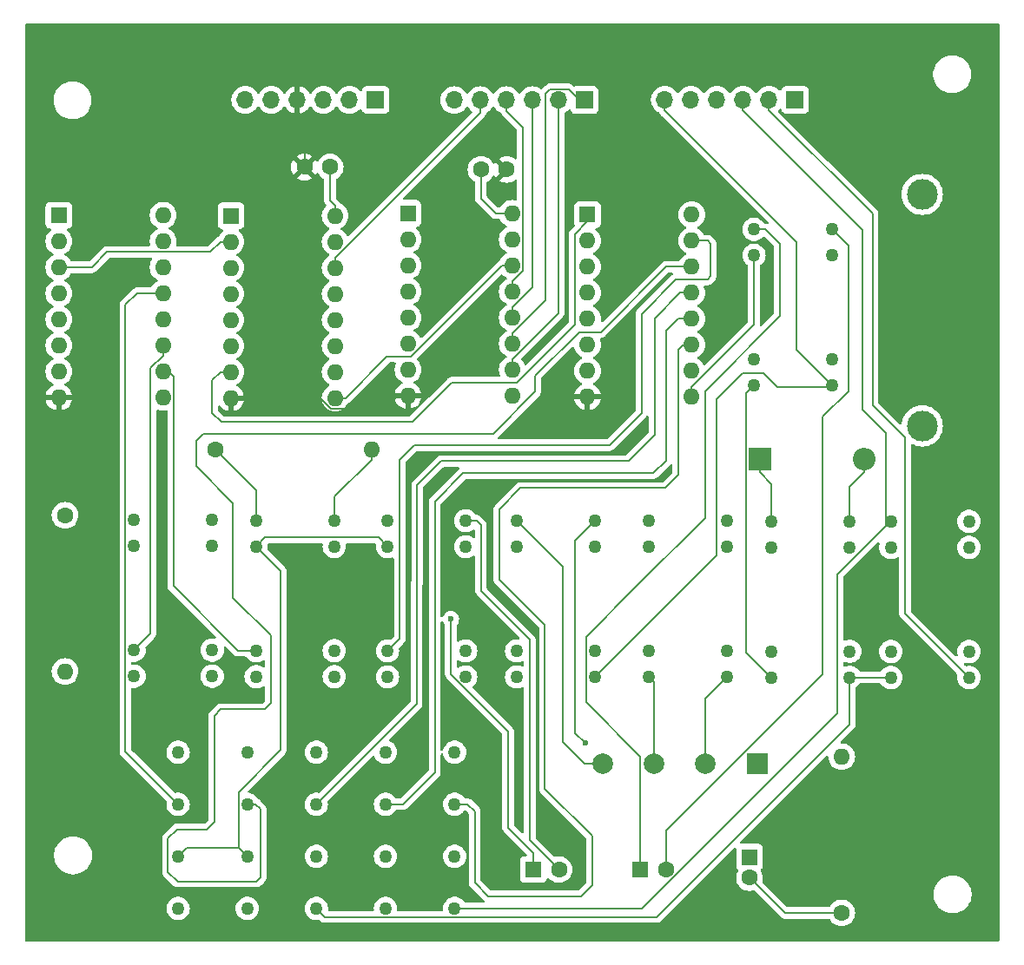
<source format=gbr>
%TF.GenerationSoftware,KiCad,Pcbnew,8.0.3*%
%TF.CreationDate,2024-06-12T05:50:31+01:00*%
%TF.ProjectId,meiaonda,6d656961-6f6e-4646-912e-6b696361645f,rev?*%
%TF.SameCoordinates,Original*%
%TF.FileFunction,Copper,L2,Bot*%
%TF.FilePolarity,Positive*%
%FSLAX46Y46*%
G04 Gerber Fmt 4.6, Leading zero omitted, Abs format (unit mm)*
G04 Created by KiCad (PCBNEW 8.0.3) date 2024-06-12 05:50:31*
%MOMM*%
%LPD*%
G01*
G04 APERTURE LIST*
%TA.AperFunction,ComponentPad*%
%ADD10C,3.000000*%
%TD*%
%TA.AperFunction,ComponentPad*%
%ADD11O,1.700000X1.700000*%
%TD*%
%TA.AperFunction,ComponentPad*%
%ADD12R,1.700000X1.700000*%
%TD*%
%TA.AperFunction,ComponentPad*%
%ADD13C,1.270000*%
%TD*%
%TA.AperFunction,ComponentPad*%
%ADD14C,1.600000*%
%TD*%
%TA.AperFunction,ComponentPad*%
%ADD15O,1.600000X1.600000*%
%TD*%
%TA.AperFunction,ComponentPad*%
%ADD16R,1.600000X1.600000*%
%TD*%
%TA.AperFunction,ComponentPad*%
%ADD17C,2.000000*%
%TD*%
%TA.AperFunction,ComponentPad*%
%ADD18R,2.000000X2.000000*%
%TD*%
%TA.AperFunction,ComponentPad*%
%ADD19O,2.200000X2.200000*%
%TD*%
%TA.AperFunction,ComponentPad*%
%ADD20R,2.200000X2.200000*%
%TD*%
%TA.AperFunction,ViaPad*%
%ADD21C,0.600000*%
%TD*%
%TA.AperFunction,Conductor*%
%ADD22C,0.127000*%
%TD*%
G04 APERTURE END LIST*
D10*
%TO.P,F1,1*%
%TO.N,/transf+*%
X168310000Y-57060000D03*
%TO.P,F1,2*%
%TO.N,Net-(F1-Pad2)*%
X168310000Y-79660000D03*
%TD*%
D11*
%TO.P,J4,6,Pin_6*%
%TO.N,/v_{out}-*%
X143210000Y-47820000D03*
%TO.P,J4,5,Pin_5*%
%TO.N,/v_{out}+*%
X145750000Y-47820000D03*
%TO.P,J4,4,Pin_4*%
%TO.N,/CH_{1}-*%
X148290000Y-47820000D03*
%TO.P,J4,3,Pin_3*%
%TO.N,/CH_{1}+*%
X150830000Y-47820000D03*
%TO.P,J4,2,Pin_2*%
%TO.N,/CH_{1}-*%
X153370000Y-47820000D03*
D12*
%TO.P,J4,1,Pin_1*%
%TO.N,/CH_{1}+*%
X155910000Y-47820000D03*
%TD*%
D13*
%TO.P,K6,14,14*%
%TO.N,Net-(K6-Pad14)*%
X99080000Y-88820000D03*
%TO.P,K6,13,13*%
%TO.N,unconnected-(K6-Pad13)*%
X99080000Y-91360000D03*
%TO.P,K6,9,9*%
%TO.N,unconnected-(K6-Pad9)*%
X99080000Y-101520000D03*
%TO.P,K6,8,8*%
%TO.N,unconnected-(K6-Pad8)*%
X99080000Y-104060000D03*
%TO.P,K6,7,7*%
%TO.N,/v_{out}+*%
X91460000Y-104060000D03*
%TO.P,K6,6,6*%
%TO.N,/O_{16}*%
X91460000Y-101520000D03*
%TO.P,K6,2,2*%
%TO.N,/12V*%
X91460000Y-91360000D03*
%TO.P,K6,1,1*%
%TO.N,Net-(K6-Pad1)*%
X91460000Y-88820000D03*
%TD*%
%TO.P,K1,14,14*%
%TO.N,Net-(K1-Pad14)*%
X172850000Y-88950000D03*
%TO.P,K1,13,13*%
%TO.N,unconnected-(K1-Pad13)*%
X172850000Y-91490000D03*
%TO.P,K1,9,9*%
%TO.N,unconnected-(K1-Pad9)*%
X172850000Y-101650000D03*
%TO.P,K1,8,8*%
%TO.N,/CH_{1}-*%
X172850000Y-104190000D03*
%TO.P,K1,7,7*%
%TO.N,/v_{in}*%
X165230000Y-104190000D03*
%TO.P,K1,6,6*%
%TO.N,/O_{11}*%
X165230000Y-101650000D03*
%TO.P,K1,2,2*%
%TO.N,/12V*%
X165230000Y-91490000D03*
%TO.P,K1,1,1*%
%TO.N,/CH_{1}+*%
X165230000Y-88950000D03*
%TD*%
%TO.P,K5,14,14*%
%TO.N,Net-(D2--)*%
X136380000Y-88900000D03*
%TO.P,K5,13,13*%
%TO.N,unconnected-(K5-Pad13)*%
X136380000Y-91440000D03*
%TO.P,K5,9,9*%
%TO.N,unconnected-(K5-Pad9)*%
X136380000Y-101600000D03*
%TO.P,K5,8,8*%
%TO.N,/v_{out}-*%
X136380000Y-104140000D03*
%TO.P,K5,7,7*%
%TO.N,/v_{out}+*%
X128760000Y-104140000D03*
%TO.P,K5,6,6*%
%TO.N,/O_{15}*%
X128760000Y-101600000D03*
%TO.P,K5,2,2*%
%TO.N,/12V*%
X128760000Y-91440000D03*
%TO.P,K5,1,1*%
%TO.N,Net-(D2-+)*%
X128760000Y-88900000D03*
%TD*%
D14*
%TO.P,R2,1*%
%TO.N,Net-(K7-Pad1)*%
X99370000Y-81940000D03*
D15*
%TO.P,R2,2*%
%TO.N,Net-(K7-Pad14)*%
X114610000Y-81940000D03*
%TD*%
D16*
%TO.P,C6,1*%
%TO.N,Net-(C6-Pad1)*%
X151460000Y-121720000D03*
D14*
%TO.P,C6,2*%
%TO.N,/v_{out}+*%
X151460000Y-123720000D03*
%TD*%
D13*
%TO.P,K4,4,4*%
%TO.N,/v_{out}-*%
X95758400Y-111480000D03*
%TO.P,K4,3,3*%
%TO.N,/O_{14}*%
X95758400Y-116560000D03*
%TO.P,K4,2,2*%
%TO.N,/12V*%
X95758400Y-121640000D03*
%TO.P,K4,1,1*%
%TO.N,Net-(K1-Pad14)*%
X95758400Y-126720000D03*
%TD*%
%TO.P,K11,1,1*%
%TO.N,/v_{in}*%
X109239200Y-126720000D03*
%TO.P,K11,2,2*%
%TO.N,/12V*%
X109239200Y-121640000D03*
%TO.P,K11,3,3*%
%TO.N,/O_{24}*%
X109239200Y-116560000D03*
%TO.P,K11,4,4*%
%TO.N,Net-(C6-Pad1)*%
X109239200Y-111480000D03*
%TD*%
D16*
%TO.P,C1,1*%
%TO.N,Net-(C1-Pad1)*%
X140820000Y-122940000D03*
D14*
%TO.P,C1,2*%
%TO.N,Net-(C1-Pad2)*%
X143320000Y-122940000D03*
%TD*%
D12*
%TO.P,J3,1,Pin_1*%
%TO.N,/12V*%
X115010000Y-47850000D03*
D11*
%TO.P,J3,2,Pin_2*%
%TO.N,/5V*%
X112470000Y-47850000D03*
%TO.P,J3,3,Pin_3*%
%TO.N,/5V_{VB}*%
X109930000Y-47850000D03*
%TO.P,J3,4,Pin_4*%
%TO.N,GND*%
X107390000Y-47850000D03*
%TO.P,J3,5,Pin_5*%
%TO.N,/transf+*%
X104850000Y-47850000D03*
%TO.P,J3,6,Pin_6*%
%TO.N,/transf-*%
X102310000Y-47850000D03*
%TD*%
D14*
%TO.P,R3,1*%
%TO.N,/v_{out}+*%
X160450000Y-127160000D03*
D15*
%TO.P,R3,2*%
%TO.N,Net-(K10-Pad4)*%
X160450000Y-111920000D03*
%TD*%
D17*
%TO.P,D2,4,+*%
%TO.N,Net-(D2-+)*%
X137190000Y-112570000D03*
%TO.P,D2,3*%
%TO.N,Net-(D2-Pad3)*%
X142190000Y-112570000D03*
%TO.P,D2,2*%
%TO.N,Net-(D2-Pad2)*%
X147190000Y-112570000D03*
D18*
%TO.P,D2,1,-*%
%TO.N,Net-(D2--)*%
X152190000Y-112570000D03*
%TD*%
D14*
%TO.P,C3,1*%
%TO.N,/5V*%
X125290000Y-54630000D03*
%TO.P,C3,2*%
%TO.N,GND*%
X127790000Y-54630000D03*
%TD*%
D16*
%TO.P,U2,1,I1*%
%TO.N,/I_{11}*%
X84140000Y-59090000D03*
D15*
%TO.P,U2,2,I2*%
%TO.N,/I_{12}*%
X84140000Y-61630000D03*
%TO.P,U2,3,I3*%
%TO.N,/I_{13}*%
X84140000Y-64170000D03*
%TO.P,U2,4,I4*%
%TO.N,/I_{14}*%
X84140000Y-66710000D03*
%TO.P,U2,5,I5*%
%TO.N,/I_{15}*%
X84140000Y-69250000D03*
%TO.P,U2,6,I6*%
%TO.N,/I_{16}*%
X84140000Y-71790000D03*
%TO.P,U2,7,I7*%
%TO.N,/I_{17}*%
X84140000Y-74330000D03*
%TO.P,U2,8,GND*%
%TO.N,GND*%
X84140000Y-76870000D03*
%TO.P,U2,9,COM*%
%TO.N,/12V*%
X94300000Y-76870000D03*
%TO.P,U2,10,O7*%
%TO.N,/O_{17}*%
X94300000Y-74330000D03*
%TO.P,U2,11,O6*%
%TO.N,/O_{16}*%
X94300000Y-71790000D03*
%TO.P,U2,12,O5*%
%TO.N,/O_{15}*%
X94300000Y-69250000D03*
%TO.P,U2,13,O4*%
%TO.N,/O_{14}*%
X94300000Y-66710000D03*
%TO.P,U2,14,O3*%
%TO.N,/O_{13}*%
X94300000Y-64170000D03*
%TO.P,U2,15,O2*%
%TO.N,/O_{12}*%
X94300000Y-61630000D03*
%TO.P,U2,16,O1*%
%TO.N,/O_{11}*%
X94300000Y-59090000D03*
%TD*%
%TO.P,U4,16,O1*%
%TO.N,/O_{21}*%
X145830000Y-59030000D03*
%TO.P,U4,15,O2*%
%TO.N,/O_{22}*%
X145830000Y-61570000D03*
%TO.P,U4,14,O3*%
%TO.N,/O_{23}*%
X145830000Y-64110000D03*
%TO.P,U4,13,O4*%
%TO.N,/O_{24}*%
X145830000Y-66650000D03*
%TO.P,U4,12,O5*%
%TO.N,/O_{25}*%
X145830000Y-69190000D03*
%TO.P,U4,11,O6*%
%TO.N,/O_{26}*%
X145830000Y-71730000D03*
%TO.P,U4,10,O7*%
%TO.N,unconnected-(U4-O7-Pad10)*%
X145830000Y-74270000D03*
%TO.P,U4,9,COM*%
%TO.N,/12V*%
X145830000Y-76810000D03*
%TO.P,U4,8,GND*%
%TO.N,GND*%
X135670000Y-76810000D03*
%TO.P,U4,7,I7*%
%TO.N,/I_{27}*%
X135670000Y-74270000D03*
%TO.P,U4,6,I6*%
%TO.N,/I_{26}*%
X135670000Y-71730000D03*
%TO.P,U4,5,I5*%
%TO.N,/I_{25}*%
X135670000Y-69190000D03*
%TO.P,U4,4,I4*%
%TO.N,/I_{24}*%
X135670000Y-66650000D03*
%TO.P,U4,3,I3*%
%TO.N,/I_{23}*%
X135670000Y-64110000D03*
%TO.P,U4,2,I2*%
%TO.N,/I_{22}*%
X135670000Y-61570000D03*
D16*
%TO.P,U4,1,I1*%
%TO.N,/I_{21}*%
X135670000Y-59030000D03*
%TD*%
D13*
%TO.P,K10,1,1*%
%TO.N,/v_{in}*%
X102498800Y-126720000D03*
%TO.P,K10,2,2*%
%TO.N,/12V*%
X102498800Y-121640000D03*
%TO.P,K10,3,3*%
%TO.N,/O_{23}*%
X102498800Y-116560000D03*
%TO.P,K10,4,4*%
%TO.N,Net-(K10-Pad4)*%
X102498800Y-111480000D03*
%TD*%
D14*
%TO.P,C4,2*%
%TO.N,GND*%
X108080000Y-54390000D03*
%TO.P,C4,1*%
%TO.N,/5V*%
X110580000Y-54390000D03*
%TD*%
D13*
%TO.P,K8,14,14*%
%TO.N,Net-(C1-Pad2)*%
X159520000Y-60470000D03*
%TO.P,K8,13,13*%
%TO.N,unconnected-(K8-Pad13)*%
X159520000Y-63010000D03*
%TO.P,K8,9,9*%
%TO.N,unconnected-(K8-Pad9)*%
X159520000Y-73170000D03*
%TO.P,K8,8,8*%
%TO.N,/v_{out}-*%
X159520000Y-75710000D03*
%TO.P,K8,7,7*%
%TO.N,/v_{out}+*%
X151900000Y-75710000D03*
%TO.P,K8,6,6*%
%TO.N,/O_{21}*%
X151900000Y-73170000D03*
%TO.P,K8,2,2*%
%TO.N,/12V*%
X151900000Y-63010000D03*
%TO.P,K8,1,1*%
%TO.N,Net-(C1-Pad1)*%
X151900000Y-60470000D03*
%TD*%
D16*
%TO.P,U1,1,Q1*%
%TO.N,/I_{12}*%
X100910000Y-59150000D03*
D15*
%TO.P,U1,2,Q2*%
%TO.N,/I_{13}*%
X100910000Y-61690000D03*
%TO.P,U1,3,Q3*%
%TO.N,/I_{14}*%
X100910000Y-64230000D03*
%TO.P,U1,4,Q4*%
%TO.N,/I_{15}*%
X100910000Y-66770000D03*
%TO.P,U1,5,Q5*%
%TO.N,/I_{16}*%
X100910000Y-69310000D03*
%TO.P,U1,6,Q6*%
%TO.N,/I_{17}*%
X100910000Y-71850000D03*
%TO.P,U1,7,Q7*%
%TO.N,/I_{21}*%
X100910000Y-74390000D03*
%TO.P,U1,8,GND*%
%TO.N,GND*%
X100910000Y-76930000D03*
%TO.P,U1,9,Q7_2*%
%TO.N,Net-(U1-Q7_2)*%
X111070000Y-76930000D03*
%TO.P,U1,10,~SRCLR*%
%TO.N,/~{SRCLR}_{filters}*%
X111070000Y-74390000D03*
%TO.P,U1,11,SRCLK*%
%TO.N,/SRCLK_{filters}*%
X111070000Y-71850000D03*
%TO.P,U1,12,RCLK*%
%TO.N,/RCLK_{filters}*%
X111070000Y-69310000D03*
%TO.P,U1,13,~OE*%
%TO.N,/~{OE}_{filters}*%
X111070000Y-66770000D03*
%TO.P,U1,14,SER*%
%TO.N,/SER_{filters}*%
X111070000Y-64230000D03*
%TO.P,U1,15,Q0*%
%TO.N,/I_{11}*%
X111070000Y-61690000D03*
%TO.P,U1,16,VCC*%
%TO.N,/5V*%
X111070000Y-59150000D03*
%TD*%
D14*
%TO.P,C2,2*%
%TO.N,Net-(C2-Pad2)*%
X132887621Y-122930000D03*
D16*
%TO.P,C2,1*%
%TO.N,Net-(C2-Pad1)*%
X130387621Y-122930000D03*
%TD*%
D13*
%TO.P,K7,14,14*%
%TO.N,Net-(K7-Pad14)*%
X110990000Y-88870000D03*
%TO.P,K7,13,13*%
%TO.N,unconnected-(K7-Pad13)*%
X110990000Y-91410000D03*
%TO.P,K7,9,9*%
%TO.N,unconnected-(K7-Pad9)*%
X110990000Y-101570000D03*
%TO.P,K7,8,8*%
%TO.N,/v_{out}-*%
X110990000Y-104110000D03*
%TO.P,K7,7,7*%
%TO.N,/v_{out}+*%
X103370000Y-104110000D03*
%TO.P,K7,6,6*%
%TO.N,/O_{17}*%
X103370000Y-101570000D03*
%TO.P,K7,2,2*%
%TO.N,/12V*%
X103370000Y-91410000D03*
%TO.P,K7,1,1*%
%TO.N,Net-(K7-Pad1)*%
X103370000Y-88870000D03*
%TD*%
D12*
%TO.P,J2,1,Pin_1*%
%TO.N,/SRCLK_{filters}*%
X135380000Y-47860000D03*
D11*
%TO.P,J2,2,Pin_2*%
%TO.N,/~{SRCLR}_{filters}*%
X132840000Y-47860000D03*
%TO.P,J2,3,Pin_3*%
%TO.N,/RCLK_{filters}*%
X130300000Y-47860000D03*
%TO.P,J2,4,Pin_4*%
%TO.N,/~{OE}_{filters}*%
X127760000Y-47860000D03*
%TO.P,J2,5,Pin_5*%
%TO.N,/SER_{filters}*%
X125220000Y-47860000D03*
%TO.P,J2,6,Pin_6*%
%TO.N,unconnected-(J2-Pin_6-Pad6)*%
X122680000Y-47860000D03*
%TD*%
D13*
%TO.P,K12,1,1*%
%TO.N,/CH_{1}-*%
X115979600Y-126720000D03*
%TO.P,K12,2,2*%
%TO.N,/12V*%
X115979600Y-121640000D03*
%TO.P,K12,3,3*%
%TO.N,/O_{25}*%
X115979600Y-116560000D03*
%TO.P,K12,4,4*%
%TO.N,Net-(D2--)*%
X115979600Y-111480000D03*
%TD*%
D14*
%TO.P,R1,1*%
%TO.N,Net-(K6-Pad1)*%
X84740000Y-88370000D03*
D15*
%TO.P,R1,2*%
%TO.N,Net-(K6-Pad14)*%
X84740000Y-103610000D03*
%TD*%
D13*
%TO.P,K13,1,1*%
%TO.N,/CH_{1}+*%
X122720000Y-126720000D03*
%TO.P,K13,2,2*%
%TO.N,/12V*%
X122720000Y-121640000D03*
%TO.P,K13,3,3*%
%TO.N,/O_{26}*%
X122720000Y-116560000D03*
%TO.P,K13,4,4*%
%TO.N,Net-(D2-+)*%
X122720000Y-111480000D03*
%TD*%
D19*
%TO.P,D1,2,A*%
%TO.N,Net-(D1-A)*%
X162620000Y-82880000D03*
D20*
%TO.P,D1,1,K*%
%TO.N,Net-(D1-K)*%
X152460000Y-82880000D03*
%TD*%
D13*
%TO.P,K2,1,1*%
%TO.N,/transf-*%
X141680000Y-88900000D03*
%TO.P,K2,2,2*%
%TO.N,/12V*%
X141680000Y-91440000D03*
%TO.P,K2,6,6*%
%TO.N,/O_{12}*%
X141680000Y-101600000D03*
%TO.P,K2,7,7*%
%TO.N,Net-(D2-Pad3)*%
X141680000Y-104140000D03*
%TO.P,K2,8,8*%
%TO.N,Net-(D2-Pad2)*%
X149300000Y-104140000D03*
%TO.P,K2,9,9*%
%TO.N,unconnected-(K2-Pad9)*%
X149300000Y-101600000D03*
%TO.P,K2,13,13*%
%TO.N,unconnected-(K2-Pad13)*%
X149300000Y-91440000D03*
%TO.P,K2,14,14*%
%TO.N,Net-(F1-Pad2)*%
X149300000Y-88900000D03*
%TD*%
%TO.P,K3,14,14*%
%TO.N,Net-(D1-A)*%
X161230000Y-88940000D03*
%TO.P,K3,13,13*%
%TO.N,unconnected-(K3-Pad13)*%
X161230000Y-91480000D03*
%TO.P,K3,9,9*%
%TO.N,unconnected-(K3-Pad9)*%
X161230000Y-101640000D03*
%TO.P,K3,8,8*%
%TO.N,/v_{in}*%
X161230000Y-104180000D03*
%TO.P,K3,7,7*%
%TO.N,/v_{out}+*%
X153610000Y-104180000D03*
%TO.P,K3,6,6*%
%TO.N,/O_{13}*%
X153610000Y-101640000D03*
%TO.P,K3,2,2*%
%TO.N,/12V*%
X153610000Y-91480000D03*
%TO.P,K3,1,1*%
%TO.N,Net-(D1-K)*%
X153610000Y-88940000D03*
%TD*%
D15*
%TO.P,U3,16,VCC*%
%TO.N,/5V*%
X128330000Y-58910000D03*
%TO.P,U3,15,Q0*%
%TO.N,/I_{22}*%
X128330000Y-61450000D03*
%TO.P,U3,14,SER*%
%TO.N,Net-(U1-Q7_2)*%
X128330000Y-63990000D03*
%TO.P,U3,13,~OE*%
%TO.N,/~{OE}_{filters}*%
X128330000Y-66530000D03*
%TO.P,U3,12,RCLK*%
%TO.N,/RCLK_{filters}*%
X128330000Y-69070000D03*
%TO.P,U3,11,SRCLK*%
%TO.N,/SRCLK_{filters}*%
X128330000Y-71610000D03*
%TO.P,U3,10,~SRCLR*%
%TO.N,/~{SRCLR}_{filters}*%
X128330000Y-74150000D03*
%TO.P,U3,9,Q7_2*%
%TO.N,unconnected-(U3-Q7_2-Pad9)*%
X128330000Y-76690000D03*
%TO.P,U3,8,GND*%
%TO.N,GND*%
X118170000Y-76690000D03*
%TO.P,U3,7,Q7*%
%TO.N,unconnected-(U3-Q7-Pad7)*%
X118170000Y-74150000D03*
%TO.P,U3,6,Q6*%
%TO.N,unconnected-(U3-Q6-Pad6)*%
X118170000Y-71610000D03*
%TO.P,U3,5,Q5*%
%TO.N,unconnected-(U3-Q5-Pad5)*%
X118170000Y-69070000D03*
%TO.P,U3,4,Q4*%
%TO.N,/I_{26}*%
X118170000Y-66530000D03*
%TO.P,U3,3,Q3*%
%TO.N,/I_{25}*%
X118170000Y-63990000D03*
%TO.P,U3,2,Q2*%
%TO.N,/I_{24}*%
X118170000Y-61450000D03*
D16*
%TO.P,U3,1,Q1*%
%TO.N,/I_{23}*%
X118170000Y-58910000D03*
%TD*%
D13*
%TO.P,K9,14,14*%
%TO.N,Net-(C2-Pad2)*%
X123800000Y-88900000D03*
%TO.P,K9,13,13*%
%TO.N,unconnected-(K9-Pad13)*%
X123800000Y-91440000D03*
%TO.P,K9,9,9*%
%TO.N,unconnected-(K9-Pad9)*%
X123800000Y-101600000D03*
%TO.P,K9,8,8*%
%TO.N,/v_{out}-*%
X123800000Y-104140000D03*
%TO.P,K9,7,7*%
%TO.N,/v_{out}+*%
X116180000Y-104140000D03*
%TO.P,K9,6,6*%
%TO.N,/O_{22}*%
X116180000Y-101600000D03*
%TO.P,K9,2,2*%
%TO.N,/12V*%
X116180000Y-91440000D03*
%TO.P,K9,1,1*%
%TO.N,Net-(C2-Pad1)*%
X116180000Y-88900000D03*
%TD*%
D21*
%TO.N,Net-(D2--)*%
X135423500Y-110585900D03*
%TO.N,Net-(C2-Pad1)*%
X122353600Y-98501700D03*
%TD*%
D22*
%TO.N,/SRCLK_{filters}*%
X133817800Y-46817800D02*
X134860000Y-47860000D01*
X131982200Y-46817800D02*
X133817800Y-46817800D01*
X131570000Y-67377800D02*
X131570000Y-47230000D01*
X128330000Y-70617800D02*
X131570000Y-67377800D01*
X131570000Y-47230000D02*
X131982200Y-46817800D01*
X134860000Y-47860000D02*
X135380000Y-47860000D01*
X128330000Y-71610000D02*
X128330000Y-70617800D01*
%TO.N,Net-(C1-Pad1)*%
X154400000Y-61880000D02*
X152990000Y-60470000D01*
X154400000Y-68950000D02*
X154400000Y-61880000D01*
X140300000Y-95440000D02*
X140300000Y-95430000D01*
X140300000Y-95430000D02*
X147110000Y-88620000D01*
X147110000Y-88620000D02*
X147110000Y-76240000D01*
X135534800Y-106604800D02*
X135534800Y-100205200D01*
X147110000Y-76240000D02*
X154400000Y-68950000D01*
X152990000Y-60470000D02*
X151900000Y-60470000D01*
X140820000Y-111890000D02*
X135534800Y-106604800D01*
X135534800Y-100205200D02*
X140300000Y-95440000D01*
X140820000Y-122940000D02*
X140820000Y-111890000D01*
%TO.N,/O_{26}*%
X123990000Y-116560000D02*
X122720000Y-116560000D01*
X124670000Y-117240000D02*
X123990000Y-116560000D01*
X124670000Y-124220000D02*
X124670000Y-117240000D01*
X126020000Y-125570000D02*
X124670000Y-124220000D01*
X135010000Y-125570000D02*
X126020000Y-125570000D01*
X136130000Y-124450000D02*
X135010000Y-125570000D01*
X136130000Y-119670000D02*
X136130000Y-124450000D01*
X131500000Y-115040000D02*
X136130000Y-119670000D01*
X131500000Y-99060000D02*
X131500000Y-115040000D01*
X127080000Y-94640000D02*
X131500000Y-99060000D01*
X127080000Y-87790000D02*
X127080000Y-94640000D01*
X129150000Y-85720000D02*
X127080000Y-87790000D01*
X144530000Y-84450000D02*
X143260000Y-85720000D01*
X144530000Y-72220000D02*
X144530000Y-84450000D01*
X145020000Y-71730000D02*
X144530000Y-72220000D01*
X145830000Y-71730000D02*
X145020000Y-71730000D01*
X143260000Y-85720000D02*
X129150000Y-85720000D01*
%TO.N,/v_{out}-*%
X159410000Y-75820000D02*
X159520000Y-75710000D01*
X148210000Y-77060000D02*
X150800000Y-74470000D01*
X154210000Y-75820000D02*
X159410000Y-75820000D01*
X148210000Y-92310000D02*
X148210000Y-77060000D01*
X150800000Y-74470000D02*
X152860000Y-74470000D01*
X152860000Y-74470000D02*
X154210000Y-75820000D01*
X136380000Y-104140000D02*
X148210000Y-92310000D01*
%TO.N,Net-(C2-Pad2)*%
X130040000Y-120082379D02*
X132887621Y-122930000D01*
X125290000Y-95740000D02*
X130040000Y-100490000D01*
X125290000Y-89330000D02*
X125290000Y-95740000D01*
X130040000Y-100490000D02*
X130040000Y-120082379D01*
X124860000Y-88900000D02*
X125290000Y-89330000D01*
X123800000Y-88900000D02*
X124860000Y-88900000D01*
%TO.N,Net-(C2-Pad1)*%
X122353600Y-103863400D02*
X122353600Y-98501700D01*
X127940000Y-109449800D02*
X122353600Y-103863400D01*
X130387621Y-121284779D02*
X127940000Y-118837158D01*
X127940000Y-118837158D02*
X127940000Y-109449800D01*
X130387621Y-122930000D02*
X130387621Y-121284779D01*
%TO.N,/O_{22}*%
X147380000Y-61570000D02*
X145830000Y-61570000D01*
X147680000Y-65060000D02*
X147680000Y-61870000D01*
X147360000Y-65380000D02*
X147680000Y-65060000D01*
X140940000Y-78380000D02*
X140940000Y-68710000D01*
X137800000Y-81520000D02*
X140940000Y-78380000D01*
X118780000Y-81520000D02*
X137800000Y-81520000D01*
X144270000Y-65380000D02*
X147360000Y-65380000D01*
X147680000Y-61870000D02*
X147380000Y-61570000D01*
X117360000Y-82940000D02*
X118780000Y-81520000D01*
X140940000Y-68710000D02*
X144270000Y-65380000D01*
X117360000Y-100420000D02*
X117360000Y-82940000D01*
X116180000Y-101600000D02*
X117360000Y-100420000D01*
%TO.N,/O_{25}*%
X117660000Y-116560000D02*
X115979600Y-116560000D01*
X120790000Y-87000000D02*
X120790000Y-113430000D01*
X123560000Y-84230000D02*
X120790000Y-87000000D01*
X143300000Y-83040000D02*
X142110000Y-84230000D01*
X143300000Y-70390000D02*
X143300000Y-83040000D01*
X144500000Y-69190000D02*
X143300000Y-70390000D01*
X120790000Y-113430000D02*
X117660000Y-116560000D01*
X142110000Y-84230000D02*
X123560000Y-84230000D01*
X145830000Y-69190000D02*
X144500000Y-69190000D01*
%TO.N,/O_{24}*%
X144710000Y-66650000D02*
X145830000Y-66650000D01*
X142210000Y-69150000D02*
X144710000Y-66650000D01*
X139660000Y-83090000D02*
X142210000Y-80540000D01*
X119070000Y-94899600D02*
X119070000Y-85430000D01*
X119020000Y-94949600D02*
X119070000Y-94899600D01*
X119070000Y-85430000D02*
X121410000Y-83090000D01*
X109239200Y-116560000D02*
X119020000Y-106779200D01*
X121410000Y-83090000D02*
X139660000Y-83090000D01*
X142210000Y-80540000D02*
X142210000Y-69150000D01*
X119020000Y-106779200D02*
X119020000Y-94949600D01*
%TO.N,/I_{21}*%
X99890000Y-74390000D02*
X100910000Y-74390000D01*
X99080000Y-75200000D02*
X99890000Y-74390000D01*
X99080000Y-78360000D02*
X99080000Y-75200000D01*
X100000000Y-79280000D02*
X99080000Y-78360000D01*
X122456800Y-75420000D02*
X118596800Y-79280000D01*
X134420000Y-69800000D02*
X128800000Y-75420000D01*
X134420000Y-60960000D02*
X134420000Y-69800000D01*
X135670000Y-59710000D02*
X134420000Y-60960000D01*
X135670000Y-59030000D02*
X135670000Y-59710000D01*
X118596800Y-79280000D02*
X100000000Y-79280000D01*
X128800000Y-75420000D02*
X122456800Y-75420000D01*
%TO.N,/O_{23}*%
X143350000Y-64110000D02*
X145830000Y-64110000D01*
X136970000Y-70490000D02*
X143350000Y-64110000D01*
X134840000Y-70490000D02*
X136970000Y-70490000D01*
X130570000Y-74760000D02*
X134840000Y-70490000D01*
X126480000Y-80410000D02*
X130570000Y-76320000D01*
X130570000Y-76320000D02*
X130570000Y-74760000D01*
X97510000Y-81130000D02*
X98230000Y-80410000D01*
X97510000Y-83600000D02*
X97510000Y-81130000D01*
X101130000Y-87220000D02*
X97510000Y-83600000D01*
X98230000Y-80410000D02*
X126480000Y-80410000D01*
X101130000Y-96430000D02*
X101130000Y-87220000D01*
X104800000Y-106710000D02*
X104800000Y-100100000D01*
X104220000Y-107290000D02*
X104800000Y-106710000D01*
X99910000Y-107290000D02*
X104220000Y-107290000D01*
X104800000Y-100100000D02*
X101130000Y-96430000D01*
X99270000Y-107930000D02*
X99910000Y-107290000D01*
X99270000Y-112890000D02*
X99270000Y-107930000D01*
X99280000Y-118290000D02*
X99280000Y-112900000D01*
X99280000Y-112900000D02*
X99270000Y-112890000D01*
X98560000Y-119010000D02*
X99280000Y-118290000D01*
X94780000Y-123150000D02*
X94780000Y-119890000D01*
X95720000Y-124090000D02*
X94780000Y-123150000D01*
X103410000Y-124090000D02*
X95720000Y-124090000D01*
X103800000Y-123700000D02*
X103410000Y-124090000D01*
X94780000Y-119890000D02*
X95660000Y-119010000D01*
X95660000Y-119010000D02*
X98560000Y-119010000D01*
X103800000Y-117030000D02*
X103800000Y-123700000D01*
X103330000Y-116560000D02*
X103800000Y-117030000D01*
X102498800Y-116560000D02*
X103330000Y-116560000D01*
%TO.N,Net-(C1-Pad2)*%
X161100000Y-62050000D02*
X159520000Y-60470000D01*
X161100000Y-76240000D02*
X161100000Y-62050000D01*
X158571400Y-78768600D02*
X161100000Y-76240000D01*
X143320000Y-122940000D02*
X143320000Y-119100200D01*
X143320000Y-119100200D02*
X158571400Y-103848800D01*
X158571400Y-103848800D02*
X158571400Y-78768600D01*
%TO.N,/v_{out}-*%
X156060000Y-61712200D02*
X156060000Y-72250000D01*
X156060000Y-72250000D02*
X159520000Y-75710000D01*
X143210000Y-48862200D02*
X156060000Y-61712200D01*
X143210000Y-47820000D02*
X143210000Y-48862200D01*
%TO.N,/I_{13}*%
X88827800Y-62682200D02*
X87340000Y-64170000D01*
X98925600Y-62682200D02*
X88827800Y-62682200D01*
X99917800Y-61690000D02*
X98925600Y-62682200D01*
X87340000Y-64170000D02*
X84140000Y-64170000D01*
X100910000Y-61690000D02*
X99917800Y-61690000D01*
%TO.N,/O_{14}*%
X90615100Y-111416700D02*
X95758400Y-116560000D01*
X90615100Y-67844900D02*
X90615100Y-111416700D01*
X91750000Y-66710000D02*
X90615100Y-67844900D01*
X94300000Y-66710000D02*
X91750000Y-66710000D01*
%TO.N,/O_{17}*%
X101580000Y-101570000D02*
X103370000Y-101570000D01*
X95292200Y-95282200D02*
X101580000Y-101570000D01*
X94300000Y-74330000D02*
X94820000Y-74330000D01*
X94820000Y-74330000D02*
X95292200Y-74802200D01*
X95292200Y-74802200D02*
X95292200Y-95282200D01*
%TO.N,Net-(D2--)*%
X134450000Y-90830000D02*
X134450000Y-109612400D01*
X136380000Y-88900000D02*
X134450000Y-90830000D01*
X134450000Y-109612400D02*
X135423500Y-110585900D01*
%TO.N,Net-(D2-+)*%
X133250000Y-93390000D02*
X128760000Y-88900000D01*
X135370000Y-112570000D02*
X133250000Y-110450000D01*
X133250000Y-110450000D02*
X133250000Y-93390000D01*
X137190000Y-112570000D02*
X135370000Y-112570000D01*
%TO.N,/v_{in}*%
X161230000Y-108760000D02*
X161230000Y-104190000D01*
X109239200Y-126720000D02*
X110068500Y-127549300D01*
X110068500Y-127549300D02*
X142440700Y-127549300D01*
X142440700Y-127549300D02*
X161230000Y-108760000D01*
%TO.N,/12V*%
X105740000Y-93780000D02*
X105740000Y-111286000D01*
X105740000Y-111286000D02*
X101656100Y-115369900D01*
X103370000Y-91410000D02*
X105740000Y-93780000D01*
X101656100Y-115369900D02*
X101656100Y-120797300D01*
X104240000Y-90540000D02*
X103370000Y-91410000D01*
X115280000Y-90540000D02*
X104240000Y-90540000D01*
X116180000Y-91440000D02*
X115280000Y-90540000D01*
%TO.N,/5V*%
X125290000Y-57490000D02*
X125290000Y-54630000D01*
X126710000Y-58910000D02*
X125290000Y-57490000D01*
X128330000Y-58910000D02*
X126710000Y-58910000D01*
%TO.N,/CH_{1}-*%
X153370000Y-47820000D02*
X153370000Y-48862200D01*
X163458300Y-58950500D02*
X153370000Y-48862200D01*
X163458300Y-77641200D02*
X163458300Y-58950500D01*
X166619300Y-80802200D02*
X163458300Y-77641200D01*
X166619300Y-97959300D02*
X166619300Y-80802200D01*
X172850000Y-104190000D02*
X166619300Y-97959300D01*
%TO.N,/CH_{1}+*%
X150830000Y-47820000D02*
X150830000Y-48862200D01*
X164762600Y-88950000D02*
X165230000Y-88950000D01*
X164762600Y-89417400D02*
X164762600Y-88950000D01*
X160018800Y-94161200D02*
X164762600Y-89417400D01*
X160018800Y-107650400D02*
X160018800Y-94161200D01*
X140949200Y-126720000D02*
X160018800Y-107650400D01*
X122720000Y-126720000D02*
X140949200Y-126720000D01*
X162495800Y-60528000D02*
X150830000Y-48862200D01*
X162495800Y-78054800D02*
X162495800Y-60528000D01*
X164762600Y-80321600D02*
X162495800Y-78054800D01*
X164762600Y-88950000D02*
X164762600Y-80321600D01*
%TO.N,/v_{in}*%
X161230000Y-104190000D02*
X165230000Y-104190000D01*
X161230000Y-104190000D02*
X161230000Y-104180000D01*
%TO.N,/v_{out}+*%
X154900000Y-127160000D02*
X160450000Y-127160000D01*
X151460000Y-123720000D02*
X154900000Y-127160000D01*
X151167800Y-76442200D02*
X151900000Y-75710000D01*
X151167800Y-101737800D02*
X151167800Y-76442200D01*
X153610000Y-104180000D02*
X151167800Y-101737800D01*
%TO.N,/12V*%
X151900000Y-69747800D02*
X151900000Y-63010000D01*
X145830000Y-75817800D02*
X151900000Y-69747800D01*
X145830000Y-76810000D02*
X145830000Y-75817800D01*
X96601100Y-120797300D02*
X95758400Y-121640000D01*
X101656100Y-120797300D02*
X96601100Y-120797300D01*
X101656100Y-120797300D02*
X102498800Y-121640000D01*
%TO.N,/RCLK_{filters}*%
X130300000Y-66107800D02*
X130300000Y-47860000D01*
X128330000Y-68077800D02*
X130300000Y-66107800D01*
X128330000Y-69070000D02*
X128330000Y-68077800D01*
%TO.N,/~{SRCLR}_{filters}*%
X128330000Y-74150000D02*
X128330000Y-73157800D01*
X132840000Y-68647800D02*
X128330000Y-73157800D01*
X132840000Y-47860000D02*
X132840000Y-68647800D01*
%TO.N,/~{OE}_{filters}*%
X128330000Y-66530000D02*
X128330000Y-65537800D01*
X127760000Y-47860000D02*
X127760000Y-48902200D01*
X129361800Y-64506000D02*
X128330000Y-65537800D01*
X129361800Y-50504000D02*
X129361800Y-64506000D01*
X127760000Y-48902200D02*
X129361800Y-50504000D01*
%TO.N,/SER_{filters}*%
X125220000Y-49087800D02*
X125220000Y-47860000D01*
X111070000Y-63237800D02*
X125220000Y-49087800D01*
X111070000Y-64230000D02*
X111070000Y-63237800D01*
%TO.N,/O_{16}*%
X94300000Y-71790000D02*
X94300000Y-72782200D01*
X93052100Y-99927900D02*
X91460000Y-101520000D01*
X93052100Y-74030100D02*
X93052100Y-99927900D01*
X94300000Y-72782200D02*
X93052100Y-74030100D01*
%TO.N,Net-(U1-Q7_2)*%
X128330000Y-63990000D02*
X127337800Y-63990000D01*
X111070000Y-76930000D02*
X112062200Y-76930000D01*
X118447800Y-72880000D02*
X127337800Y-63990000D01*
X116112200Y-72880000D02*
X118447800Y-72880000D01*
X112062200Y-76930000D02*
X116112200Y-72880000D01*
%TO.N,Net-(K7-Pad1)*%
X103370000Y-85940000D02*
X103370000Y-88870000D01*
X99370000Y-81940000D02*
X103370000Y-85940000D01*
%TO.N,Net-(K7-Pad14)*%
X110990000Y-86552200D02*
X110990000Y-88870000D01*
X114610000Y-82932200D02*
X110990000Y-86552200D01*
X114610000Y-81940000D02*
X114610000Y-82932200D01*
%TO.N,GND*%
X107390000Y-47850000D02*
X107390000Y-48892200D01*
X108080000Y-49582200D02*
X108080000Y-54390000D01*
X107390000Y-48892200D02*
X108080000Y-49582200D01*
X100910000Y-76930000D02*
X101902200Y-76930000D01*
X104899300Y-73932900D02*
X101902200Y-76930000D01*
X106647600Y-73932900D02*
X104899300Y-73932900D01*
X110692400Y-77977700D02*
X106647600Y-73932900D01*
X115890100Y-77977700D02*
X110692400Y-77977700D01*
X117177800Y-76690000D02*
X115890100Y-77977700D01*
X106647600Y-55822400D02*
X108080000Y-54390000D01*
X106647600Y-73932900D02*
X106647600Y-55822400D01*
X118170000Y-76690000D02*
X117177800Y-76690000D01*
%TO.N,/5V*%
X111070000Y-59150000D02*
X111070000Y-58157800D01*
X110580000Y-57667800D02*
X110580000Y-54390000D01*
X111070000Y-58157800D02*
X110580000Y-57667800D01*
%TO.N,Net-(D2-Pad3)*%
X142190000Y-104650000D02*
X142190000Y-112570000D01*
X141680000Y-104140000D02*
X142190000Y-104650000D01*
%TO.N,Net-(D2-Pad2)*%
X147190000Y-106250000D02*
X147190000Y-112570000D01*
X149300000Y-104140000D02*
X147190000Y-106250000D01*
%TO.N,Net-(D1-A)*%
X161230000Y-85562200D02*
X161230000Y-88940000D01*
X162620000Y-84172200D02*
X161230000Y-85562200D01*
X162620000Y-82880000D02*
X162620000Y-84172200D01*
%TO.N,Net-(D1-K)*%
X153610000Y-85322200D02*
X153610000Y-88940000D01*
X152460000Y-84172200D02*
X153610000Y-85322200D01*
X152460000Y-82880000D02*
X152460000Y-84172200D01*
%TD*%
%TA.AperFunction,Conductor*%
%TO.N,GND*%
G36*
X143969092Y-64693685D02*
G01*
X144014847Y-64746489D01*
X144024791Y-64815647D01*
X143995766Y-64879203D01*
X143964053Y-64905387D01*
X143923699Y-64928685D01*
X143923693Y-64928689D01*
X140488689Y-68363693D01*
X140488685Y-68363699D01*
X140437712Y-68451987D01*
X140414436Y-68492301D01*
X140414436Y-68492302D01*
X140414435Y-68492304D01*
X140386311Y-68597267D01*
X140379282Y-68623501D01*
X140379281Y-68623505D01*
X140376000Y-68635748D01*
X140376000Y-78095021D01*
X140356315Y-78162060D01*
X140339681Y-78182702D01*
X137602703Y-80919681D01*
X137541380Y-80953166D01*
X137515022Y-80956000D01*
X127030977Y-80956000D01*
X126963938Y-80936315D01*
X126918183Y-80883511D01*
X126908239Y-80814353D01*
X126937264Y-80750797D01*
X126943296Y-80744319D01*
X128876302Y-78811313D01*
X130906094Y-76781521D01*
X130906099Y-76781517D01*
X130916302Y-76771313D01*
X130916304Y-76771313D01*
X131021313Y-76666304D01*
X131084060Y-76557624D01*
X131095565Y-76537697D01*
X131134000Y-76394253D01*
X131134000Y-76245748D01*
X131134000Y-75044977D01*
X131153685Y-74977938D01*
X131170314Y-74957301D01*
X134187393Y-71940221D01*
X134248714Y-71906738D01*
X134318406Y-71911722D01*
X134374339Y-71953594D01*
X134394847Y-71995811D01*
X134443258Y-72176488D01*
X134443261Y-72176497D01*
X134539431Y-72382732D01*
X134539432Y-72382734D01*
X134669954Y-72569141D01*
X134830858Y-72730045D01*
X134870852Y-72758049D01*
X135017266Y-72860568D01*
X135061044Y-72880982D01*
X135075275Y-72887618D01*
X135127714Y-72933791D01*
X135146866Y-73000984D01*
X135126650Y-73067865D01*
X135075275Y-73112382D01*
X135017267Y-73139431D01*
X135017265Y-73139432D01*
X134830858Y-73269954D01*
X134669954Y-73430858D01*
X134539432Y-73617265D01*
X134539431Y-73617267D01*
X134443261Y-73823502D01*
X134443258Y-73823511D01*
X134384366Y-74043302D01*
X134384364Y-74043313D01*
X134364532Y-74269998D01*
X134364532Y-74270001D01*
X134384364Y-74496686D01*
X134384366Y-74496697D01*
X134443258Y-74716488D01*
X134443261Y-74716497D01*
X134539431Y-74922732D01*
X134539432Y-74922734D01*
X134669954Y-75109141D01*
X134830858Y-75270045D01*
X134870858Y-75298053D01*
X135017266Y-75400568D01*
X135075865Y-75427893D01*
X135128305Y-75474065D01*
X135147457Y-75541258D01*
X135127242Y-75608139D01*
X135075867Y-75652657D01*
X135017515Y-75679867D01*
X134831179Y-75810342D01*
X134670342Y-75971179D01*
X134539865Y-76157517D01*
X134443734Y-76363673D01*
X134443730Y-76363682D01*
X134391127Y-76559999D01*
X134391128Y-76560000D01*
X135354314Y-76560000D01*
X135349920Y-76564394D01*
X135297259Y-76655606D01*
X135270000Y-76757339D01*
X135270000Y-76862661D01*
X135297259Y-76964394D01*
X135349920Y-77055606D01*
X135354314Y-77060000D01*
X134391128Y-77060000D01*
X134443730Y-77256317D01*
X134443734Y-77256326D01*
X134539865Y-77462482D01*
X134670342Y-77648820D01*
X134831179Y-77809657D01*
X135017517Y-77940134D01*
X135223673Y-78036265D01*
X135223682Y-78036269D01*
X135419999Y-78088872D01*
X135420000Y-78088871D01*
X135420000Y-77125686D01*
X135424394Y-77130080D01*
X135515606Y-77182741D01*
X135617339Y-77210000D01*
X135722661Y-77210000D01*
X135824394Y-77182741D01*
X135915606Y-77130080D01*
X135920000Y-77125686D01*
X135920000Y-78088872D01*
X136116317Y-78036269D01*
X136116326Y-78036265D01*
X136322482Y-77940134D01*
X136508820Y-77809657D01*
X136669657Y-77648820D01*
X136800134Y-77462482D01*
X136896265Y-77256326D01*
X136896269Y-77256317D01*
X136948872Y-77060000D01*
X135985686Y-77060000D01*
X135990080Y-77055606D01*
X136042741Y-76964394D01*
X136070000Y-76862661D01*
X136070000Y-76757339D01*
X136042741Y-76655606D01*
X135990080Y-76564394D01*
X135985686Y-76560000D01*
X136948872Y-76560000D01*
X136948872Y-76559999D01*
X136896269Y-76363682D01*
X136896265Y-76363673D01*
X136800134Y-76157517D01*
X136669657Y-75971179D01*
X136508820Y-75810342D01*
X136322482Y-75679865D01*
X136264133Y-75652657D01*
X136211694Y-75606484D01*
X136192542Y-75539291D01*
X136212758Y-75472410D01*
X136264129Y-75427895D01*
X136322734Y-75400568D01*
X136509139Y-75270047D01*
X136670047Y-75109139D01*
X136800568Y-74922734D01*
X136896739Y-74716496D01*
X136955635Y-74496692D01*
X136975468Y-74270000D01*
X136975053Y-74265262D01*
X136964969Y-74149998D01*
X136955635Y-74043308D01*
X136896739Y-73823504D01*
X136800568Y-73617266D01*
X136670047Y-73430861D01*
X136670045Y-73430858D01*
X136509141Y-73269954D01*
X136322734Y-73139432D01*
X136322728Y-73139429D01*
X136264725Y-73112382D01*
X136212285Y-73066210D01*
X136193133Y-72999017D01*
X136213348Y-72932135D01*
X136264725Y-72887618D01*
X136278956Y-72880982D01*
X136322734Y-72860568D01*
X136509139Y-72730047D01*
X136670047Y-72569139D01*
X136800568Y-72382734D01*
X136896739Y-72176496D01*
X136955635Y-71956692D01*
X136975468Y-71730000D01*
X136955635Y-71503308D01*
X136896739Y-71283504D01*
X136871977Y-71230403D01*
X136861486Y-71161328D01*
X136890005Y-71097544D01*
X136948482Y-71059304D01*
X136984360Y-71054000D01*
X137044251Y-71054000D01*
X137044253Y-71054000D01*
X137187696Y-71015565D01*
X137316304Y-70941313D01*
X137421313Y-70836304D01*
X137421313Y-70836302D01*
X137431517Y-70826099D01*
X137431520Y-70826094D01*
X143547298Y-64710319D01*
X143608621Y-64676834D01*
X143634979Y-64674000D01*
X143902053Y-64674000D01*
X143969092Y-64693685D01*
G37*
%TD.AperFunction*%
%TA.AperFunction,Conductor*%
G36*
X126574855Y-48526546D02*
G01*
X126591575Y-48545842D01*
X126721500Y-48731395D01*
X126721505Y-48731401D01*
X126888599Y-48898495D01*
X126981576Y-48963598D01*
X127082165Y-49034032D01*
X127082167Y-49034033D01*
X127082170Y-49034035D01*
X127124400Y-49053727D01*
X127187260Y-49083039D01*
X127239700Y-49129211D01*
X127242243Y-49133420D01*
X127308687Y-49248504D01*
X127308689Y-49248506D01*
X127420761Y-49360578D01*
X127420767Y-49360583D01*
X128761481Y-50701297D01*
X128794966Y-50762620D01*
X128797800Y-50788978D01*
X128797800Y-53510460D01*
X128778115Y-53577499D01*
X128725311Y-53623254D01*
X128656153Y-53633198D01*
X128602676Y-53612035D01*
X128442482Y-53499866D01*
X128236326Y-53403734D01*
X128236317Y-53403730D01*
X128016610Y-53344860D01*
X128016599Y-53344858D01*
X127790002Y-53325034D01*
X127789998Y-53325034D01*
X127563400Y-53344858D01*
X127563389Y-53344860D01*
X127343682Y-53403730D01*
X127343673Y-53403734D01*
X127137516Y-53499866D01*
X127137512Y-53499868D01*
X127064526Y-53550973D01*
X127064526Y-53550974D01*
X127743553Y-54230000D01*
X127737339Y-54230000D01*
X127635606Y-54257259D01*
X127544394Y-54309920D01*
X127469920Y-54384394D01*
X127417259Y-54475606D01*
X127390000Y-54577339D01*
X127390000Y-54583552D01*
X126710974Y-53904526D01*
X126710973Y-53904526D01*
X126659868Y-53977512D01*
X126659867Y-53977514D01*
X126652656Y-53992979D01*
X126606482Y-54045417D01*
X126539288Y-54064567D01*
X126472407Y-54044350D01*
X126427893Y-53992976D01*
X126420568Y-53977266D01*
X126290047Y-53790861D01*
X126290045Y-53790858D01*
X126129141Y-53629954D01*
X125942734Y-53499432D01*
X125942732Y-53499431D01*
X125736497Y-53403261D01*
X125736488Y-53403258D01*
X125516697Y-53344366D01*
X125516693Y-53344365D01*
X125516692Y-53344365D01*
X125516691Y-53344364D01*
X125516686Y-53344364D01*
X125290002Y-53324532D01*
X125289998Y-53324532D01*
X125063313Y-53344364D01*
X125063302Y-53344366D01*
X124843511Y-53403258D01*
X124843502Y-53403261D01*
X124637267Y-53499431D01*
X124637265Y-53499432D01*
X124450858Y-53629954D01*
X124289954Y-53790858D01*
X124159432Y-53977265D01*
X124159431Y-53977267D01*
X124063261Y-54183502D01*
X124063258Y-54183511D01*
X124004366Y-54403302D01*
X124004364Y-54403313D01*
X123984532Y-54629998D01*
X123984532Y-54630001D01*
X124004364Y-54856686D01*
X124004366Y-54856697D01*
X124063258Y-55076488D01*
X124063261Y-55076497D01*
X124159431Y-55282732D01*
X124159432Y-55282734D01*
X124289954Y-55469141D01*
X124450858Y-55630045D01*
X124450861Y-55630047D01*
X124637266Y-55760568D01*
X124654405Y-55768560D01*
X124706842Y-55814728D01*
X124726000Y-55880941D01*
X124726000Y-57564252D01*
X124753318Y-57666204D01*
X124764435Y-57707695D01*
X124764436Y-57707698D01*
X124777024Y-57729501D01*
X124838687Y-57836304D01*
X124838689Y-57836306D01*
X124950761Y-57948378D01*
X124950767Y-57948383D01*
X126254346Y-59251962D01*
X126254356Y-59251973D01*
X126258686Y-59256303D01*
X126258687Y-59256304D01*
X126363696Y-59361313D01*
X126452642Y-59412666D01*
X126452643Y-59412667D01*
X126492298Y-59435562D01*
X126492299Y-59435562D01*
X126492304Y-59435565D01*
X126635747Y-59474000D01*
X126635748Y-59474000D01*
X127079058Y-59474000D01*
X127146097Y-59493685D01*
X127191439Y-59545594D01*
X127198142Y-59559967D01*
X127199432Y-59562734D01*
X127329954Y-59749141D01*
X127490858Y-59910045D01*
X127490861Y-59910047D01*
X127677266Y-60040568D01*
X127735275Y-60067618D01*
X127787714Y-60113791D01*
X127806866Y-60180984D01*
X127786650Y-60247865D01*
X127735275Y-60292382D01*
X127677267Y-60319431D01*
X127677265Y-60319432D01*
X127490858Y-60449954D01*
X127329954Y-60610858D01*
X127199432Y-60797265D01*
X127199431Y-60797267D01*
X127103261Y-61003502D01*
X127103258Y-61003511D01*
X127044366Y-61223302D01*
X127044364Y-61223313D01*
X127024532Y-61449998D01*
X127024532Y-61450001D01*
X127044364Y-61676686D01*
X127044366Y-61676697D01*
X127103258Y-61896488D01*
X127103261Y-61896497D01*
X127199431Y-62102732D01*
X127199432Y-62102734D01*
X127329954Y-62289141D01*
X127490858Y-62450045D01*
X127490861Y-62450047D01*
X127677266Y-62580568D01*
X127735275Y-62607618D01*
X127787714Y-62653791D01*
X127806866Y-62720984D01*
X127786650Y-62787865D01*
X127735275Y-62832382D01*
X127677267Y-62859431D01*
X127677265Y-62859432D01*
X127490858Y-62989954D01*
X127329954Y-63150858D01*
X127199430Y-63337268D01*
X127199427Y-63337273D01*
X127164031Y-63413179D01*
X127117858Y-63465618D01*
X127113651Y-63468160D01*
X126991496Y-63538687D01*
X126991493Y-63538689D01*
X119512400Y-71017782D01*
X119451077Y-71051267D01*
X119381385Y-71046283D01*
X119325452Y-71004411D01*
X119312341Y-70982513D01*
X119300568Y-70957266D01*
X119170047Y-70770861D01*
X119170045Y-70770858D01*
X119009141Y-70609954D01*
X118822734Y-70479432D01*
X118822728Y-70479429D01*
X118764725Y-70452382D01*
X118712285Y-70406210D01*
X118693133Y-70339017D01*
X118713348Y-70272135D01*
X118764725Y-70227618D01*
X118822734Y-70200568D01*
X119009139Y-70070047D01*
X119170047Y-69909139D01*
X119300568Y-69722734D01*
X119396739Y-69516496D01*
X119455635Y-69296692D01*
X119475468Y-69070000D01*
X119471465Y-69024251D01*
X119457576Y-68865496D01*
X119455635Y-68843308D01*
X119396739Y-68623504D01*
X119300568Y-68417266D01*
X119170047Y-68230861D01*
X119170045Y-68230858D01*
X119009141Y-68069954D01*
X118822734Y-67939432D01*
X118822728Y-67939429D01*
X118764725Y-67912382D01*
X118712285Y-67866210D01*
X118693133Y-67799017D01*
X118713348Y-67732135D01*
X118764725Y-67687618D01*
X118822734Y-67660568D01*
X119009139Y-67530047D01*
X119170047Y-67369139D01*
X119300568Y-67182734D01*
X119396739Y-66976496D01*
X119455635Y-66756692D01*
X119475468Y-66530000D01*
X119470721Y-66475747D01*
X119457576Y-66325496D01*
X119455635Y-66303308D01*
X119396739Y-66083504D01*
X119300568Y-65877266D01*
X119170047Y-65690861D01*
X119170045Y-65690858D01*
X119009141Y-65529954D01*
X118822734Y-65399432D01*
X118822728Y-65399429D01*
X118764725Y-65372382D01*
X118712285Y-65326210D01*
X118693133Y-65259017D01*
X118713348Y-65192135D01*
X118764725Y-65147618D01*
X118822734Y-65120568D01*
X119009139Y-64990047D01*
X119170047Y-64829139D01*
X119300568Y-64642734D01*
X119396739Y-64436496D01*
X119455635Y-64216692D01*
X119474737Y-63998355D01*
X119475468Y-63990001D01*
X119475468Y-63989998D01*
X119467421Y-63898019D01*
X119455635Y-63763308D01*
X119396739Y-63543504D01*
X119300568Y-63337266D01*
X119170047Y-63150861D01*
X119170045Y-63150858D01*
X119009141Y-62989954D01*
X118822734Y-62859432D01*
X118822728Y-62859429D01*
X118764725Y-62832382D01*
X118712285Y-62786210D01*
X118693133Y-62719017D01*
X118713348Y-62652135D01*
X118764725Y-62607618D01*
X118822734Y-62580568D01*
X119009139Y-62450047D01*
X119170047Y-62289139D01*
X119300568Y-62102734D01*
X119396739Y-61896496D01*
X119455635Y-61676692D01*
X119475468Y-61450000D01*
X119472728Y-61418687D01*
X119466133Y-61343302D01*
X119455635Y-61223308D01*
X119396739Y-61003504D01*
X119300568Y-60797266D01*
X119170047Y-60610861D01*
X119170045Y-60610858D01*
X119009143Y-60449956D01*
X118984536Y-60432726D01*
X118940912Y-60378149D01*
X118933719Y-60308650D01*
X118965241Y-60246296D01*
X119025471Y-60210882D01*
X119042404Y-60207861D01*
X119077483Y-60204091D01*
X119212331Y-60153796D01*
X119327546Y-60067546D01*
X119413796Y-59952331D01*
X119464091Y-59817483D01*
X119470500Y-59757873D01*
X119470499Y-58062128D01*
X119464091Y-58002517D01*
X119458551Y-57987664D01*
X119413797Y-57867671D01*
X119413793Y-57867664D01*
X119327547Y-57752455D01*
X119327544Y-57752452D01*
X119212335Y-57666206D01*
X119212328Y-57666202D01*
X119077482Y-57615908D01*
X119077483Y-57615908D01*
X119017883Y-57609501D01*
X119017881Y-57609500D01*
X119017873Y-57609500D01*
X119017865Y-57609500D01*
X117795277Y-57609500D01*
X117728238Y-57589815D01*
X117682483Y-57537011D01*
X117672539Y-57467853D01*
X117701564Y-57404297D01*
X117707596Y-57397819D01*
X121605984Y-53499431D01*
X125556094Y-49549321D01*
X125556099Y-49549317D01*
X125566302Y-49539113D01*
X125566304Y-49539113D01*
X125671313Y-49434104D01*
X125745565Y-49305496D01*
X125771019Y-49210499D01*
X125784000Y-49162053D01*
X125784000Y-49162044D01*
X125785061Y-49153993D01*
X125787465Y-49154309D01*
X125803685Y-49099071D01*
X125855596Y-49053728D01*
X125897830Y-49034035D01*
X126091401Y-48898495D01*
X126258495Y-48731401D01*
X126388425Y-48545842D01*
X126443002Y-48502217D01*
X126512500Y-48495023D01*
X126574855Y-48526546D01*
G37*
%TD.AperFunction*%
%TA.AperFunction,Conductor*%
G36*
X127390000Y-54682661D02*
G01*
X127417259Y-54784394D01*
X127469920Y-54875606D01*
X127544394Y-54950080D01*
X127635606Y-55002741D01*
X127737339Y-55030000D01*
X127743551Y-55030000D01*
X127064526Y-55709025D01*
X127137513Y-55760132D01*
X127137521Y-55760136D01*
X127343668Y-55856264D01*
X127343682Y-55856269D01*
X127563389Y-55915139D01*
X127563400Y-55915141D01*
X127789998Y-55934966D01*
X127790002Y-55934966D01*
X128016599Y-55915141D01*
X128016610Y-55915139D01*
X128236317Y-55856269D01*
X128236326Y-55856265D01*
X128442483Y-55760133D01*
X128442489Y-55760129D01*
X128602676Y-55647965D01*
X128668882Y-55625637D01*
X128736649Y-55642647D01*
X128784463Y-55693595D01*
X128797800Y-55749539D01*
X128797800Y-57527369D01*
X128778115Y-57594408D01*
X128725311Y-57640163D01*
X128656153Y-57650107D01*
X128641707Y-57647144D01*
X128556697Y-57624366D01*
X128556693Y-57624365D01*
X128556692Y-57624365D01*
X128556691Y-57624364D01*
X128556686Y-57624364D01*
X128330002Y-57604532D01*
X128329998Y-57604532D01*
X128103313Y-57624364D01*
X128103302Y-57624366D01*
X127883511Y-57683258D01*
X127883502Y-57683261D01*
X127677267Y-57779431D01*
X127677265Y-57779432D01*
X127490858Y-57909954D01*
X127329954Y-58070858D01*
X127199432Y-58257265D01*
X127199432Y-58257266D01*
X127191439Y-58274405D01*
X127145269Y-58326843D01*
X127079058Y-58346000D01*
X126994978Y-58346000D01*
X126927939Y-58326315D01*
X126907297Y-58309681D01*
X125890319Y-57292703D01*
X125856834Y-57231380D01*
X125854000Y-57205022D01*
X125854000Y-55880941D01*
X125873685Y-55813902D01*
X125925594Y-55768560D01*
X125942734Y-55760568D01*
X126129139Y-55630047D01*
X126290047Y-55469139D01*
X126420568Y-55282734D01*
X126427893Y-55267024D01*
X126474064Y-55214586D01*
X126541257Y-55195433D01*
X126608138Y-55215648D01*
X126652657Y-55267024D01*
X126659864Y-55282480D01*
X126710974Y-55355472D01*
X127390000Y-54676446D01*
X127390000Y-54682661D01*
G37*
%TD.AperFunction*%
%TA.AperFunction,Conductor*%
G36*
X175762539Y-40410185D02*
G01*
X175808294Y-40462989D01*
X175819500Y-40514500D01*
X175819500Y-129815500D01*
X175799815Y-129882539D01*
X175747011Y-129928294D01*
X175695500Y-129939500D01*
X80964500Y-129939500D01*
X80897461Y-129919815D01*
X80851706Y-129867011D01*
X80840500Y-129815500D01*
X80840500Y-126719999D01*
X94618035Y-126719999D01*
X94618035Y-126720000D01*
X94637451Y-126929537D01*
X94637451Y-126929539D01*
X94637452Y-126929542D01*
X94661261Y-127013222D01*
X94695042Y-127131950D01*
X94729176Y-127200500D01*
X94788842Y-127320325D01*
X94915660Y-127488259D01*
X95050646Y-127611315D01*
X95071176Y-127630030D01*
X95071178Y-127630032D01*
X95250092Y-127740811D01*
X95250098Y-127740814D01*
X95257509Y-127743685D01*
X95446324Y-127816832D01*
X95653180Y-127855500D01*
X95653182Y-127855500D01*
X95863618Y-127855500D01*
X95863620Y-127855500D01*
X96070476Y-127816832D01*
X96266704Y-127740813D01*
X96445623Y-127630031D01*
X96601140Y-127488259D01*
X96727958Y-127320325D01*
X96821759Y-127131947D01*
X96879348Y-126929542D01*
X96898765Y-126720000D01*
X96898765Y-126719999D01*
X101358435Y-126719999D01*
X101358435Y-126720000D01*
X101377851Y-126929537D01*
X101377851Y-126929539D01*
X101377852Y-126929542D01*
X101401661Y-127013222D01*
X101435442Y-127131950D01*
X101469576Y-127200500D01*
X101529242Y-127320325D01*
X101656060Y-127488259D01*
X101791046Y-127611315D01*
X101811576Y-127630030D01*
X101811578Y-127630032D01*
X101990492Y-127740811D01*
X101990498Y-127740814D01*
X101997909Y-127743685D01*
X102186724Y-127816832D01*
X102393580Y-127855500D01*
X102393582Y-127855500D01*
X102604018Y-127855500D01*
X102604020Y-127855500D01*
X102810876Y-127816832D01*
X103007104Y-127740813D01*
X103186023Y-127630031D01*
X103341540Y-127488259D01*
X103468358Y-127320325D01*
X103562159Y-127131947D01*
X103619748Y-126929542D01*
X103639165Y-126720000D01*
X103619748Y-126510458D01*
X103562159Y-126308053D01*
X103468358Y-126119675D01*
X103341540Y-125951741D01*
X103340504Y-125950797D01*
X103186023Y-125809969D01*
X103186021Y-125809967D01*
X103007107Y-125699188D01*
X103007101Y-125699185D01*
X102852448Y-125639273D01*
X102810876Y-125623168D01*
X102604020Y-125584500D01*
X102393580Y-125584500D01*
X102186724Y-125623168D01*
X102186721Y-125623168D01*
X102186721Y-125623169D01*
X101990498Y-125699185D01*
X101990492Y-125699188D01*
X101811578Y-125809967D01*
X101811576Y-125809969D01*
X101656061Y-125951739D01*
X101529242Y-126119674D01*
X101435442Y-126308049D01*
X101435441Y-126308053D01*
X101378761Y-126507265D01*
X101377851Y-126510462D01*
X101358435Y-126719999D01*
X96898765Y-126719999D01*
X96879348Y-126510458D01*
X96821759Y-126308053D01*
X96727958Y-126119675D01*
X96601140Y-125951741D01*
X96600104Y-125950797D01*
X96445623Y-125809969D01*
X96445621Y-125809967D01*
X96266707Y-125699188D01*
X96266701Y-125699185D01*
X96112048Y-125639273D01*
X96070476Y-125623168D01*
X95863620Y-125584500D01*
X95653180Y-125584500D01*
X95446324Y-125623168D01*
X95446321Y-125623168D01*
X95446321Y-125623169D01*
X95250098Y-125699185D01*
X95250092Y-125699188D01*
X95071178Y-125809967D01*
X95071176Y-125809969D01*
X94915661Y-125951739D01*
X94788842Y-126119674D01*
X94695042Y-126308049D01*
X94695041Y-126308053D01*
X94638361Y-126507265D01*
X94637451Y-126510462D01*
X94618035Y-126719999D01*
X80840500Y-126719999D01*
X80840500Y-121428711D01*
X83669500Y-121428711D01*
X83669500Y-121671288D01*
X83701161Y-121911785D01*
X83763947Y-122146104D01*
X83825590Y-122294922D01*
X83856776Y-122370212D01*
X83978064Y-122580289D01*
X83978066Y-122580292D01*
X83978067Y-122580293D01*
X84125733Y-122772736D01*
X84125739Y-122772743D01*
X84297256Y-122944260D01*
X84297262Y-122944265D01*
X84489711Y-123091936D01*
X84699788Y-123213224D01*
X84923900Y-123306054D01*
X85158211Y-123368838D01*
X85338586Y-123392584D01*
X85398711Y-123400500D01*
X85398712Y-123400500D01*
X85641289Y-123400500D01*
X85689388Y-123394167D01*
X85881789Y-123368838D01*
X86116100Y-123306054D01*
X86340212Y-123213224D01*
X86550289Y-123091936D01*
X86742738Y-122944265D01*
X86914265Y-122772738D01*
X87061936Y-122580289D01*
X87183224Y-122370212D01*
X87276054Y-122146100D01*
X87338838Y-121911789D01*
X87370500Y-121671288D01*
X87370500Y-121428712D01*
X87338838Y-121188211D01*
X87276054Y-120953900D01*
X87183224Y-120729788D01*
X87061936Y-120519711D01*
X86914265Y-120327262D01*
X86914260Y-120327256D01*
X86742743Y-120155739D01*
X86742736Y-120155733D01*
X86550293Y-120008067D01*
X86550292Y-120008066D01*
X86550289Y-120008064D01*
X86340212Y-119886776D01*
X86340205Y-119886773D01*
X86116104Y-119793947D01*
X85881785Y-119731161D01*
X85641289Y-119699500D01*
X85641288Y-119699500D01*
X85398712Y-119699500D01*
X85398711Y-119699500D01*
X85158214Y-119731161D01*
X84923895Y-119793947D01*
X84699794Y-119886773D01*
X84699785Y-119886777D01*
X84489706Y-120008067D01*
X84297263Y-120155733D01*
X84297256Y-120155739D01*
X84125739Y-120327256D01*
X84125733Y-120327263D01*
X83978067Y-120519706D01*
X83978064Y-120519710D01*
X83978064Y-120519711D01*
X83968124Y-120536928D01*
X83856777Y-120729785D01*
X83856773Y-120729794D01*
X83763947Y-120953895D01*
X83701161Y-121188214D01*
X83669500Y-121428711D01*
X80840500Y-121428711D01*
X80840500Y-103609998D01*
X83434532Y-103609998D01*
X83434532Y-103610001D01*
X83454364Y-103836686D01*
X83454366Y-103836697D01*
X83513258Y-104056488D01*
X83513261Y-104056497D01*
X83609431Y-104262732D01*
X83609432Y-104262734D01*
X83739954Y-104449141D01*
X83900858Y-104610045D01*
X83900861Y-104610047D01*
X84087266Y-104740568D01*
X84293504Y-104836739D01*
X84513308Y-104895635D01*
X84675230Y-104909801D01*
X84739998Y-104915468D01*
X84740000Y-104915468D01*
X84740002Y-104915468D01*
X84796673Y-104910509D01*
X84966692Y-104895635D01*
X85186496Y-104836739D01*
X85392734Y-104740568D01*
X85579139Y-104610047D01*
X85740047Y-104449139D01*
X85870568Y-104262734D01*
X85966739Y-104056496D01*
X86025635Y-103836692D01*
X86045468Y-103610000D01*
X86025635Y-103383308D01*
X85979406Y-103210778D01*
X85966741Y-103163511D01*
X85966738Y-103163502D01*
X85960427Y-103149969D01*
X85870568Y-102957266D01*
X85743295Y-102775500D01*
X85740045Y-102770858D01*
X85579141Y-102609954D01*
X85392734Y-102479432D01*
X85392732Y-102479431D01*
X85186497Y-102383261D01*
X85186488Y-102383258D01*
X84966697Y-102324366D01*
X84966693Y-102324365D01*
X84966692Y-102324365D01*
X84966691Y-102324364D01*
X84966686Y-102324364D01*
X84740002Y-102304532D01*
X84739998Y-102304532D01*
X84513313Y-102324364D01*
X84513302Y-102324366D01*
X84293511Y-102383258D01*
X84293502Y-102383261D01*
X84087267Y-102479431D01*
X84087265Y-102479432D01*
X83900858Y-102609954D01*
X83739954Y-102770858D01*
X83609432Y-102957265D01*
X83609431Y-102957267D01*
X83513261Y-103163502D01*
X83513258Y-103163511D01*
X83454366Y-103383302D01*
X83454364Y-103383313D01*
X83434532Y-103609998D01*
X80840500Y-103609998D01*
X80840500Y-88369998D01*
X83434532Y-88369998D01*
X83434532Y-88370000D01*
X83454364Y-88596686D01*
X83454366Y-88596697D01*
X83513258Y-88816488D01*
X83513261Y-88816497D01*
X83609431Y-89022732D01*
X83609432Y-89022734D01*
X83739954Y-89209141D01*
X83900858Y-89370045D01*
X83900861Y-89370047D01*
X84087266Y-89500568D01*
X84293504Y-89596739D01*
X84513308Y-89655635D01*
X84657624Y-89668261D01*
X84739998Y-89675468D01*
X84740000Y-89675468D01*
X84740002Y-89675468D01*
X84796673Y-89670509D01*
X84966692Y-89655635D01*
X85186496Y-89596739D01*
X85392734Y-89500568D01*
X85579139Y-89370047D01*
X85740047Y-89209139D01*
X85870568Y-89022734D01*
X85966739Y-88816496D01*
X86025635Y-88596692D01*
X86045468Y-88370000D01*
X86025635Y-88143308D01*
X85976509Y-87959965D01*
X85966741Y-87923511D01*
X85966738Y-87923502D01*
X85960427Y-87909969D01*
X85870568Y-87717266D01*
X85740047Y-87530861D01*
X85740045Y-87530858D01*
X85579141Y-87369954D01*
X85392734Y-87239432D01*
X85392732Y-87239431D01*
X85186497Y-87143261D01*
X85186488Y-87143258D01*
X84966697Y-87084366D01*
X84966693Y-87084365D01*
X84966692Y-87084365D01*
X84966691Y-87084364D01*
X84966686Y-87084364D01*
X84740002Y-87064532D01*
X84739998Y-87064532D01*
X84513313Y-87084364D01*
X84513302Y-87084366D01*
X84293511Y-87143258D01*
X84293502Y-87143261D01*
X84087267Y-87239431D01*
X84087265Y-87239432D01*
X83900858Y-87369954D01*
X83739954Y-87530858D01*
X83609432Y-87717265D01*
X83609431Y-87717267D01*
X83513261Y-87923502D01*
X83513258Y-87923511D01*
X83454366Y-88143302D01*
X83454364Y-88143313D01*
X83434532Y-88369998D01*
X80840500Y-88369998D01*
X80840500Y-61629995D01*
X82834532Y-61629995D01*
X82834532Y-61630000D01*
X82854364Y-61856686D01*
X82854366Y-61856697D01*
X82913258Y-62076488D01*
X82913261Y-62076497D01*
X83009431Y-62282732D01*
X83009432Y-62282734D01*
X83139954Y-62469141D01*
X83300858Y-62630045D01*
X83300861Y-62630047D01*
X83487266Y-62760568D01*
X83545275Y-62787618D01*
X83597714Y-62833791D01*
X83616866Y-62900984D01*
X83596650Y-62967865D01*
X83545275Y-63012382D01*
X83487267Y-63039431D01*
X83487265Y-63039432D01*
X83300858Y-63169954D01*
X83139954Y-63330858D01*
X83009432Y-63517265D01*
X83009431Y-63517267D01*
X82913261Y-63723502D01*
X82913258Y-63723511D01*
X82854366Y-63943302D01*
X82854364Y-63943313D01*
X82834532Y-64169998D01*
X82834532Y-64170001D01*
X82854364Y-64396686D01*
X82854366Y-64396697D01*
X82913258Y-64616488D01*
X82913261Y-64616497D01*
X83009431Y-64822732D01*
X83009432Y-64822734D01*
X83139954Y-65009141D01*
X83300858Y-65170045D01*
X83300861Y-65170047D01*
X83487266Y-65300568D01*
X83545275Y-65327618D01*
X83597714Y-65373791D01*
X83616866Y-65440984D01*
X83596650Y-65507865D01*
X83545275Y-65552382D01*
X83487267Y-65579431D01*
X83487265Y-65579432D01*
X83300858Y-65709954D01*
X83139954Y-65870858D01*
X83009432Y-66057265D01*
X83009431Y-66057267D01*
X82913261Y-66263502D01*
X82913258Y-66263511D01*
X82854366Y-66483302D01*
X82854364Y-66483313D01*
X82834532Y-66709998D01*
X82834532Y-66710001D01*
X82854364Y-66936686D01*
X82854366Y-66936697D01*
X82913258Y-67156488D01*
X82913261Y-67156497D01*
X83009431Y-67362732D01*
X83009432Y-67362734D01*
X83139954Y-67549141D01*
X83300858Y-67710045D01*
X83332406Y-67732135D01*
X83487266Y-67840568D01*
X83545275Y-67867618D01*
X83597714Y-67913791D01*
X83616866Y-67980984D01*
X83596650Y-68047865D01*
X83545275Y-68092382D01*
X83487267Y-68119431D01*
X83487265Y-68119432D01*
X83300858Y-68249954D01*
X83139954Y-68410858D01*
X83009432Y-68597265D01*
X83009431Y-68597267D01*
X82913261Y-68803502D01*
X82913258Y-68803511D01*
X82854366Y-69023302D01*
X82854364Y-69023313D01*
X82834532Y-69249998D01*
X82834532Y-69250001D01*
X82854364Y-69476686D01*
X82854366Y-69476697D01*
X82913258Y-69696488D01*
X82913261Y-69696497D01*
X83009431Y-69902732D01*
X83009432Y-69902734D01*
X83139954Y-70089141D01*
X83300858Y-70250045D01*
X83300861Y-70250047D01*
X83487266Y-70380568D01*
X83545275Y-70407618D01*
X83597714Y-70453791D01*
X83616866Y-70520984D01*
X83596650Y-70587865D01*
X83545275Y-70632382D01*
X83487267Y-70659431D01*
X83487265Y-70659432D01*
X83300858Y-70789954D01*
X83139954Y-70950858D01*
X83009432Y-71137265D01*
X83009431Y-71137267D01*
X82913261Y-71343502D01*
X82913258Y-71343511D01*
X82854366Y-71563302D01*
X82854364Y-71563313D01*
X82834532Y-71789998D01*
X82834532Y-71790001D01*
X82854364Y-72016686D01*
X82854366Y-72016697D01*
X82913258Y-72236488D01*
X82913261Y-72236497D01*
X83009431Y-72442732D01*
X83009432Y-72442734D01*
X83139954Y-72629141D01*
X83300858Y-72790045D01*
X83300861Y-72790047D01*
X83487266Y-72920568D01*
X83545275Y-72947618D01*
X83597714Y-72993791D01*
X83616866Y-73060984D01*
X83596650Y-73127865D01*
X83545275Y-73172382D01*
X83487267Y-73199431D01*
X83487265Y-73199432D01*
X83300858Y-73329954D01*
X83139954Y-73490858D01*
X83009432Y-73677265D01*
X83009431Y-73677267D01*
X82913261Y-73883502D01*
X82913258Y-73883511D01*
X82854366Y-74103302D01*
X82854364Y-74103313D01*
X82834532Y-74329998D01*
X82834532Y-74330001D01*
X82854364Y-74556686D01*
X82854366Y-74556697D01*
X82913258Y-74776488D01*
X82913261Y-74776497D01*
X83009431Y-74982732D01*
X83009432Y-74982734D01*
X83139954Y-75169141D01*
X83300858Y-75330045D01*
X83300861Y-75330047D01*
X83487266Y-75460568D01*
X83545865Y-75487893D01*
X83598305Y-75534065D01*
X83617457Y-75601258D01*
X83597242Y-75668139D01*
X83545867Y-75712657D01*
X83487515Y-75739867D01*
X83301179Y-75870342D01*
X83140342Y-76031179D01*
X83009865Y-76217517D01*
X82913734Y-76423673D01*
X82913730Y-76423682D01*
X82861127Y-76619999D01*
X82861128Y-76620000D01*
X83824314Y-76620000D01*
X83819920Y-76624394D01*
X83767259Y-76715606D01*
X83740000Y-76817339D01*
X83740000Y-76922661D01*
X83767259Y-77024394D01*
X83819920Y-77115606D01*
X83824314Y-77120000D01*
X82861128Y-77120000D01*
X82913730Y-77316317D01*
X82913734Y-77316326D01*
X83009865Y-77522482D01*
X83140342Y-77708820D01*
X83301179Y-77869657D01*
X83487517Y-78000134D01*
X83693673Y-78096265D01*
X83693682Y-78096269D01*
X83889999Y-78148872D01*
X83890000Y-78148871D01*
X83890000Y-77185686D01*
X83894394Y-77190080D01*
X83985606Y-77242741D01*
X84087339Y-77270000D01*
X84192661Y-77270000D01*
X84294394Y-77242741D01*
X84385606Y-77190080D01*
X84390000Y-77185686D01*
X84390000Y-78148872D01*
X84586317Y-78096269D01*
X84586326Y-78096265D01*
X84792482Y-78000134D01*
X84978820Y-77869657D01*
X85139657Y-77708820D01*
X85270134Y-77522482D01*
X85366265Y-77316326D01*
X85366269Y-77316317D01*
X85418872Y-77120000D01*
X84455686Y-77120000D01*
X84460080Y-77115606D01*
X84512741Y-77024394D01*
X84540000Y-76922661D01*
X84540000Y-76817339D01*
X84512741Y-76715606D01*
X84460080Y-76624394D01*
X84455686Y-76620000D01*
X85418872Y-76620000D01*
X85418872Y-76619999D01*
X85366269Y-76423682D01*
X85366265Y-76423673D01*
X85270134Y-76217517D01*
X85139657Y-76031179D01*
X84978820Y-75870342D01*
X84792482Y-75739865D01*
X84734133Y-75712657D01*
X84681694Y-75666484D01*
X84662542Y-75599291D01*
X84682758Y-75532410D01*
X84734129Y-75487895D01*
X84792734Y-75460568D01*
X84979139Y-75330047D01*
X85140047Y-75169139D01*
X85270568Y-74982734D01*
X85366739Y-74776496D01*
X85425635Y-74556692D01*
X85445468Y-74330000D01*
X85440218Y-74269998D01*
X85433291Y-74190813D01*
X85425635Y-74103308D01*
X85366739Y-73883504D01*
X85270568Y-73677266D01*
X85157992Y-73516489D01*
X85140045Y-73490858D01*
X84979141Y-73329954D01*
X84792734Y-73199432D01*
X84792728Y-73199429D01*
X84734725Y-73172382D01*
X84682285Y-73126210D01*
X84663133Y-73059017D01*
X84683348Y-72992135D01*
X84734725Y-72947618D01*
X84792734Y-72920568D01*
X84979139Y-72790047D01*
X85140047Y-72629139D01*
X85270568Y-72442734D01*
X85366739Y-72236496D01*
X85425635Y-72016692D01*
X85445468Y-71790000D01*
X85445382Y-71789021D01*
X85439801Y-71725230D01*
X85425635Y-71563308D01*
X85366739Y-71343504D01*
X85270568Y-71137266D01*
X85162204Y-70982505D01*
X85140045Y-70950858D01*
X84979141Y-70789954D01*
X84792734Y-70659432D01*
X84792728Y-70659429D01*
X84734725Y-70632382D01*
X84682285Y-70586210D01*
X84663133Y-70519017D01*
X84683348Y-70452135D01*
X84734725Y-70407618D01*
X84792734Y-70380568D01*
X84979139Y-70250047D01*
X85140047Y-70089139D01*
X85270568Y-69902734D01*
X85366739Y-69696496D01*
X85425635Y-69476692D01*
X85445468Y-69250000D01*
X85440218Y-69189998D01*
X85439801Y-69185230D01*
X85425635Y-69023308D01*
X85377403Y-68843302D01*
X85366741Y-68803511D01*
X85366738Y-68803502D01*
X85343049Y-68752702D01*
X85270568Y-68597266D01*
X85153350Y-68429860D01*
X85140045Y-68410858D01*
X84979141Y-68249954D01*
X84792734Y-68119432D01*
X84792728Y-68119429D01*
X84734725Y-68092382D01*
X84682285Y-68046210D01*
X84663133Y-67979017D01*
X84683348Y-67912135D01*
X84734725Y-67867618D01*
X84792734Y-67840568D01*
X84979139Y-67710047D01*
X85140047Y-67549139D01*
X85270568Y-67362734D01*
X85366739Y-67156496D01*
X85425635Y-66936692D01*
X85445468Y-66710000D01*
X85440218Y-66649998D01*
X85439801Y-66645230D01*
X85425635Y-66483308D01*
X85366739Y-66263504D01*
X85270568Y-66057266D01*
X85153349Y-65889859D01*
X85140045Y-65870858D01*
X84979141Y-65709954D01*
X84792734Y-65579432D01*
X84792728Y-65579429D01*
X84734725Y-65552382D01*
X84682285Y-65506210D01*
X84663133Y-65439017D01*
X84683348Y-65372135D01*
X84734725Y-65327618D01*
X84792734Y-65300568D01*
X84979139Y-65170047D01*
X85140047Y-65009139D01*
X85270568Y-64822734D01*
X85278560Y-64805594D01*
X85324731Y-64753157D01*
X85390942Y-64734000D01*
X87414251Y-64734000D01*
X87414253Y-64734000D01*
X87557696Y-64695565D01*
X87568263Y-64689464D01*
X87686304Y-64621313D01*
X87791313Y-64516304D01*
X87791313Y-64516302D01*
X87801517Y-64506099D01*
X87801520Y-64506094D01*
X89025097Y-63282519D01*
X89086420Y-63249034D01*
X89112778Y-63246200D01*
X93121032Y-63246200D01*
X93188071Y-63265885D01*
X93233826Y-63318689D01*
X93243770Y-63387847D01*
X93222608Y-63441322D01*
X93169431Y-63517267D01*
X93073261Y-63723502D01*
X93073258Y-63723511D01*
X93014366Y-63943302D01*
X93014364Y-63943313D01*
X92994532Y-64169998D01*
X92994532Y-64170001D01*
X93014364Y-64396686D01*
X93014366Y-64396697D01*
X93073258Y-64616488D01*
X93073261Y-64616497D01*
X93169431Y-64822732D01*
X93169432Y-64822734D01*
X93299954Y-65009141D01*
X93460858Y-65170045D01*
X93460861Y-65170047D01*
X93647266Y-65300568D01*
X93705275Y-65327618D01*
X93757714Y-65373791D01*
X93776866Y-65440984D01*
X93756650Y-65507865D01*
X93705275Y-65552382D01*
X93647267Y-65579431D01*
X93647265Y-65579432D01*
X93460858Y-65709954D01*
X93299954Y-65870858D01*
X93169432Y-66057265D01*
X93166757Y-66063003D01*
X93161439Y-66074405D01*
X93115269Y-66126843D01*
X93049058Y-66146000D01*
X91824253Y-66146000D01*
X91675747Y-66146000D01*
X91541198Y-66182052D01*
X91537436Y-66183059D01*
X91532303Y-66184435D01*
X91403699Y-66258685D01*
X91403693Y-66258689D01*
X90163789Y-67498593D01*
X90163785Y-67498599D01*
X90123709Y-67568013D01*
X90089536Y-67627201D01*
X90089535Y-67627203D01*
X90089535Y-67627204D01*
X90080596Y-67660567D01*
X90052740Y-67764528D01*
X90052739Y-67764530D01*
X90051100Y-67770646D01*
X90051100Y-111490954D01*
X90059452Y-111522126D01*
X90059453Y-111522126D01*
X90059453Y-111522127D01*
X90089535Y-111634396D01*
X90089536Y-111634397D01*
X90089536Y-111634398D01*
X90114285Y-111677265D01*
X90163787Y-111763004D01*
X90163789Y-111763006D01*
X90275861Y-111875078D01*
X90275867Y-111875083D01*
X94611129Y-116210346D01*
X94644614Y-116271669D01*
X94642715Y-116331958D01*
X94637452Y-116350455D01*
X94637451Y-116350458D01*
X94618035Y-116559999D01*
X94618035Y-116560000D01*
X94637451Y-116769537D01*
X94637451Y-116769539D01*
X94637452Y-116769542D01*
X94676363Y-116906301D01*
X94695041Y-116971947D01*
X94695041Y-116971948D01*
X94788842Y-117160325D01*
X94915661Y-117328260D01*
X95071176Y-117470030D01*
X95071178Y-117470032D01*
X95250092Y-117580811D01*
X95250098Y-117580814D01*
X95291668Y-117596918D01*
X95446324Y-117656832D01*
X95653180Y-117695500D01*
X95653182Y-117695500D01*
X95863618Y-117695500D01*
X95863620Y-117695500D01*
X96070476Y-117656832D01*
X96266704Y-117580813D01*
X96445623Y-117470031D01*
X96601140Y-117328259D01*
X96727958Y-117160325D01*
X96821759Y-116971947D01*
X96879348Y-116769542D01*
X96898765Y-116560000D01*
X96879348Y-116350458D01*
X96821759Y-116148053D01*
X96727958Y-115959675D01*
X96601140Y-115791741D01*
X96445623Y-115649969D01*
X96445621Y-115649967D01*
X96266707Y-115539188D01*
X96266701Y-115539185D01*
X96112048Y-115479273D01*
X96070476Y-115463168D01*
X95863620Y-115424500D01*
X95653180Y-115424500D01*
X95594575Y-115435455D01*
X95521406Y-115449132D01*
X95451891Y-115442100D01*
X95410941Y-115414924D01*
X91476016Y-111479999D01*
X94618035Y-111479999D01*
X94618035Y-111480000D01*
X94637451Y-111689537D01*
X94637451Y-111689539D01*
X94637452Y-111689542D01*
X94695041Y-111891947D01*
X94695042Y-111891950D01*
X94788842Y-112080325D01*
X94915660Y-112248259D01*
X95045351Y-112366488D01*
X95071176Y-112390030D01*
X95071178Y-112390032D01*
X95250092Y-112500811D01*
X95250098Y-112500814D01*
X95291668Y-112516918D01*
X95446324Y-112576832D01*
X95653180Y-112615500D01*
X95653182Y-112615500D01*
X95863618Y-112615500D01*
X95863620Y-112615500D01*
X96070476Y-112576832D01*
X96266704Y-112500813D01*
X96445623Y-112390031D01*
X96601140Y-112248259D01*
X96727958Y-112080325D01*
X96821759Y-111891947D01*
X96879348Y-111689542D01*
X96898765Y-111480000D01*
X96879348Y-111270458D01*
X96821759Y-111068053D01*
X96727958Y-110879675D01*
X96601140Y-110711741D01*
X96580868Y-110693261D01*
X96445623Y-110569969D01*
X96445621Y-110569967D01*
X96266707Y-110459188D01*
X96266701Y-110459185D01*
X96081787Y-110387550D01*
X96070476Y-110383168D01*
X95863620Y-110344500D01*
X95653180Y-110344500D01*
X95446324Y-110383168D01*
X95446321Y-110383168D01*
X95446321Y-110383169D01*
X95250098Y-110459185D01*
X95250092Y-110459188D01*
X95071178Y-110569967D01*
X95071176Y-110569969D01*
X94915661Y-110711739D01*
X94788842Y-110879674D01*
X94695042Y-111068049D01*
X94689166Y-111088702D01*
X94638361Y-111267265D01*
X94637451Y-111270462D01*
X94618035Y-111479999D01*
X91476016Y-111479999D01*
X91215419Y-111219402D01*
X91181934Y-111158079D01*
X91179100Y-111131721D01*
X91179100Y-105311987D01*
X91198785Y-105244948D01*
X91251589Y-105199193D01*
X91320747Y-105189249D01*
X91325855Y-105190093D01*
X91354780Y-105195500D01*
X91354783Y-105195500D01*
X91565218Y-105195500D01*
X91565220Y-105195500D01*
X91772076Y-105156832D01*
X91968304Y-105080813D01*
X92147223Y-104970031D01*
X92302740Y-104828259D01*
X92429558Y-104660325D01*
X92523359Y-104471947D01*
X92580948Y-104269542D01*
X92600365Y-104060000D01*
X92600365Y-104059999D01*
X97939635Y-104059999D01*
X97939635Y-104060000D01*
X97959051Y-104269537D01*
X97959051Y-104269539D01*
X97959052Y-104269542D01*
X97993195Y-104389542D01*
X98016642Y-104471950D01*
X98110442Y-104660325D01*
X98218391Y-104803273D01*
X98237261Y-104828260D01*
X98392776Y-104970030D01*
X98392778Y-104970032D01*
X98571692Y-105080811D01*
X98571698Y-105080814D01*
X98595488Y-105090030D01*
X98767924Y-105156832D01*
X98974780Y-105195500D01*
X98974782Y-105195500D01*
X99185218Y-105195500D01*
X99185220Y-105195500D01*
X99392076Y-105156832D01*
X99588304Y-105080813D01*
X99767223Y-104970031D01*
X99922740Y-104828259D01*
X100049558Y-104660325D01*
X100143359Y-104471947D01*
X100200948Y-104269542D01*
X100220365Y-104060000D01*
X100200948Y-103850458D01*
X100143359Y-103648053D01*
X100049558Y-103459675D01*
X99922740Y-103291741D01*
X99909824Y-103279967D01*
X99767223Y-103149969D01*
X99767221Y-103149967D01*
X99588307Y-103039188D01*
X99588301Y-103039185D01*
X99421327Y-102974500D01*
X99392076Y-102963168D01*
X99185220Y-102924500D01*
X98974780Y-102924500D01*
X98767924Y-102963168D01*
X98767921Y-102963168D01*
X98767921Y-102963169D01*
X98571698Y-103039185D01*
X98571692Y-103039188D01*
X98392778Y-103149967D01*
X98392776Y-103149969D01*
X98237261Y-103291739D01*
X98110442Y-103459674D01*
X98016642Y-103648049D01*
X98016641Y-103648053D01*
X97961930Y-103840345D01*
X97959051Y-103850462D01*
X97939635Y-104059999D01*
X92600365Y-104059999D01*
X92580948Y-103850458D01*
X92523359Y-103648053D01*
X92429558Y-103459675D01*
X92302740Y-103291741D01*
X92289824Y-103279967D01*
X92147223Y-103149969D01*
X92147221Y-103149967D01*
X91968307Y-103039188D01*
X91968301Y-103039185D01*
X91801327Y-102974500D01*
X91772076Y-102963168D01*
X91565220Y-102924500D01*
X91354780Y-102924500D01*
X91354776Y-102924500D01*
X91325882Y-102929901D01*
X91256367Y-102922869D01*
X91201690Y-102879370D01*
X91179209Y-102813216D01*
X91179100Y-102808012D01*
X91179100Y-102771987D01*
X91198785Y-102704948D01*
X91251589Y-102659193D01*
X91320747Y-102649249D01*
X91325855Y-102650093D01*
X91354780Y-102655500D01*
X91354783Y-102655500D01*
X91565218Y-102655500D01*
X91565220Y-102655500D01*
X91772076Y-102616832D01*
X91968304Y-102540813D01*
X92147223Y-102430031D01*
X92302740Y-102288259D01*
X92429558Y-102120325D01*
X92523359Y-101931947D01*
X92580948Y-101729542D01*
X92600365Y-101520000D01*
X92580948Y-101310458D01*
X92575685Y-101291960D01*
X92576269Y-101222098D01*
X92607267Y-101170347D01*
X93388194Y-100389421D01*
X93388199Y-100389417D01*
X93398402Y-100379213D01*
X93398404Y-100379213D01*
X93503413Y-100274204D01*
X93561120Y-100174253D01*
X93577665Y-100145597D01*
X93616100Y-100002153D01*
X93616100Y-99853648D01*
X93616100Y-78180676D01*
X93635785Y-78113637D01*
X93688589Y-78067882D01*
X93757747Y-78057938D01*
X93792501Y-78068293D01*
X93853504Y-78096739D01*
X93853509Y-78096740D01*
X93853511Y-78096741D01*
X93886973Y-78105707D01*
X94073308Y-78155635D01*
X94235230Y-78169801D01*
X94299998Y-78175468D01*
X94300000Y-78175468D01*
X94300002Y-78175468D01*
X94356673Y-78170509D01*
X94526692Y-78155635D01*
X94572107Y-78143466D01*
X94641956Y-78145129D01*
X94699819Y-78184291D01*
X94727323Y-78248520D01*
X94728200Y-78263241D01*
X94728200Y-95356452D01*
X94766635Y-95499896D01*
X94840887Y-95628504D01*
X94840889Y-95628506D01*
X94952961Y-95740578D01*
X94952967Y-95740583D01*
X99408380Y-100195996D01*
X99441865Y-100257319D01*
X99436881Y-100327011D01*
X99395009Y-100382944D01*
X99329545Y-100407361D01*
X99297915Y-100405566D01*
X99211566Y-100389425D01*
X99185220Y-100384500D01*
X98974780Y-100384500D01*
X98767924Y-100423168D01*
X98767921Y-100423168D01*
X98767921Y-100423169D01*
X98571698Y-100499185D01*
X98571692Y-100499188D01*
X98392778Y-100609967D01*
X98392776Y-100609969D01*
X98237261Y-100751739D01*
X98110442Y-100919674D01*
X98016642Y-101108049D01*
X98016641Y-101108053D01*
X97971105Y-101268098D01*
X97959051Y-101310462D01*
X97939635Y-101519999D01*
X97939635Y-101520000D01*
X97959051Y-101729537D01*
X97959051Y-101729539D01*
X97959052Y-101729542D01*
X98012190Y-101916304D01*
X98016642Y-101931950D01*
X98110442Y-102120325D01*
X98237261Y-102288260D01*
X98392776Y-102430030D01*
X98392778Y-102430032D01*
X98571692Y-102540811D01*
X98571698Y-102540814D01*
X98595488Y-102550030D01*
X98767924Y-102616832D01*
X98974780Y-102655500D01*
X98974782Y-102655500D01*
X99185218Y-102655500D01*
X99185220Y-102655500D01*
X99392076Y-102616832D01*
X99588304Y-102540813D01*
X99767223Y-102430031D01*
X99922740Y-102288259D01*
X100049558Y-102120325D01*
X100143359Y-101931947D01*
X100200948Y-101729542D01*
X100220365Y-101520000D01*
X100200948Y-101310458D01*
X100200945Y-101310448D01*
X100200521Y-101308177D01*
X100200633Y-101307064D01*
X100200419Y-101304749D01*
X100200871Y-101304707D01*
X100207550Y-101238661D01*
X100251045Y-101183981D01*
X100317198Y-101161497D01*
X100385005Y-101178346D01*
X100410090Y-101197706D01*
X101124346Y-101911962D01*
X101124356Y-101911973D01*
X101128686Y-101916303D01*
X101128687Y-101916304D01*
X101233696Y-102021313D01*
X101328635Y-102076126D01*
X101342273Y-102084000D01*
X101342275Y-102084001D01*
X101362301Y-102095564D01*
X101362303Y-102095564D01*
X101362304Y-102095565D01*
X101505747Y-102134000D01*
X101505748Y-102134000D01*
X102311266Y-102134000D01*
X102378305Y-102153685D01*
X102410220Y-102183273D01*
X102527261Y-102338261D01*
X102682776Y-102480030D01*
X102682778Y-102480032D01*
X102861692Y-102590811D01*
X102861698Y-102590814D01*
X102864654Y-102591959D01*
X103057924Y-102666832D01*
X103264780Y-102705500D01*
X103264782Y-102705500D01*
X103475218Y-102705500D01*
X103475220Y-102705500D01*
X103682076Y-102666832D01*
X103878304Y-102590813D01*
X104046724Y-102486531D01*
X104114083Y-102467976D01*
X104180782Y-102488784D01*
X104225644Y-102542349D01*
X104236000Y-102591959D01*
X104236000Y-103088040D01*
X104216315Y-103155079D01*
X104163511Y-103200834D01*
X104094353Y-103210778D01*
X104046723Y-103193467D01*
X103878307Y-103089188D01*
X103878301Y-103089185D01*
X103713041Y-103025164D01*
X103682076Y-103013168D01*
X103475220Y-102974500D01*
X103264780Y-102974500D01*
X103057924Y-103013168D01*
X103057921Y-103013168D01*
X103057921Y-103013169D01*
X102861698Y-103089185D01*
X102861692Y-103089188D01*
X102682778Y-103199967D01*
X102682776Y-103199969D01*
X102527261Y-103341739D01*
X102400442Y-103509674D01*
X102306642Y-103698049D01*
X102249051Y-103900462D01*
X102229635Y-104109999D01*
X102229635Y-104110000D01*
X102249051Y-104319537D01*
X102249051Y-104319539D01*
X102249052Y-104319542D01*
X102303607Y-104511284D01*
X102306642Y-104521950D01*
X102375545Y-104660325D01*
X102400442Y-104710325D01*
X102503999Y-104847457D01*
X102527261Y-104878260D01*
X102682776Y-105020030D01*
X102682778Y-105020032D01*
X102861692Y-105130811D01*
X102861698Y-105130814D01*
X102864654Y-105131959D01*
X103057924Y-105206832D01*
X103264780Y-105245500D01*
X103264782Y-105245500D01*
X103475218Y-105245500D01*
X103475220Y-105245500D01*
X103682076Y-105206832D01*
X103878304Y-105130813D01*
X104046724Y-105026531D01*
X104114083Y-105007976D01*
X104180782Y-105028784D01*
X104225644Y-105082349D01*
X104236000Y-105131959D01*
X104236000Y-106425022D01*
X104216315Y-106492061D01*
X104199681Y-106512703D01*
X104022703Y-106689681D01*
X103961380Y-106723166D01*
X103935022Y-106726000D01*
X99991865Y-106726000D01*
X99991849Y-106725999D01*
X99984253Y-106725999D01*
X99835748Y-106725999D01*
X99704063Y-106761284D01*
X99692300Y-106764436D01*
X99563699Y-106838684D01*
X99563693Y-106838689D01*
X98818689Y-107583693D01*
X98818685Y-107583699D01*
X98744436Y-107712301D01*
X98744435Y-107712304D01*
X98706000Y-107855748D01*
X98706000Y-112964251D01*
X98711775Y-112985804D01*
X98716000Y-113017897D01*
X98716000Y-118005022D01*
X98696315Y-118072061D01*
X98679681Y-118092703D01*
X98362703Y-118409681D01*
X98301380Y-118443166D01*
X98275022Y-118446000D01*
X95585747Y-118446000D01*
X95442304Y-118484435D01*
X95442301Y-118484436D01*
X95313699Y-118558685D01*
X95313693Y-118558689D01*
X94328689Y-119543693D01*
X94328685Y-119543699D01*
X94259115Y-119664198D01*
X94254436Y-119672302D01*
X94254435Y-119672303D01*
X94221842Y-119793945D01*
X94221842Y-119793947D01*
X94216000Y-119815748D01*
X94216000Y-123224252D01*
X94254435Y-123367696D01*
X94328687Y-123496304D01*
X94328689Y-123496306D01*
X94440761Y-123608378D01*
X94440767Y-123608383D01*
X95264346Y-124431962D01*
X95264356Y-124431973D01*
X95268686Y-124436303D01*
X95268687Y-124436304D01*
X95373696Y-124541313D01*
X95373698Y-124541314D01*
X95373699Y-124541315D01*
X95502300Y-124615563D01*
X95502301Y-124615563D01*
X95502304Y-124615565D01*
X95645748Y-124654001D01*
X95645751Y-124654001D01*
X95801849Y-124654001D01*
X95801865Y-124654000D01*
X103484251Y-124654000D01*
X103484253Y-124654000D01*
X103627696Y-124615565D01*
X103756304Y-124541313D01*
X103861313Y-124436304D01*
X103861313Y-124436302D01*
X103871517Y-124426099D01*
X103871521Y-124426094D01*
X104136094Y-124161521D01*
X104136099Y-124161517D01*
X104146302Y-124151313D01*
X104146304Y-124151313D01*
X104251313Y-124046304D01*
X104325565Y-123917696D01*
X104358641Y-123794253D01*
X104364000Y-123774253D01*
X104364000Y-123625748D01*
X104364000Y-121639999D01*
X108098835Y-121639999D01*
X108098835Y-121640000D01*
X108118251Y-121849537D01*
X108118251Y-121849539D01*
X108118252Y-121849542D01*
X108170313Y-122032517D01*
X108175842Y-122051950D01*
X108269642Y-122240325D01*
X108396461Y-122408260D01*
X108551976Y-122550030D01*
X108551978Y-122550032D01*
X108730892Y-122660811D01*
X108730898Y-122660814D01*
X108772468Y-122676918D01*
X108927124Y-122736832D01*
X109133980Y-122775500D01*
X109133982Y-122775500D01*
X109344418Y-122775500D01*
X109344420Y-122775500D01*
X109551276Y-122736832D01*
X109747504Y-122660813D01*
X109926423Y-122550031D01*
X110081940Y-122408259D01*
X110208758Y-122240325D01*
X110302559Y-122051947D01*
X110360148Y-121849542D01*
X110379565Y-121640000D01*
X110379565Y-121639999D01*
X114839235Y-121639999D01*
X114839235Y-121640000D01*
X114858651Y-121849537D01*
X114858651Y-121849539D01*
X114858652Y-121849542D01*
X114910713Y-122032517D01*
X114916242Y-122051950D01*
X115010042Y-122240325D01*
X115136861Y-122408260D01*
X115292376Y-122550030D01*
X115292378Y-122550032D01*
X115471292Y-122660811D01*
X115471298Y-122660814D01*
X115512868Y-122676918D01*
X115667524Y-122736832D01*
X115874380Y-122775500D01*
X115874382Y-122775500D01*
X116084818Y-122775500D01*
X116084820Y-122775500D01*
X116291676Y-122736832D01*
X116487904Y-122660813D01*
X116666823Y-122550031D01*
X116822340Y-122408259D01*
X116949158Y-122240325D01*
X117042959Y-122051947D01*
X117100548Y-121849542D01*
X117119965Y-121640000D01*
X117119965Y-121639999D01*
X121579635Y-121639999D01*
X121579635Y-121640000D01*
X121599051Y-121849537D01*
X121599051Y-121849539D01*
X121599052Y-121849542D01*
X121651113Y-122032517D01*
X121656642Y-122051950D01*
X121750442Y-122240325D01*
X121877261Y-122408260D01*
X122032776Y-122550030D01*
X122032778Y-122550032D01*
X122211692Y-122660811D01*
X122211698Y-122660814D01*
X122253268Y-122676918D01*
X122407924Y-122736832D01*
X122614780Y-122775500D01*
X122614782Y-122775500D01*
X122825218Y-122775500D01*
X122825220Y-122775500D01*
X123032076Y-122736832D01*
X123228304Y-122660813D01*
X123407223Y-122550031D01*
X123562740Y-122408259D01*
X123689558Y-122240325D01*
X123783359Y-122051947D01*
X123840948Y-121849542D01*
X123858529Y-121659814D01*
X123864205Y-121645518D01*
X123863023Y-121643679D01*
X123858529Y-121620185D01*
X123851917Y-121548834D01*
X123840948Y-121430458D01*
X123783359Y-121228053D01*
X123689558Y-121039675D01*
X123562740Y-120871741D01*
X123407223Y-120729969D01*
X123407221Y-120729967D01*
X123228307Y-120619188D01*
X123228301Y-120619185D01*
X123073648Y-120559273D01*
X123032076Y-120543168D01*
X122825220Y-120504500D01*
X122614780Y-120504500D01*
X122407924Y-120543168D01*
X122407921Y-120543168D01*
X122407921Y-120543169D01*
X122211698Y-120619185D01*
X122211692Y-120619188D01*
X122032778Y-120729967D01*
X122032776Y-120729969D01*
X121877261Y-120871739D01*
X121750442Y-121039674D01*
X121656642Y-121228049D01*
X121656641Y-121228053D01*
X121599703Y-121428172D01*
X121599051Y-121430462D01*
X121579635Y-121639999D01*
X117119965Y-121639999D01*
X117100548Y-121430458D01*
X117042959Y-121228053D01*
X116949158Y-121039675D01*
X116822340Y-120871741D01*
X116666823Y-120729969D01*
X116666821Y-120729967D01*
X116487907Y-120619188D01*
X116487901Y-120619185D01*
X116333248Y-120559273D01*
X116291676Y-120543168D01*
X116084820Y-120504500D01*
X115874380Y-120504500D01*
X115667524Y-120543168D01*
X115667521Y-120543168D01*
X115667521Y-120543169D01*
X115471298Y-120619185D01*
X115471292Y-120619188D01*
X115292378Y-120729967D01*
X115292376Y-120729969D01*
X115136861Y-120871739D01*
X115010042Y-121039674D01*
X114916242Y-121228049D01*
X114916241Y-121228053D01*
X114859303Y-121428172D01*
X114858651Y-121430462D01*
X114839235Y-121639999D01*
X110379565Y-121639999D01*
X110360148Y-121430458D01*
X110302559Y-121228053D01*
X110208758Y-121039675D01*
X110081940Y-120871741D01*
X109926423Y-120729969D01*
X109926421Y-120729967D01*
X109747507Y-120619188D01*
X109747501Y-120619185D01*
X109592848Y-120559273D01*
X109551276Y-120543168D01*
X109344420Y-120504500D01*
X109133980Y-120504500D01*
X108927124Y-120543168D01*
X108927121Y-120543168D01*
X108927121Y-120543169D01*
X108730898Y-120619185D01*
X108730892Y-120619188D01*
X108551978Y-120729967D01*
X108551976Y-120729969D01*
X108396461Y-120871739D01*
X108269642Y-121039674D01*
X108175842Y-121228049D01*
X108175841Y-121228053D01*
X108118903Y-121428172D01*
X108118251Y-121430462D01*
X108098835Y-121639999D01*
X104364000Y-121639999D01*
X104364000Y-116955748D01*
X104326857Y-116817124D01*
X104325565Y-116812303D01*
X104325565Y-116812302D01*
X104269060Y-116714434D01*
X104269058Y-116714432D01*
X104251315Y-116683699D01*
X104251314Y-116683698D01*
X104251313Y-116683696D01*
X104146304Y-116578687D01*
X104146303Y-116578686D01*
X104141973Y-116574356D01*
X104141962Y-116574346D01*
X103788383Y-116220767D01*
X103788381Y-116220764D01*
X103676306Y-116108689D01*
X103676300Y-116108684D01*
X103547699Y-116034436D01*
X103540190Y-116031326D01*
X103541284Y-116028683D01*
X103493434Y-115999519D01*
X103474183Y-115971373D01*
X103468362Y-115959682D01*
X103468356Y-115959672D01*
X103341538Y-115791739D01*
X103186023Y-115649969D01*
X103186021Y-115649967D01*
X103007107Y-115539188D01*
X103007101Y-115539185D01*
X102810879Y-115463169D01*
X102810878Y-115463168D01*
X102810876Y-115463168D01*
X102698172Y-115442100D01*
X102662625Y-115435455D01*
X102600345Y-115403786D01*
X102565072Y-115343474D01*
X102568006Y-115273666D01*
X102597728Y-115225887D01*
X106076094Y-111747520D01*
X106076099Y-111747517D01*
X106086302Y-111737313D01*
X106086304Y-111737313D01*
X106191313Y-111632304D01*
X106265565Y-111503696D01*
X106268310Y-111493453D01*
X106271915Y-111479999D01*
X108098835Y-111479999D01*
X108098835Y-111480000D01*
X108118251Y-111689537D01*
X108118251Y-111689539D01*
X108118252Y-111689542D01*
X108175841Y-111891947D01*
X108175842Y-111891950D01*
X108269642Y-112080325D01*
X108396460Y-112248259D01*
X108526151Y-112366488D01*
X108551976Y-112390030D01*
X108551978Y-112390032D01*
X108730892Y-112500811D01*
X108730898Y-112500814D01*
X108772468Y-112516918D01*
X108927124Y-112576832D01*
X109133980Y-112615500D01*
X109133982Y-112615500D01*
X109344418Y-112615500D01*
X109344420Y-112615500D01*
X109551276Y-112576832D01*
X109747504Y-112500813D01*
X109926423Y-112390031D01*
X110081940Y-112248259D01*
X110208758Y-112080325D01*
X110302559Y-111891947D01*
X110360148Y-111689542D01*
X110379565Y-111480000D01*
X110360148Y-111270458D01*
X110302559Y-111068053D01*
X110208758Y-110879675D01*
X110081940Y-110711741D01*
X110061668Y-110693261D01*
X109926423Y-110569969D01*
X109926421Y-110569967D01*
X109747507Y-110459188D01*
X109747501Y-110459185D01*
X109562587Y-110387550D01*
X109551276Y-110383168D01*
X109344420Y-110344500D01*
X109133980Y-110344500D01*
X108927124Y-110383168D01*
X108927121Y-110383168D01*
X108927121Y-110383169D01*
X108730898Y-110459185D01*
X108730892Y-110459188D01*
X108551978Y-110569967D01*
X108551976Y-110569969D01*
X108396461Y-110711739D01*
X108269642Y-110879674D01*
X108175842Y-111068049D01*
X108169966Y-111088702D01*
X108119161Y-111267265D01*
X108118251Y-111270462D01*
X108098835Y-111479999D01*
X106271915Y-111479999D01*
X106304001Y-111360252D01*
X106304001Y-111211747D01*
X106304001Y-111204152D01*
X106304000Y-111204134D01*
X106304000Y-104109999D01*
X109849635Y-104109999D01*
X109849635Y-104110000D01*
X109869051Y-104319537D01*
X109869051Y-104319539D01*
X109869052Y-104319542D01*
X109923607Y-104511284D01*
X109926642Y-104521950D01*
X109995545Y-104660325D01*
X110020442Y-104710325D01*
X110123999Y-104847457D01*
X110147261Y-104878260D01*
X110302776Y-105020030D01*
X110302778Y-105020032D01*
X110481692Y-105130811D01*
X110481698Y-105130814D01*
X110484654Y-105131959D01*
X110677924Y-105206832D01*
X110884780Y-105245500D01*
X110884782Y-105245500D01*
X111095218Y-105245500D01*
X111095220Y-105245500D01*
X111302076Y-105206832D01*
X111498304Y-105130813D01*
X111677223Y-105020031D01*
X111832740Y-104878259D01*
X111959558Y-104710325D01*
X112053359Y-104521947D01*
X112110948Y-104319542D01*
X112127585Y-104139999D01*
X115039635Y-104139999D01*
X115039635Y-104140000D01*
X115059051Y-104349537D01*
X115059051Y-104349539D01*
X115059052Y-104349542D01*
X115108105Y-104521947D01*
X115116642Y-104551950D01*
X115145570Y-104610045D01*
X115210442Y-104740325D01*
X115337260Y-104908259D01*
X115459868Y-105020031D01*
X115492776Y-105050030D01*
X115492778Y-105050032D01*
X115671692Y-105160811D01*
X115671698Y-105160814D01*
X115676461Y-105162659D01*
X115867924Y-105236832D01*
X116074780Y-105275500D01*
X116074782Y-105275500D01*
X116285218Y-105275500D01*
X116285220Y-105275500D01*
X116492076Y-105236832D01*
X116688304Y-105160813D01*
X116867223Y-105050031D01*
X117022740Y-104908259D01*
X117149558Y-104740325D01*
X117243359Y-104551947D01*
X117300948Y-104349542D01*
X117320365Y-104140000D01*
X117300948Y-103930458D01*
X117243359Y-103728053D01*
X117149558Y-103539675D01*
X117022740Y-103371741D01*
X116989831Y-103341741D01*
X116867223Y-103229969D01*
X116867221Y-103229967D01*
X116688307Y-103119188D01*
X116688301Y-103119185D01*
X116521327Y-103054500D01*
X116492076Y-103043168D01*
X116285220Y-103004500D01*
X116074780Y-103004500D01*
X115867924Y-103043168D01*
X115867921Y-103043168D01*
X115867921Y-103043169D01*
X115671698Y-103119185D01*
X115671692Y-103119188D01*
X115492778Y-103229967D01*
X115492776Y-103229969D01*
X115337261Y-103371739D01*
X115210442Y-103539674D01*
X115116642Y-103728049D01*
X115116641Y-103728053D01*
X115067244Y-103901668D01*
X115059051Y-103930462D01*
X115039635Y-104139999D01*
X112127585Y-104139999D01*
X112130365Y-104110000D01*
X112110948Y-103900458D01*
X112053359Y-103698053D01*
X111959558Y-103509675D01*
X111832740Y-103341741D01*
X111777892Y-103291741D01*
X111677223Y-103199969D01*
X111677221Y-103199967D01*
X111498307Y-103089188D01*
X111498301Y-103089185D01*
X111333041Y-103025164D01*
X111302076Y-103013168D01*
X111095220Y-102974500D01*
X110884780Y-102974500D01*
X110677924Y-103013168D01*
X110677921Y-103013168D01*
X110677921Y-103013169D01*
X110481698Y-103089185D01*
X110481692Y-103089188D01*
X110302778Y-103199967D01*
X110302776Y-103199969D01*
X110147261Y-103341739D01*
X110020442Y-103509674D01*
X109926642Y-103698049D01*
X109869051Y-103900462D01*
X109849635Y-104109999D01*
X106304000Y-104109999D01*
X106304000Y-101569999D01*
X109849635Y-101569999D01*
X109849635Y-101570000D01*
X109869051Y-101779537D01*
X109869051Y-101779539D01*
X109869052Y-101779542D01*
X109926641Y-101981947D01*
X109926642Y-101981950D01*
X109983215Y-102095564D01*
X110020442Y-102170325D01*
X110136768Y-102324366D01*
X110147261Y-102338260D01*
X110302776Y-102480030D01*
X110302778Y-102480032D01*
X110481692Y-102590811D01*
X110481698Y-102590814D01*
X110484654Y-102591959D01*
X110677924Y-102666832D01*
X110884780Y-102705500D01*
X110884782Y-102705500D01*
X111095218Y-102705500D01*
X111095220Y-102705500D01*
X111302076Y-102666832D01*
X111498304Y-102590813D01*
X111677223Y-102480031D01*
X111832740Y-102338259D01*
X111959558Y-102170325D01*
X112053359Y-101981947D01*
X112110948Y-101779542D01*
X112130365Y-101570000D01*
X112110948Y-101360458D01*
X112053359Y-101158053D01*
X111959558Y-100969675D01*
X111832740Y-100801741D01*
X111777892Y-100751741D01*
X111677223Y-100659969D01*
X111677221Y-100659967D01*
X111498307Y-100549188D01*
X111498301Y-100549185D01*
X111341418Y-100488409D01*
X111302076Y-100473168D01*
X111095220Y-100434500D01*
X110884780Y-100434500D01*
X110677924Y-100473168D01*
X110677921Y-100473168D01*
X110677921Y-100473169D01*
X110481698Y-100549185D01*
X110481692Y-100549188D01*
X110302778Y-100659967D01*
X110302776Y-100659969D01*
X110147261Y-100801739D01*
X110020442Y-100969674D01*
X109926642Y-101158049D01*
X109917187Y-101191280D01*
X109884915Y-101304707D01*
X109869051Y-101360462D01*
X109849635Y-101569999D01*
X106304000Y-101569999D01*
X106304000Y-93705750D01*
X106304000Y-93705748D01*
X106265565Y-93562304D01*
X106191313Y-93433696D01*
X106086304Y-93328687D01*
X106086303Y-93328686D01*
X106081973Y-93324356D01*
X106081962Y-93324346D01*
X104517270Y-91759654D01*
X104483785Y-91698331D01*
X104485684Y-91638039D01*
X104490948Y-91619542D01*
X104510365Y-91410000D01*
X104494560Y-91239440D01*
X104507975Y-91170872D01*
X104556332Y-91120440D01*
X104618031Y-91104000D01*
X109741969Y-91104000D01*
X109809008Y-91123685D01*
X109854763Y-91176489D01*
X109865440Y-91239442D01*
X109849635Y-91410000D01*
X109869051Y-91619537D01*
X109869051Y-91619539D01*
X109869052Y-91619542D01*
X109891814Y-91699542D01*
X109926642Y-91821950D01*
X109969341Y-91907700D01*
X110020442Y-92010325D01*
X110109502Y-92128260D01*
X110147261Y-92178260D01*
X110302776Y-92320030D01*
X110302778Y-92320032D01*
X110481692Y-92430811D01*
X110481698Y-92430814D01*
X110489886Y-92433986D01*
X110677924Y-92506832D01*
X110884780Y-92545500D01*
X110884782Y-92545500D01*
X111095218Y-92545500D01*
X111095220Y-92545500D01*
X111302076Y-92506832D01*
X111498304Y-92430813D01*
X111677223Y-92320031D01*
X111832740Y-92178259D01*
X111959558Y-92010325D01*
X112053359Y-91821947D01*
X112110948Y-91619542D01*
X112130365Y-91410000D01*
X112114560Y-91239440D01*
X112127975Y-91170872D01*
X112176332Y-91120440D01*
X112238031Y-91104000D01*
X114934749Y-91104000D01*
X115001788Y-91123685D01*
X115047543Y-91176489D01*
X115058219Y-91239440D01*
X115047048Y-91359999D01*
X115039635Y-91440000D01*
X115059051Y-91649537D01*
X115059051Y-91649539D01*
X115059052Y-91649542D01*
X115116641Y-91851946D01*
X115116642Y-91851950D01*
X115210442Y-92040325D01*
X115276847Y-92128260D01*
X115337261Y-92208260D01*
X115372203Y-92240114D01*
X115459868Y-92320031D01*
X115492776Y-92350030D01*
X115492778Y-92350032D01*
X115671692Y-92460811D01*
X115671698Y-92460814D01*
X115676461Y-92462659D01*
X115867924Y-92536832D01*
X116074780Y-92575500D01*
X116074782Y-92575500D01*
X116285218Y-92575500D01*
X116285220Y-92575500D01*
X116492076Y-92536832D01*
X116538549Y-92518828D01*
X116627206Y-92484483D01*
X116696829Y-92478620D01*
X116758569Y-92511330D01*
X116792824Y-92572226D01*
X116796000Y-92600109D01*
X116796000Y-100135021D01*
X116776315Y-100202060D01*
X116759681Y-100222702D01*
X116527458Y-100454924D01*
X116466135Y-100488409D01*
X116416993Y-100489132D01*
X116372787Y-100480868D01*
X116285220Y-100464500D01*
X116074780Y-100464500D01*
X115867924Y-100503168D01*
X115867921Y-100503168D01*
X115867921Y-100503169D01*
X115671698Y-100579185D01*
X115671692Y-100579188D01*
X115492778Y-100689967D01*
X115492776Y-100689969D01*
X115337261Y-100831739D01*
X115210442Y-100999674D01*
X115116642Y-101188049D01*
X115059051Y-101390462D01*
X115039635Y-101599999D01*
X115039635Y-101600000D01*
X115059051Y-101809537D01*
X115059051Y-101809539D01*
X115059052Y-101809542D01*
X115104362Y-101968790D01*
X115116642Y-102011950D01*
X115177416Y-102134000D01*
X115210442Y-102200325D01*
X115337260Y-102368259D01*
X115459868Y-102480031D01*
X115492776Y-102510030D01*
X115492778Y-102510032D01*
X115671692Y-102620811D01*
X115671698Y-102620814D01*
X115676461Y-102622659D01*
X115867924Y-102696832D01*
X116074780Y-102735500D01*
X116074782Y-102735500D01*
X116285218Y-102735500D01*
X116285220Y-102735500D01*
X116492076Y-102696832D01*
X116688304Y-102620813D01*
X116867223Y-102510031D01*
X117022740Y-102368259D01*
X117149558Y-102200325D01*
X117243359Y-102011947D01*
X117300948Y-101809542D01*
X117320365Y-101600000D01*
X117300948Y-101390458D01*
X117295685Y-101371960D01*
X117296269Y-101302098D01*
X117327267Y-101250347D01*
X117696094Y-100881521D01*
X117696099Y-100881517D01*
X117706302Y-100871313D01*
X117706304Y-100871313D01*
X117811313Y-100766304D01*
X117885565Y-100637696D01*
X117908711Y-100551312D01*
X117924000Y-100494253D01*
X117924000Y-100345747D01*
X117924000Y-83224978D01*
X117943685Y-83157939D01*
X117960319Y-83137297D01*
X118977297Y-82120319D01*
X119038620Y-82086834D01*
X119064978Y-82084000D01*
X137874251Y-82084000D01*
X137874253Y-82084000D01*
X138017696Y-82045565D01*
X138146304Y-81971313D01*
X138251313Y-81866304D01*
X138251313Y-81866302D01*
X138261517Y-81856099D01*
X138261520Y-81856094D01*
X141391313Y-78726304D01*
X141414613Y-78685946D01*
X141465180Y-78637731D01*
X141533787Y-78624508D01*
X141598652Y-78650476D01*
X141639180Y-78707390D01*
X141646000Y-78747947D01*
X141646000Y-80255021D01*
X141626315Y-80322060D01*
X141609681Y-80342702D01*
X139462703Y-82489681D01*
X139401380Y-82523166D01*
X139375022Y-82526000D01*
X121491865Y-82526000D01*
X121491849Y-82525999D01*
X121484253Y-82525999D01*
X121335748Y-82525999D01*
X121204063Y-82561284D01*
X121192300Y-82564436D01*
X121063699Y-82638684D01*
X121063693Y-82638689D01*
X118618689Y-85083693D01*
X118618685Y-85083699D01*
X118544436Y-85212301D01*
X118544435Y-85212304D01*
X118506000Y-85355748D01*
X118506000Y-94679317D01*
X118496564Y-94726763D01*
X118494436Y-94731900D01*
X118494435Y-94731904D01*
X118460730Y-94857698D01*
X118458506Y-94865997D01*
X118458505Y-94866001D01*
X118456000Y-94875348D01*
X118456000Y-106494221D01*
X118436315Y-106561260D01*
X118419681Y-106581902D01*
X109586658Y-115414924D01*
X109525335Y-115448409D01*
X109476193Y-115449132D01*
X109431987Y-115440868D01*
X109344420Y-115424500D01*
X109133980Y-115424500D01*
X108927124Y-115463168D01*
X108927121Y-115463168D01*
X108927121Y-115463169D01*
X108730898Y-115539185D01*
X108730892Y-115539188D01*
X108551978Y-115649967D01*
X108551976Y-115649969D01*
X108396461Y-115791739D01*
X108269642Y-115959674D01*
X108175842Y-116148049D01*
X108118251Y-116350462D01*
X108098835Y-116559999D01*
X108098835Y-116560000D01*
X108118251Y-116769537D01*
X108118251Y-116769539D01*
X108118252Y-116769542D01*
X108157163Y-116906301D01*
X108175841Y-116971947D01*
X108175841Y-116971948D01*
X108269642Y-117160325D01*
X108396461Y-117328260D01*
X108551976Y-117470030D01*
X108551978Y-117470032D01*
X108730892Y-117580811D01*
X108730898Y-117580814D01*
X108772468Y-117596918D01*
X108927124Y-117656832D01*
X109133980Y-117695500D01*
X109133982Y-117695500D01*
X109344418Y-117695500D01*
X109344420Y-117695500D01*
X109551276Y-117656832D01*
X109747504Y-117580813D01*
X109926423Y-117470031D01*
X110081940Y-117328259D01*
X110208758Y-117160325D01*
X110302559Y-116971947D01*
X110360148Y-116769542D01*
X110379565Y-116560000D01*
X110360148Y-116350458D01*
X110354885Y-116331960D01*
X110355469Y-116262098D01*
X110386467Y-116210347D01*
X114724115Y-111872699D01*
X114785436Y-111839216D01*
X114855128Y-111844200D01*
X114911061Y-111886072D01*
X114922794Y-111905110D01*
X115010042Y-112080325D01*
X115136860Y-112248259D01*
X115266551Y-112366488D01*
X115292376Y-112390030D01*
X115292378Y-112390032D01*
X115471292Y-112500811D01*
X115471298Y-112500814D01*
X115512868Y-112516918D01*
X115667524Y-112576832D01*
X115874380Y-112615500D01*
X115874382Y-112615500D01*
X116084818Y-112615500D01*
X116084820Y-112615500D01*
X116291676Y-112576832D01*
X116487904Y-112500813D01*
X116666823Y-112390031D01*
X116822340Y-112248259D01*
X116949158Y-112080325D01*
X117042959Y-111891947D01*
X117100548Y-111689542D01*
X117119965Y-111480000D01*
X117100548Y-111270458D01*
X117042959Y-111068053D01*
X116949158Y-110879675D01*
X116822340Y-110711741D01*
X116802068Y-110693261D01*
X116666823Y-110569969D01*
X116666821Y-110569967D01*
X116487907Y-110459188D01*
X116487895Y-110459183D01*
X116412884Y-110430123D01*
X116357483Y-110387550D01*
X116333893Y-110321783D01*
X116349604Y-110253703D01*
X116369994Y-110226820D01*
X119356094Y-107240721D01*
X119356099Y-107240717D01*
X119366302Y-107230513D01*
X119366304Y-107230513D01*
X119471313Y-107125504D01*
X119545565Y-106996896D01*
X119584000Y-106853452D01*
X119584000Y-95169882D01*
X119593437Y-95122433D01*
X119595564Y-95117297D01*
X119595565Y-95117296D01*
X119634001Y-94973852D01*
X119634001Y-94825347D01*
X119634001Y-94817752D01*
X119634000Y-94817734D01*
X119634000Y-85714978D01*
X119653685Y-85647939D01*
X119670319Y-85627297D01*
X121607298Y-83690319D01*
X121668621Y-83656834D01*
X121694979Y-83654000D01*
X123039021Y-83654000D01*
X123106060Y-83673685D01*
X123151815Y-83726489D01*
X123161759Y-83795647D01*
X123132734Y-83859203D01*
X123126702Y-83865681D01*
X120338689Y-86653693D01*
X120338685Y-86653699D01*
X120264436Y-86782301D01*
X120264435Y-86782304D01*
X120226000Y-86925748D01*
X120226000Y-113145022D01*
X120206315Y-113212061D01*
X120189681Y-113232703D01*
X117462703Y-115959681D01*
X117401380Y-115993166D01*
X117375022Y-115996000D01*
X117038334Y-115996000D01*
X116971295Y-115976315D01*
X116939380Y-115946727D01*
X116822338Y-115791738D01*
X116666823Y-115649969D01*
X116666821Y-115649967D01*
X116487907Y-115539188D01*
X116487901Y-115539185D01*
X116333248Y-115479273D01*
X116291676Y-115463168D01*
X116084820Y-115424500D01*
X115874380Y-115424500D01*
X115667524Y-115463168D01*
X115667521Y-115463168D01*
X115667521Y-115463169D01*
X115471298Y-115539185D01*
X115471292Y-115539188D01*
X115292378Y-115649967D01*
X115292376Y-115649969D01*
X115136861Y-115791739D01*
X115010042Y-115959674D01*
X114916242Y-116148049D01*
X114858651Y-116350462D01*
X114839235Y-116559999D01*
X114839235Y-116560000D01*
X114858651Y-116769537D01*
X114858651Y-116769539D01*
X114858652Y-116769542D01*
X114897563Y-116906301D01*
X114916241Y-116971947D01*
X114916241Y-116971948D01*
X115010042Y-117160325D01*
X115136861Y-117328260D01*
X115292376Y-117470030D01*
X115292378Y-117470032D01*
X115471292Y-117580811D01*
X115471298Y-117580814D01*
X115512868Y-117596918D01*
X115667524Y-117656832D01*
X115874380Y-117695500D01*
X115874382Y-117695500D01*
X116084818Y-117695500D01*
X116084820Y-117695500D01*
X116291676Y-117656832D01*
X116487904Y-117580813D01*
X116666823Y-117470031D01*
X116822340Y-117328259D01*
X116939380Y-117173272D01*
X116995489Y-117131637D01*
X117038334Y-117124000D01*
X117734251Y-117124000D01*
X117734253Y-117124000D01*
X117877696Y-117085565D01*
X118006304Y-117011313D01*
X118111313Y-116906304D01*
X118111313Y-116906302D01*
X118121517Y-116896099D01*
X118121521Y-116896094D01*
X121126094Y-113891521D01*
X121126099Y-113891517D01*
X121136302Y-113881313D01*
X121136304Y-113881313D01*
X121241313Y-113776304D01*
X121298220Y-113677738D01*
X121315565Y-113647697D01*
X121354000Y-113504253D01*
X121354000Y-113355748D01*
X121354000Y-111716801D01*
X121373685Y-111649762D01*
X121426489Y-111604007D01*
X121495647Y-111594063D01*
X121559203Y-111623088D01*
X121596977Y-111681866D01*
X121597553Y-111684273D01*
X121599051Y-111689541D01*
X121599052Y-111689542D01*
X121656641Y-111891947D01*
X121656642Y-111891950D01*
X121750442Y-112080325D01*
X121877260Y-112248259D01*
X122006951Y-112366488D01*
X122032776Y-112390030D01*
X122032778Y-112390032D01*
X122211692Y-112500811D01*
X122211698Y-112500814D01*
X122253268Y-112516918D01*
X122407924Y-112576832D01*
X122614780Y-112615500D01*
X122614782Y-112615500D01*
X122825218Y-112615500D01*
X122825220Y-112615500D01*
X123032076Y-112576832D01*
X123228304Y-112500813D01*
X123407223Y-112390031D01*
X123562740Y-112248259D01*
X123689558Y-112080325D01*
X123783359Y-111891947D01*
X123840948Y-111689542D01*
X123860365Y-111480000D01*
X123840948Y-111270458D01*
X123783359Y-111068053D01*
X123689558Y-110879675D01*
X123562740Y-110711741D01*
X123542468Y-110693261D01*
X123407223Y-110569969D01*
X123407221Y-110569967D01*
X123228307Y-110459188D01*
X123228301Y-110459185D01*
X123043387Y-110387550D01*
X123032076Y-110383168D01*
X122825220Y-110344500D01*
X122614780Y-110344500D01*
X122407924Y-110383168D01*
X122407921Y-110383168D01*
X122407921Y-110383169D01*
X122211698Y-110459185D01*
X122211692Y-110459188D01*
X122032778Y-110569967D01*
X122032776Y-110569969D01*
X121877261Y-110711739D01*
X121750442Y-110879674D01*
X121656642Y-111068049D01*
X121650766Y-111088702D01*
X121599052Y-111270458D01*
X121599051Y-111270462D01*
X121597484Y-111275972D01*
X121595151Y-111275308D01*
X121568210Y-111328276D01*
X121507893Y-111363541D01*
X121438085Y-111360598D01*
X121380950Y-111320382D01*
X121354628Y-111255660D01*
X121354000Y-111243198D01*
X121354000Y-98798528D01*
X121373685Y-98731489D01*
X121426489Y-98685734D01*
X121495647Y-98675790D01*
X121559203Y-98704815D01*
X121595042Y-98757574D01*
X121627810Y-98851221D01*
X121723784Y-99003962D01*
X121753281Y-99033459D01*
X121786766Y-99094782D01*
X121789600Y-99121140D01*
X121789600Y-103789147D01*
X121789600Y-103937653D01*
X121798390Y-103970456D01*
X121812517Y-104023181D01*
X121812517Y-104023182D01*
X121828033Y-104081093D01*
X121828034Y-104081094D01*
X121828035Y-104081096D01*
X121902287Y-104209704D01*
X121902289Y-104209706D01*
X122014361Y-104321778D01*
X122014367Y-104321783D01*
X127339681Y-109647097D01*
X127373166Y-109708420D01*
X127376000Y-109734778D01*
X127376000Y-118911410D01*
X127406690Y-119025948D01*
X127406690Y-119025950D01*
X127414433Y-119054850D01*
X127414434Y-119054852D01*
X127414435Y-119054854D01*
X127488687Y-119183462D01*
X127488689Y-119183464D01*
X127600761Y-119295536D01*
X127600767Y-119295541D01*
X129723045Y-121417819D01*
X129756530Y-121479142D01*
X129751546Y-121548834D01*
X129709674Y-121604767D01*
X129644210Y-121629184D01*
X129635365Y-121629500D01*
X129539751Y-121629500D01*
X129539744Y-121629501D01*
X129480137Y-121635908D01*
X129345292Y-121686202D01*
X129345285Y-121686206D01*
X129230076Y-121772452D01*
X129230073Y-121772455D01*
X129143827Y-121887664D01*
X129143823Y-121887671D01*
X129093529Y-122022517D01*
X129087122Y-122082116D01*
X129087121Y-122082135D01*
X129087121Y-123777870D01*
X129087122Y-123777876D01*
X129093529Y-123837483D01*
X129143823Y-123972328D01*
X129143827Y-123972335D01*
X129230073Y-124087544D01*
X129230076Y-124087547D01*
X129345285Y-124173793D01*
X129345292Y-124173797D01*
X129480138Y-124224091D01*
X129480137Y-124224091D01*
X129487065Y-124224835D01*
X129539748Y-124230500D01*
X131235493Y-124230499D01*
X131295104Y-124224091D01*
X131429952Y-124173796D01*
X131545167Y-124087546D01*
X131631417Y-123972331D01*
X131681712Y-123837483D01*
X131681713Y-123837472D01*
X131682986Y-123832088D01*
X131717554Y-123771369D01*
X131779462Y-123738978D01*
X131849054Y-123745199D01*
X131891346Y-123772912D01*
X132048479Y-123930045D01*
X132048482Y-123930047D01*
X132234887Y-124060568D01*
X132441125Y-124156739D01*
X132441130Y-124156740D01*
X132441132Y-124156741D01*
X132494036Y-124170916D01*
X132660929Y-124215635D01*
X132794478Y-124227319D01*
X132887619Y-124235468D01*
X132887621Y-124235468D01*
X132887623Y-124235468D01*
X132948463Y-124230145D01*
X133114313Y-124215635D01*
X133334117Y-124156739D01*
X133540355Y-124060568D01*
X133726760Y-123930047D01*
X133887668Y-123769139D01*
X134018189Y-123582734D01*
X134114360Y-123376496D01*
X134173256Y-123156692D01*
X134193089Y-122930000D01*
X134173256Y-122703308D01*
X134114360Y-122483504D01*
X134018189Y-122277266D01*
X133894668Y-122100858D01*
X133887666Y-122090858D01*
X133726762Y-121929954D01*
X133540355Y-121799432D01*
X133540353Y-121799431D01*
X133334118Y-121703261D01*
X133334109Y-121703258D01*
X133114318Y-121644366D01*
X133114314Y-121644365D01*
X133114313Y-121644365D01*
X133114312Y-121644364D01*
X133114307Y-121644364D01*
X132887623Y-121624532D01*
X132887619Y-121624532D01*
X132660934Y-121644364D01*
X132660923Y-121644366D01*
X132523977Y-121681060D01*
X132454127Y-121679397D01*
X132404203Y-121648966D01*
X130640319Y-119885082D01*
X130606834Y-119823759D01*
X130604000Y-119797401D01*
X130604000Y-100415749D01*
X130603999Y-100415743D01*
X130597075Y-100389901D01*
X130595628Y-100384500D01*
X130565565Y-100272303D01*
X130525150Y-100202304D01*
X130491313Y-100143696D01*
X130386304Y-100038687D01*
X130386303Y-100038686D01*
X130381973Y-100034356D01*
X130381962Y-100034346D01*
X125890319Y-95542703D01*
X125856834Y-95481380D01*
X125854000Y-95455022D01*
X125854000Y-89414255D01*
X125854001Y-89414242D01*
X125854001Y-89255750D01*
X125854001Y-89255748D01*
X125815565Y-89112304D01*
X125813970Y-89109542D01*
X125812310Y-89106667D01*
X125741317Y-88983702D01*
X125741314Y-88983698D01*
X125741313Y-88983696D01*
X125636304Y-88878687D01*
X125636303Y-88878686D01*
X125631973Y-88874356D01*
X125631962Y-88874346D01*
X125318383Y-88560767D01*
X125318381Y-88560764D01*
X125206306Y-88448689D01*
X125206304Y-88448687D01*
X125077696Y-88374435D01*
X125061144Y-88370000D01*
X125061142Y-88369999D01*
X124947968Y-88339675D01*
X124934253Y-88336000D01*
X124934252Y-88336000D01*
X124858734Y-88336000D01*
X124791695Y-88316315D01*
X124759780Y-88286727D01*
X124642738Y-88131738D01*
X124487223Y-87989969D01*
X124487221Y-87989967D01*
X124308307Y-87879188D01*
X124308301Y-87879185D01*
X124121784Y-87806929D01*
X124112076Y-87803168D01*
X123905220Y-87764500D01*
X123694780Y-87764500D01*
X123487924Y-87803168D01*
X123487921Y-87803168D01*
X123487921Y-87803169D01*
X123291698Y-87879185D01*
X123291692Y-87879188D01*
X123112778Y-87989967D01*
X123112776Y-87989969D01*
X122957261Y-88131739D01*
X122830442Y-88299674D01*
X122736642Y-88488049D01*
X122679051Y-88690462D01*
X122659635Y-88899999D01*
X122659635Y-88900000D01*
X122679051Y-89109537D01*
X122679051Y-89109539D01*
X122679052Y-89109542D01*
X122736641Y-89311947D01*
X122736642Y-89311950D01*
X122765570Y-89370045D01*
X122830442Y-89500325D01*
X122947725Y-89655633D01*
X122957261Y-89668260D01*
X122992203Y-89700114D01*
X123079868Y-89780031D01*
X123112776Y-89810030D01*
X123112778Y-89810032D01*
X123291692Y-89920811D01*
X123291698Y-89920814D01*
X123296461Y-89922659D01*
X123487924Y-89996832D01*
X123694780Y-90035500D01*
X123694782Y-90035500D01*
X123905218Y-90035500D01*
X123905220Y-90035500D01*
X124112076Y-89996832D01*
X124308304Y-89920813D01*
X124487223Y-89810031D01*
X124518463Y-89781551D01*
X124581265Y-89750936D01*
X124650653Y-89759133D01*
X124704593Y-89803543D01*
X124725961Y-89870065D01*
X124726000Y-89873190D01*
X124726000Y-90466809D01*
X124706315Y-90533848D01*
X124653511Y-90579603D01*
X124584353Y-90589547D01*
X124520797Y-90560522D01*
X124518463Y-90558447D01*
X124487223Y-90529969D01*
X124487221Y-90529967D01*
X124308307Y-90419188D01*
X124308301Y-90419185D01*
X124121784Y-90346929D01*
X124112076Y-90343168D01*
X123905220Y-90304500D01*
X123694780Y-90304500D01*
X123487924Y-90343168D01*
X123487921Y-90343168D01*
X123487921Y-90343169D01*
X123291698Y-90419185D01*
X123291692Y-90419188D01*
X123112778Y-90529967D01*
X123112776Y-90529969D01*
X122957261Y-90671739D01*
X122830442Y-90839674D01*
X122736642Y-91028049D01*
X122712190Y-91113988D01*
X122694408Y-91176489D01*
X122679051Y-91230462D01*
X122659635Y-91439999D01*
X122659635Y-91440000D01*
X122679051Y-91649537D01*
X122679051Y-91649539D01*
X122679052Y-91649542D01*
X122736641Y-91851946D01*
X122736642Y-91851950D01*
X122830442Y-92040325D01*
X122896847Y-92128260D01*
X122957261Y-92208260D01*
X122992203Y-92240114D01*
X123079868Y-92320031D01*
X123112776Y-92350030D01*
X123112778Y-92350032D01*
X123291692Y-92460811D01*
X123291698Y-92460814D01*
X123296461Y-92462659D01*
X123487924Y-92536832D01*
X123694780Y-92575500D01*
X123694782Y-92575500D01*
X123905218Y-92575500D01*
X123905220Y-92575500D01*
X124112076Y-92536832D01*
X124308304Y-92460813D01*
X124487223Y-92350031D01*
X124518463Y-92321551D01*
X124581265Y-92290936D01*
X124650653Y-92299133D01*
X124704593Y-92343543D01*
X124725961Y-92410065D01*
X124726000Y-92413190D01*
X124726000Y-95814254D01*
X124743967Y-95881311D01*
X124743968Y-95881311D01*
X124743968Y-95881312D01*
X124749384Y-95901525D01*
X124764436Y-95957699D01*
X124838684Y-96086300D01*
X124838689Y-96086306D01*
X124950761Y-96198378D01*
X124950767Y-96198383D01*
X129014586Y-100262202D01*
X129048071Y-100323525D01*
X129043087Y-100393217D01*
X129001215Y-100449150D01*
X128935751Y-100473567D01*
X128904122Y-100471772D01*
X128865220Y-100464500D01*
X128654780Y-100464500D01*
X128447924Y-100503168D01*
X128447921Y-100503168D01*
X128447921Y-100503169D01*
X128251698Y-100579185D01*
X128251692Y-100579188D01*
X128072778Y-100689967D01*
X128072776Y-100689969D01*
X127917261Y-100831739D01*
X127790442Y-100999674D01*
X127696642Y-101188049D01*
X127639051Y-101390462D01*
X127619635Y-101599999D01*
X127619635Y-101600000D01*
X127639051Y-101809537D01*
X127639051Y-101809539D01*
X127639052Y-101809542D01*
X127684362Y-101968790D01*
X127696642Y-102011950D01*
X127757416Y-102134000D01*
X127790442Y-102200325D01*
X127917260Y-102368259D01*
X128039868Y-102480031D01*
X128072776Y-102510030D01*
X128072778Y-102510032D01*
X128251692Y-102620811D01*
X128251698Y-102620814D01*
X128256461Y-102622659D01*
X128447924Y-102696832D01*
X128654780Y-102735500D01*
X128654782Y-102735500D01*
X128865218Y-102735500D01*
X128865220Y-102735500D01*
X129072076Y-102696832D01*
X129268304Y-102620813D01*
X129286723Y-102609407D01*
X129354081Y-102590852D01*
X129420781Y-102611659D01*
X129465643Y-102665224D01*
X129476000Y-102714835D01*
X129476000Y-103025164D01*
X129456315Y-103092203D01*
X129403511Y-103137958D01*
X129334353Y-103147902D01*
X129286724Y-103130592D01*
X129268304Y-103119187D01*
X129268301Y-103119185D01*
X129101327Y-103054500D01*
X129072076Y-103043168D01*
X128865220Y-103004500D01*
X128654780Y-103004500D01*
X128447924Y-103043168D01*
X128447921Y-103043168D01*
X128447921Y-103043169D01*
X128251698Y-103119185D01*
X128251692Y-103119188D01*
X128072778Y-103229967D01*
X128072776Y-103229969D01*
X127917261Y-103371739D01*
X127790442Y-103539674D01*
X127696642Y-103728049D01*
X127696641Y-103728053D01*
X127647244Y-103901668D01*
X127639051Y-103930462D01*
X127619635Y-104139999D01*
X127619635Y-104140000D01*
X127639051Y-104349537D01*
X127639051Y-104349539D01*
X127639052Y-104349542D01*
X127688105Y-104521947D01*
X127696642Y-104551950D01*
X127725570Y-104610045D01*
X127790442Y-104740325D01*
X127917260Y-104908259D01*
X128039868Y-105020031D01*
X128072776Y-105050030D01*
X128072778Y-105050032D01*
X128251692Y-105160811D01*
X128251698Y-105160814D01*
X128256461Y-105162659D01*
X128447924Y-105236832D01*
X128654780Y-105275500D01*
X128654782Y-105275500D01*
X128865218Y-105275500D01*
X128865220Y-105275500D01*
X129072076Y-105236832D01*
X129268304Y-105160813D01*
X129286723Y-105149407D01*
X129354081Y-105130852D01*
X129420781Y-105151659D01*
X129465643Y-105205224D01*
X129476000Y-105254835D01*
X129476000Y-119276180D01*
X129456315Y-119343219D01*
X129403511Y-119388974D01*
X129334353Y-119398918D01*
X129270797Y-119369893D01*
X129264319Y-119363861D01*
X128540319Y-118639861D01*
X128506834Y-118578538D01*
X128504000Y-118552180D01*
X128504000Y-109534055D01*
X128504001Y-109534042D01*
X128504001Y-109375550D01*
X128504001Y-109375548D01*
X128465565Y-109232104D01*
X128459457Y-109221525D01*
X128391315Y-109103499D01*
X128391310Y-109103493D01*
X126449130Y-107161313D01*
X124500909Y-105213093D01*
X124467425Y-105151771D01*
X124472409Y-105082079D01*
X124505049Y-105033779D01*
X124642740Y-104908259D01*
X124769558Y-104740325D01*
X124863359Y-104551947D01*
X124920948Y-104349542D01*
X124940365Y-104140000D01*
X124920948Y-103930458D01*
X124863359Y-103728053D01*
X124769558Y-103539675D01*
X124642740Y-103371741D01*
X124609831Y-103341741D01*
X124487223Y-103229969D01*
X124487221Y-103229967D01*
X124308307Y-103119188D01*
X124308301Y-103119185D01*
X124141327Y-103054500D01*
X124112076Y-103043168D01*
X123905220Y-103004500D01*
X123694780Y-103004500D01*
X123487924Y-103043168D01*
X123487921Y-103043168D01*
X123487921Y-103043169D01*
X123291698Y-103119185D01*
X123291692Y-103119188D01*
X123107902Y-103232987D01*
X123106639Y-103230948D01*
X123050962Y-103251980D01*
X122982628Y-103237413D01*
X122933017Y-103188214D01*
X122917600Y-103128334D01*
X122917600Y-102611665D01*
X122937285Y-102544626D01*
X122990089Y-102498871D01*
X123059247Y-102488927D01*
X123106817Y-102508764D01*
X123107902Y-102507013D01*
X123291692Y-102620811D01*
X123291698Y-102620814D01*
X123296461Y-102622659D01*
X123487924Y-102696832D01*
X123694780Y-102735500D01*
X123694782Y-102735500D01*
X123905218Y-102735500D01*
X123905220Y-102735500D01*
X124112076Y-102696832D01*
X124308304Y-102620813D01*
X124487223Y-102510031D01*
X124642740Y-102368259D01*
X124769558Y-102200325D01*
X124863359Y-102011947D01*
X124920948Y-101809542D01*
X124940365Y-101600000D01*
X124920948Y-101390458D01*
X124863359Y-101188053D01*
X124769558Y-100999675D01*
X124642740Y-100831741D01*
X124609831Y-100801741D01*
X124487223Y-100689969D01*
X124487221Y-100689967D01*
X124308307Y-100579188D01*
X124308301Y-100579185D01*
X124115514Y-100504500D01*
X124112076Y-100503168D01*
X123905220Y-100464500D01*
X123694780Y-100464500D01*
X123487924Y-100503168D01*
X123487921Y-100503168D01*
X123487921Y-100503169D01*
X123291698Y-100579185D01*
X123291692Y-100579188D01*
X123107902Y-100692987D01*
X123106639Y-100690948D01*
X123050962Y-100711980D01*
X122982628Y-100697413D01*
X122933017Y-100648214D01*
X122917600Y-100588334D01*
X122917600Y-99121140D01*
X122937285Y-99054101D01*
X122953919Y-99033459D01*
X122983416Y-99003962D01*
X123079389Y-98851222D01*
X123138968Y-98680955D01*
X123159165Y-98501700D01*
X123149698Y-98417678D01*
X123138969Y-98322450D01*
X123138968Y-98322445D01*
X123088073Y-98176995D01*
X123079389Y-98152178D01*
X122983416Y-97999438D01*
X122855862Y-97871884D01*
X122703123Y-97775911D01*
X122532854Y-97716331D01*
X122532849Y-97716330D01*
X122353604Y-97696135D01*
X122353596Y-97696135D01*
X122174350Y-97716330D01*
X122174345Y-97716331D01*
X122004076Y-97775911D01*
X121851337Y-97871884D01*
X121723784Y-97999437D01*
X121627809Y-98152180D01*
X121595041Y-98245826D01*
X121554320Y-98302602D01*
X121489367Y-98328349D01*
X121420805Y-98314893D01*
X121370403Y-98266505D01*
X121354000Y-98204871D01*
X121354000Y-87284978D01*
X121373685Y-87217939D01*
X121390319Y-87197297D01*
X123757298Y-84830319D01*
X123818621Y-84796834D01*
X123844979Y-84794000D01*
X142184251Y-84794000D01*
X142184253Y-84794000D01*
X142327696Y-84755565D01*
X142334787Y-84751470D01*
X142361236Y-84736201D01*
X142361237Y-84736200D01*
X142456304Y-84681313D01*
X142561313Y-84576304D01*
X142561313Y-84576302D01*
X142571517Y-84566099D01*
X142571521Y-84566094D01*
X143636094Y-83501521D01*
X143636099Y-83501517D01*
X143646302Y-83491313D01*
X143646304Y-83491313D01*
X143751313Y-83386304D01*
X143751313Y-83386303D01*
X143754319Y-83383298D01*
X143815642Y-83349813D01*
X143885334Y-83354797D01*
X143941267Y-83396669D01*
X143965684Y-83462133D01*
X143966000Y-83470979D01*
X143966000Y-84165022D01*
X143946315Y-84232061D01*
X143929681Y-84252703D01*
X143062703Y-85119681D01*
X143001380Y-85153166D01*
X142975022Y-85156000D01*
X129075747Y-85156000D01*
X128932304Y-85194435D01*
X128932301Y-85194436D01*
X128803699Y-85268685D01*
X128803693Y-85268689D01*
X126628689Y-87443693D01*
X126628685Y-87443699D01*
X126554436Y-87572301D01*
X126554435Y-87572304D01*
X126516000Y-87715748D01*
X126516000Y-94714252D01*
X126545768Y-94825347D01*
X126554435Y-94857695D01*
X126554436Y-94857698D01*
X126559229Y-94866000D01*
X126628687Y-94986304D01*
X126628689Y-94986306D01*
X126740761Y-95098378D01*
X126740767Y-95098383D01*
X130899681Y-99257297D01*
X130933166Y-99318620D01*
X130936000Y-99344978D01*
X130936000Y-115114252D01*
X130974435Y-115257696D01*
X131048687Y-115386304D01*
X131048689Y-115386306D01*
X131160761Y-115498378D01*
X131160767Y-115498383D01*
X135529681Y-119867297D01*
X135563166Y-119928620D01*
X135566000Y-119954978D01*
X135566000Y-124165022D01*
X135546315Y-124232061D01*
X135529681Y-124252703D01*
X134812703Y-124969681D01*
X134751380Y-125003166D01*
X134725022Y-125006000D01*
X126304978Y-125006000D01*
X126237939Y-124986315D01*
X126217297Y-124969681D01*
X125270319Y-124022703D01*
X125236834Y-123961380D01*
X125234000Y-123935022D01*
X125234000Y-117165750D01*
X125233999Y-117165746D01*
X125222257Y-117121922D01*
X125195564Y-117022302D01*
X125166491Y-116971947D01*
X125128592Y-116906304D01*
X125121314Y-116893697D01*
X125011973Y-116784356D01*
X125011962Y-116784346D01*
X124448383Y-116220767D01*
X124448381Y-116220764D01*
X124336306Y-116108689D01*
X124336304Y-116108687D01*
X124207696Y-116034435D01*
X124064253Y-115996000D01*
X124064252Y-115996000D01*
X123778734Y-115996000D01*
X123711695Y-115976315D01*
X123679780Y-115946727D01*
X123562738Y-115791738D01*
X123407223Y-115649969D01*
X123407221Y-115649967D01*
X123228307Y-115539188D01*
X123228301Y-115539185D01*
X123073648Y-115479273D01*
X123032076Y-115463168D01*
X122825220Y-115424500D01*
X122614780Y-115424500D01*
X122407924Y-115463168D01*
X122407921Y-115463168D01*
X122407921Y-115463169D01*
X122211698Y-115539185D01*
X122211692Y-115539188D01*
X122032778Y-115649967D01*
X122032776Y-115649969D01*
X121877261Y-115791739D01*
X121750442Y-115959674D01*
X121656642Y-116148049D01*
X121599051Y-116350462D01*
X121579635Y-116559999D01*
X121579635Y-116560000D01*
X121599051Y-116769537D01*
X121599051Y-116769539D01*
X121599052Y-116769542D01*
X121637963Y-116906301D01*
X121656641Y-116971947D01*
X121656641Y-116971948D01*
X121750442Y-117160325D01*
X121877261Y-117328260D01*
X122032776Y-117470030D01*
X122032778Y-117470032D01*
X122211692Y-117580811D01*
X122211698Y-117580814D01*
X122253268Y-117596918D01*
X122407924Y-117656832D01*
X122614780Y-117695500D01*
X122614782Y-117695500D01*
X122825218Y-117695500D01*
X122825220Y-117695500D01*
X123032076Y-117656832D01*
X123228304Y-117580813D01*
X123407223Y-117470031D01*
X123562740Y-117328259D01*
X123648065Y-117215269D01*
X123704174Y-117173634D01*
X123773886Y-117168943D01*
X123834700Y-117202316D01*
X124069681Y-117437297D01*
X124103166Y-117498620D01*
X124106000Y-117524978D01*
X124106000Y-121608744D01*
X124097907Y-121636302D01*
X124103693Y-121647447D01*
X124106000Y-121671255D01*
X124106000Y-124145747D01*
X124106000Y-124294253D01*
X124116514Y-124333493D01*
X124127029Y-124372735D01*
X124142901Y-124431973D01*
X124144435Y-124437696D01*
X124218687Y-124566304D01*
X124218689Y-124566306D01*
X124330761Y-124678378D01*
X124330767Y-124678383D01*
X125564346Y-125911962D01*
X125564367Y-125911985D01*
X125596701Y-125944319D01*
X125630186Y-126005642D01*
X125625202Y-126075334D01*
X125583330Y-126131267D01*
X125517866Y-126155684D01*
X125509020Y-126156000D01*
X123778734Y-126156000D01*
X123711695Y-126136315D01*
X123679780Y-126106727D01*
X123562738Y-125951738D01*
X123407223Y-125809969D01*
X123407221Y-125809967D01*
X123228307Y-125699188D01*
X123228301Y-125699185D01*
X123073648Y-125639273D01*
X123032076Y-125623168D01*
X122825220Y-125584500D01*
X122614780Y-125584500D01*
X122407924Y-125623168D01*
X122407921Y-125623168D01*
X122407921Y-125623169D01*
X122211698Y-125699185D01*
X122211692Y-125699188D01*
X122032778Y-125809967D01*
X122032776Y-125809969D01*
X121877261Y-125951739D01*
X121750442Y-126119674D01*
X121656642Y-126308049D01*
X121656641Y-126308053D01*
X121599961Y-126507265D01*
X121599051Y-126510462D01*
X121579635Y-126719999D01*
X121579635Y-126720000D01*
X121591668Y-126849859D01*
X121578253Y-126918429D01*
X121529896Y-126968860D01*
X121468197Y-126985300D01*
X117231403Y-126985300D01*
X117164364Y-126965615D01*
X117118609Y-126912811D01*
X117107932Y-126849859D01*
X117119965Y-126720000D01*
X117119965Y-126719999D01*
X117116081Y-126678091D01*
X117100548Y-126510458D01*
X117042959Y-126308053D01*
X116949158Y-126119675D01*
X116822340Y-125951741D01*
X116821304Y-125950797D01*
X116666823Y-125809969D01*
X116666821Y-125809967D01*
X116487907Y-125699188D01*
X116487901Y-125699185D01*
X116333248Y-125639273D01*
X116291676Y-125623168D01*
X116084820Y-125584500D01*
X115874380Y-125584500D01*
X115667524Y-125623168D01*
X115667521Y-125623168D01*
X115667521Y-125623169D01*
X115471298Y-125699185D01*
X115471292Y-125699188D01*
X115292378Y-125809967D01*
X115292376Y-125809969D01*
X115136861Y-125951739D01*
X115010042Y-126119674D01*
X114916242Y-126308049D01*
X114916241Y-126308053D01*
X114859561Y-126507265D01*
X114858651Y-126510462D01*
X114839235Y-126719999D01*
X114839235Y-126720000D01*
X114851268Y-126849859D01*
X114837853Y-126918429D01*
X114789496Y-126968860D01*
X114727797Y-126985300D01*
X110491003Y-126985300D01*
X110423964Y-126965615D01*
X110378209Y-126912811D01*
X110367532Y-126849859D01*
X110379565Y-126720000D01*
X110379565Y-126719999D01*
X110375681Y-126678091D01*
X110360148Y-126510458D01*
X110302559Y-126308053D01*
X110208758Y-126119675D01*
X110081940Y-125951741D01*
X110080904Y-125950797D01*
X109926423Y-125809969D01*
X109926421Y-125809967D01*
X109747507Y-125699188D01*
X109747501Y-125699185D01*
X109592848Y-125639273D01*
X109551276Y-125623168D01*
X109344420Y-125584500D01*
X109133980Y-125584500D01*
X108927124Y-125623168D01*
X108927121Y-125623168D01*
X108927121Y-125623169D01*
X108730898Y-125699185D01*
X108730892Y-125699188D01*
X108551978Y-125809967D01*
X108551976Y-125809969D01*
X108396461Y-125951739D01*
X108269642Y-126119674D01*
X108175842Y-126308049D01*
X108175841Y-126308053D01*
X108119161Y-126507265D01*
X108118251Y-126510462D01*
X108098835Y-126719999D01*
X108098835Y-126720000D01*
X108118251Y-126929537D01*
X108118251Y-126929539D01*
X108118252Y-126929542D01*
X108142061Y-127013222D01*
X108175842Y-127131950D01*
X108209976Y-127200500D01*
X108269642Y-127320325D01*
X108396460Y-127488259D01*
X108531446Y-127611315D01*
X108551976Y-127630030D01*
X108551978Y-127630032D01*
X108730892Y-127740811D01*
X108730898Y-127740814D01*
X108738309Y-127743685D01*
X108927124Y-127816832D01*
X109133980Y-127855500D01*
X109133982Y-127855500D01*
X109344418Y-127855500D01*
X109344420Y-127855500D01*
X109476193Y-127830867D01*
X109545708Y-127837898D01*
X109586659Y-127865075D01*
X109612846Y-127891262D01*
X109612856Y-127891273D01*
X109617186Y-127895603D01*
X109617187Y-127895604D01*
X109722196Y-128000613D01*
X109825923Y-128060500D01*
X109850804Y-128074865D01*
X109994247Y-128113300D01*
X109994248Y-128113300D01*
X109994249Y-128113300D01*
X142514951Y-128113300D01*
X142514953Y-128113300D01*
X142658396Y-128074865D01*
X142683277Y-128060500D01*
X142787004Y-128000613D01*
X142892013Y-127895604D01*
X142892013Y-127895602D01*
X142902217Y-127885399D01*
X142902221Y-127885394D01*
X149947821Y-120839793D01*
X150009142Y-120806310D01*
X150078834Y-120811294D01*
X150134767Y-120853166D01*
X150159184Y-120918630D01*
X150159500Y-120927476D01*
X150159500Y-122567870D01*
X150159501Y-122567876D01*
X150165908Y-122627483D01*
X150216202Y-122762328D01*
X150216206Y-122762335D01*
X150302452Y-122877544D01*
X150302453Y-122877545D01*
X150302454Y-122877546D01*
X150311142Y-122884050D01*
X150311145Y-122884052D01*
X150353017Y-122939985D01*
X150358001Y-123009677D01*
X150338415Y-123054435D01*
X150329434Y-123067262D01*
X150329431Y-123067267D01*
X150233261Y-123273502D01*
X150233258Y-123273511D01*
X150174366Y-123493302D01*
X150174364Y-123493313D01*
X150154532Y-123719998D01*
X150154532Y-123720001D01*
X150174364Y-123946686D01*
X150174366Y-123946697D01*
X150233258Y-124166488D01*
X150233261Y-124166497D01*
X150329431Y-124372732D01*
X150329432Y-124372734D01*
X150459954Y-124559141D01*
X150620858Y-124720045D01*
X150620861Y-124720047D01*
X150807266Y-124850568D01*
X151013504Y-124946739D01*
X151233308Y-125005635D01*
X151395230Y-125019801D01*
X151459998Y-125025468D01*
X151460000Y-125025468D01*
X151460002Y-125025468D01*
X151516673Y-125020509D01*
X151686692Y-125005635D01*
X151823642Y-124968939D01*
X151893492Y-124970602D01*
X151943416Y-125001032D01*
X154553696Y-127611313D01*
X154553697Y-127611314D01*
X154553699Y-127611315D01*
X154682300Y-127685563D01*
X154682301Y-127685563D01*
X154682304Y-127685565D01*
X154825748Y-127724001D01*
X154825751Y-127724001D01*
X154981849Y-127724001D01*
X154981865Y-127724000D01*
X159199058Y-127724000D01*
X159266097Y-127743685D01*
X159311439Y-127795594D01*
X159319431Y-127812732D01*
X159319432Y-127812734D01*
X159449954Y-127999141D01*
X159610858Y-128160045D01*
X159610861Y-128160047D01*
X159797266Y-128290568D01*
X160003504Y-128386739D01*
X160223308Y-128445635D01*
X160385230Y-128459801D01*
X160449998Y-128465468D01*
X160450000Y-128465468D01*
X160450002Y-128465468D01*
X160506673Y-128460509D01*
X160676692Y-128445635D01*
X160896496Y-128386739D01*
X161102734Y-128290568D01*
X161289139Y-128160047D01*
X161450047Y-127999139D01*
X161580568Y-127812734D01*
X161676739Y-127606496D01*
X161735635Y-127386692D01*
X161755468Y-127160000D01*
X161735635Y-126933308D01*
X161676739Y-126713504D01*
X161580568Y-126507266D01*
X161450047Y-126320861D01*
X161450045Y-126320858D01*
X161289141Y-126159954D01*
X161102734Y-126029432D01*
X161102732Y-126029431D01*
X160896497Y-125933261D01*
X160896488Y-125933258D01*
X160676697Y-125874366D01*
X160676693Y-125874365D01*
X160676692Y-125874365D01*
X160676691Y-125874364D01*
X160676686Y-125874364D01*
X160450002Y-125854532D01*
X160449998Y-125854532D01*
X160223313Y-125874364D01*
X160223302Y-125874366D01*
X160003511Y-125933258D01*
X160003502Y-125933261D01*
X159797267Y-126029431D01*
X159797265Y-126029432D01*
X159610858Y-126159954D01*
X159449954Y-126320858D01*
X159319432Y-126507265D01*
X159316257Y-126514074D01*
X159311439Y-126524405D01*
X159265269Y-126576843D01*
X159199058Y-126596000D01*
X155184979Y-126596000D01*
X155117940Y-126576315D01*
X155097298Y-126559681D01*
X153766327Y-125228711D01*
X169409500Y-125228711D01*
X169409500Y-125471288D01*
X169441161Y-125711785D01*
X169503947Y-125946104D01*
X169592527Y-126159954D01*
X169596776Y-126170212D01*
X169718064Y-126380289D01*
X169718066Y-126380292D01*
X169718067Y-126380293D01*
X169865733Y-126572736D01*
X169865739Y-126572743D01*
X170037256Y-126744260D01*
X170037262Y-126744265D01*
X170229711Y-126891936D01*
X170439788Y-127013224D01*
X170663900Y-127106054D01*
X170898211Y-127168838D01*
X171078586Y-127192584D01*
X171138711Y-127200500D01*
X171138712Y-127200500D01*
X171381289Y-127200500D01*
X171429388Y-127194167D01*
X171621789Y-127168838D01*
X171856100Y-127106054D01*
X172080212Y-127013224D01*
X172290289Y-126891936D01*
X172482738Y-126744265D01*
X172654265Y-126572738D01*
X172801936Y-126380289D01*
X172923224Y-126170212D01*
X173016054Y-125946100D01*
X173078838Y-125711789D01*
X173110500Y-125471288D01*
X173110500Y-125228712D01*
X173078838Y-124988211D01*
X173016054Y-124753900D01*
X172923224Y-124529788D01*
X172801936Y-124319711D01*
X172697643Y-124183793D01*
X172654266Y-124127263D01*
X172654260Y-124127256D01*
X172482743Y-123955739D01*
X172482736Y-123955733D01*
X172290293Y-123808067D01*
X172290292Y-123808066D01*
X172290289Y-123808064D01*
X172080212Y-123686776D01*
X172080205Y-123686773D01*
X171856104Y-123593947D01*
X171621785Y-123531161D01*
X171381289Y-123499500D01*
X171381288Y-123499500D01*
X171138712Y-123499500D01*
X171138711Y-123499500D01*
X170898214Y-123531161D01*
X170663895Y-123593947D01*
X170439794Y-123686773D01*
X170439785Y-123686777D01*
X170229706Y-123808067D01*
X170037263Y-123955733D01*
X170037256Y-123955739D01*
X169865739Y-124127256D01*
X169865733Y-124127263D01*
X169718067Y-124319706D01*
X169596777Y-124529785D01*
X169596773Y-124529794D01*
X169503947Y-124753895D01*
X169441161Y-124988214D01*
X169409500Y-125228711D01*
X153766327Y-125228711D01*
X152741033Y-124203417D01*
X152707548Y-124142094D01*
X152708939Y-124083642D01*
X152725268Y-124022703D01*
X152745635Y-123946692D01*
X152765468Y-123720000D01*
X152745635Y-123493308D01*
X152686739Y-123273504D01*
X152590568Y-123067266D01*
X152590567Y-123067264D01*
X152581589Y-123054442D01*
X152559262Y-122988235D01*
X152576273Y-122920468D01*
X152608855Y-122884051D01*
X152617546Y-122877546D01*
X152703796Y-122762331D01*
X152754091Y-122627483D01*
X152760500Y-122567873D01*
X152760499Y-120872128D01*
X152754091Y-120812517D01*
X152723237Y-120729794D01*
X152703797Y-120677671D01*
X152703793Y-120677664D01*
X152617547Y-120562455D01*
X152617544Y-120562452D01*
X152502335Y-120476206D01*
X152502328Y-120476202D01*
X152367482Y-120425908D01*
X152367483Y-120425908D01*
X152307883Y-120419501D01*
X152307881Y-120419500D01*
X152307873Y-120419500D01*
X152307865Y-120419500D01*
X150667476Y-120419500D01*
X150600437Y-120399815D01*
X150554682Y-120347011D01*
X150544738Y-120277853D01*
X150573763Y-120214297D01*
X150579781Y-120207833D01*
X158934223Y-111853391D01*
X158995544Y-111819908D01*
X159065236Y-111824892D01*
X159121169Y-111866764D01*
X159145430Y-111930266D01*
X159164364Y-112146687D01*
X159164366Y-112146697D01*
X159223258Y-112366488D01*
X159223261Y-112366497D01*
X159319431Y-112572732D01*
X159319432Y-112572734D01*
X159449954Y-112759141D01*
X159610858Y-112920045D01*
X159610861Y-112920047D01*
X159797266Y-113050568D01*
X160003504Y-113146739D01*
X160223308Y-113205635D01*
X160385230Y-113219801D01*
X160449998Y-113225468D01*
X160450000Y-113225468D01*
X160450002Y-113225468D01*
X160506673Y-113220509D01*
X160676692Y-113205635D01*
X160896496Y-113146739D01*
X161102734Y-113050568D01*
X161289139Y-112920047D01*
X161450047Y-112759139D01*
X161580568Y-112572734D01*
X161676739Y-112366496D01*
X161735635Y-112146692D01*
X161755468Y-111920000D01*
X161735635Y-111693308D01*
X161681415Y-111490954D01*
X161676741Y-111473511D01*
X161676738Y-111473502D01*
X161668514Y-111455866D01*
X161580568Y-111267266D01*
X161470751Y-111110429D01*
X161450045Y-111080858D01*
X161289141Y-110919954D01*
X161102734Y-110789432D01*
X161102732Y-110789431D01*
X160896497Y-110693261D01*
X160896488Y-110693258D01*
X160676697Y-110634366D01*
X160676687Y-110634364D01*
X160460266Y-110615430D01*
X160395198Y-110589977D01*
X160354219Y-110533387D01*
X160350341Y-110463625D01*
X160383391Y-110404223D01*
X161566094Y-109221521D01*
X161566099Y-109221517D01*
X161576302Y-109211313D01*
X161576304Y-109211313D01*
X161681313Y-109106304D01*
X161755565Y-108977696D01*
X161794000Y-108834252D01*
X161794000Y-105235394D01*
X161813685Y-105168355D01*
X161852721Y-105129968D01*
X161917223Y-105090031D01*
X162072740Y-104948259D01*
X162163360Y-104828259D01*
X162182229Y-104803273D01*
X162238338Y-104761637D01*
X162281183Y-104754000D01*
X164171266Y-104754000D01*
X164238305Y-104773685D01*
X164270220Y-104803273D01*
X164387261Y-104958261D01*
X164542776Y-105100030D01*
X164542778Y-105100032D01*
X164721692Y-105210811D01*
X164721698Y-105210814D01*
X164763268Y-105226918D01*
X164917924Y-105286832D01*
X165124780Y-105325500D01*
X165124782Y-105325500D01*
X165335218Y-105325500D01*
X165335220Y-105325500D01*
X165542076Y-105286832D01*
X165738304Y-105210813D01*
X165917223Y-105100031D01*
X166072740Y-104958259D01*
X166199558Y-104790325D01*
X166293359Y-104601947D01*
X166350948Y-104399542D01*
X166370365Y-104190000D01*
X166350948Y-103980458D01*
X166293359Y-103778053D01*
X166199558Y-103589675D01*
X166072740Y-103421741D01*
X166061770Y-103411741D01*
X165917223Y-103279969D01*
X165917221Y-103279967D01*
X165738307Y-103169188D01*
X165738301Y-103169185D01*
X165583648Y-103109273D01*
X165542076Y-103093168D01*
X165335220Y-103054500D01*
X165124780Y-103054500D01*
X164917924Y-103093168D01*
X164917921Y-103093168D01*
X164917921Y-103093169D01*
X164721698Y-103169185D01*
X164721692Y-103169188D01*
X164542778Y-103279967D01*
X164542776Y-103279969D01*
X164387261Y-103421738D01*
X164270220Y-103576727D01*
X164214111Y-103618363D01*
X164171266Y-103626000D01*
X162296286Y-103626000D01*
X162229247Y-103606315D01*
X162197332Y-103576727D01*
X162082193Y-103424259D01*
X162072740Y-103411741D01*
X162041550Y-103383308D01*
X161917223Y-103269969D01*
X161917221Y-103269967D01*
X161738307Y-103159188D01*
X161738301Y-103159185D01*
X161583648Y-103099273D01*
X161542076Y-103083168D01*
X161335220Y-103044500D01*
X161124780Y-103044500D01*
X160917924Y-103083168D01*
X160917921Y-103083168D01*
X160917921Y-103083169D01*
X160751594Y-103147604D01*
X160681970Y-103153466D01*
X160620230Y-103120756D01*
X160585975Y-103059859D01*
X160582800Y-103031977D01*
X160582800Y-102788022D01*
X160602485Y-102720983D01*
X160655289Y-102675228D01*
X160724447Y-102665284D01*
X160751594Y-102672396D01*
X160917916Y-102736829D01*
X160917924Y-102736832D01*
X161124780Y-102775500D01*
X161124782Y-102775500D01*
X161335218Y-102775500D01*
X161335220Y-102775500D01*
X161542076Y-102736832D01*
X161738304Y-102660813D01*
X161917223Y-102550031D01*
X162072740Y-102408259D01*
X162199558Y-102240325D01*
X162293359Y-102051947D01*
X162350948Y-101849542D01*
X162369438Y-101649999D01*
X164089635Y-101649999D01*
X164089635Y-101650000D01*
X164109051Y-101859537D01*
X164109051Y-101859539D01*
X164109052Y-101859542D01*
X164152416Y-102011950D01*
X164166642Y-102061950D01*
X164235545Y-102200325D01*
X164260442Y-102250325D01*
X164387260Y-102418259D01*
X164531807Y-102550031D01*
X164542776Y-102560030D01*
X164542778Y-102560032D01*
X164721692Y-102670811D01*
X164721698Y-102670814D01*
X164725782Y-102672396D01*
X164917924Y-102746832D01*
X165124780Y-102785500D01*
X165124782Y-102785500D01*
X165335218Y-102785500D01*
X165335220Y-102785500D01*
X165542076Y-102746832D01*
X165738304Y-102670813D01*
X165917223Y-102560031D01*
X166072740Y-102418259D01*
X166199558Y-102250325D01*
X166293359Y-102061947D01*
X166350948Y-101859542D01*
X166370365Y-101650000D01*
X166350948Y-101440458D01*
X166293359Y-101238053D01*
X166199558Y-101049675D01*
X166072740Y-100881741D01*
X166061770Y-100871741D01*
X165917223Y-100739969D01*
X165917221Y-100739967D01*
X165738307Y-100629188D01*
X165738301Y-100629185D01*
X165583648Y-100569273D01*
X165542076Y-100553168D01*
X165335220Y-100514500D01*
X165124780Y-100514500D01*
X164917924Y-100553168D01*
X164917921Y-100553168D01*
X164917921Y-100553169D01*
X164721698Y-100629185D01*
X164721692Y-100629188D01*
X164542778Y-100739967D01*
X164542776Y-100739969D01*
X164387261Y-100881739D01*
X164260442Y-101049674D01*
X164166642Y-101238049D01*
X164109051Y-101440462D01*
X164089635Y-101649999D01*
X162369438Y-101649999D01*
X162370365Y-101640000D01*
X162350948Y-101430458D01*
X162293359Y-101228053D01*
X162199558Y-101039675D01*
X162072740Y-100871741D01*
X161917223Y-100729969D01*
X161917221Y-100729967D01*
X161738307Y-100619188D01*
X161738301Y-100619185D01*
X161583648Y-100559273D01*
X161542076Y-100543168D01*
X161335220Y-100504500D01*
X161124780Y-100504500D01*
X160917924Y-100543168D01*
X160917921Y-100543168D01*
X160917921Y-100543169D01*
X160751594Y-100607604D01*
X160681970Y-100613466D01*
X160620230Y-100580756D01*
X160585975Y-100519859D01*
X160582800Y-100491977D01*
X160582800Y-94446177D01*
X160602485Y-94379138D01*
X160619114Y-94358501D01*
X163935243Y-91042371D01*
X163996566Y-91008887D01*
X164066258Y-91013871D01*
X164122191Y-91055743D01*
X164146608Y-91121207D01*
X164142191Y-91163985D01*
X164123279Y-91230455D01*
X164109051Y-91280462D01*
X164089635Y-91489999D01*
X164089635Y-91490000D01*
X164109051Y-91699537D01*
X164109051Y-91699539D01*
X164109052Y-91699542D01*
X164153984Y-91857461D01*
X164166642Y-91901950D01*
X164235545Y-92040325D01*
X164260442Y-92090325D01*
X164387260Y-92258259D01*
X164531807Y-92390031D01*
X164542776Y-92400030D01*
X164542778Y-92400032D01*
X164721692Y-92510811D01*
X164721698Y-92510814D01*
X164747648Y-92520867D01*
X164917924Y-92586832D01*
X165124780Y-92625500D01*
X165124782Y-92625500D01*
X165335218Y-92625500D01*
X165335220Y-92625500D01*
X165542076Y-92586832D01*
X165738304Y-92510813D01*
X165866022Y-92431732D01*
X165933383Y-92413177D01*
X166000082Y-92433986D01*
X166044944Y-92487551D01*
X166055300Y-92537160D01*
X166055300Y-98033552D01*
X166093735Y-98176996D01*
X166167987Y-98305604D01*
X166167989Y-98305606D01*
X166280061Y-98417678D01*
X166280067Y-98417683D01*
X171702729Y-103840345D01*
X171736214Y-103901668D01*
X171734316Y-103961954D01*
X171729052Y-103980456D01*
X171729051Y-103980459D01*
X171709635Y-104189999D01*
X171709635Y-104190000D01*
X171729051Y-104399537D01*
X171729051Y-104399539D01*
X171729052Y-104399542D01*
X171779187Y-104575748D01*
X171786642Y-104601950D01*
X171840607Y-104710325D01*
X171880442Y-104790325D01*
X172007260Y-104958259D01*
X172151807Y-105090031D01*
X172162776Y-105100030D01*
X172162778Y-105100032D01*
X172341692Y-105210811D01*
X172341698Y-105210814D01*
X172383268Y-105226918D01*
X172537924Y-105286832D01*
X172744780Y-105325500D01*
X172744782Y-105325500D01*
X172955218Y-105325500D01*
X172955220Y-105325500D01*
X173162076Y-105286832D01*
X173358304Y-105210813D01*
X173537223Y-105100031D01*
X173692740Y-104958259D01*
X173819558Y-104790325D01*
X173913359Y-104601947D01*
X173970948Y-104399542D01*
X173990365Y-104190000D01*
X173970948Y-103980458D01*
X173913359Y-103778053D01*
X173819558Y-103589675D01*
X173692740Y-103421741D01*
X173681770Y-103411741D01*
X173537223Y-103279969D01*
X173537221Y-103279967D01*
X173358307Y-103169188D01*
X173358301Y-103169185D01*
X173203648Y-103109273D01*
X173162076Y-103093168D01*
X172955220Y-103054500D01*
X172744780Y-103054500D01*
X172704123Y-103062100D01*
X172613005Y-103079132D01*
X172543490Y-103072100D01*
X172502540Y-103044924D01*
X172409214Y-102951598D01*
X172375729Y-102890275D01*
X172380713Y-102820583D01*
X172422585Y-102764650D01*
X172488049Y-102740233D01*
X172531955Y-102746834D01*
X172532403Y-102745262D01*
X172537912Y-102746829D01*
X172537920Y-102746830D01*
X172537924Y-102746832D01*
X172744780Y-102785500D01*
X172744782Y-102785500D01*
X172955218Y-102785500D01*
X172955220Y-102785500D01*
X173162076Y-102746832D01*
X173358304Y-102670813D01*
X173537223Y-102560031D01*
X173692740Y-102418259D01*
X173819558Y-102250325D01*
X173913359Y-102061947D01*
X173970948Y-101859542D01*
X173990365Y-101650000D01*
X173970948Y-101440458D01*
X173913359Y-101238053D01*
X173819558Y-101049675D01*
X173692740Y-100881741D01*
X173681770Y-100871741D01*
X173537223Y-100739969D01*
X173537221Y-100739967D01*
X173358307Y-100629188D01*
X173358301Y-100629185D01*
X173203648Y-100569273D01*
X173162076Y-100553168D01*
X172955220Y-100514500D01*
X172744780Y-100514500D01*
X172537924Y-100553168D01*
X172537921Y-100553168D01*
X172537921Y-100553169D01*
X172341698Y-100629185D01*
X172341692Y-100629188D01*
X172162778Y-100739967D01*
X172162776Y-100739969D01*
X172007261Y-100881739D01*
X171880442Y-101049674D01*
X171786642Y-101238049D01*
X171729051Y-101440462D01*
X171709635Y-101649999D01*
X171709635Y-101650000D01*
X171729051Y-101859539D01*
X171762190Y-101976012D01*
X171761602Y-102045879D01*
X171723335Y-102104337D01*
X171659537Y-102132827D01*
X171590465Y-102122302D01*
X171555242Y-102097626D01*
X167219619Y-97762003D01*
X167186134Y-97700680D01*
X167183300Y-97674322D01*
X167183300Y-91489999D01*
X171709635Y-91489999D01*
X171709635Y-91490000D01*
X171729051Y-91699537D01*
X171729051Y-91699539D01*
X171729052Y-91699542D01*
X171773984Y-91857461D01*
X171786642Y-91901950D01*
X171855545Y-92040325D01*
X171880442Y-92090325D01*
X172007260Y-92258259D01*
X172151807Y-92390031D01*
X172162776Y-92400030D01*
X172162778Y-92400032D01*
X172341692Y-92510811D01*
X172341698Y-92510814D01*
X172367648Y-92520867D01*
X172537924Y-92586832D01*
X172744780Y-92625500D01*
X172744782Y-92625500D01*
X172955218Y-92625500D01*
X172955220Y-92625500D01*
X173162076Y-92586832D01*
X173358304Y-92510813D01*
X173537223Y-92400031D01*
X173692740Y-92258259D01*
X173819558Y-92090325D01*
X173913359Y-91901947D01*
X173970948Y-91699542D01*
X173990365Y-91490000D01*
X173970948Y-91280458D01*
X173913359Y-91078053D01*
X173819558Y-90889675D01*
X173692740Y-90721741D01*
X173681770Y-90711741D01*
X173537223Y-90579969D01*
X173537221Y-90579967D01*
X173358307Y-90469188D01*
X173358301Y-90469185D01*
X173168139Y-90395517D01*
X173162076Y-90393168D01*
X172955220Y-90354500D01*
X172744780Y-90354500D01*
X172537924Y-90393168D01*
X172537921Y-90393168D01*
X172537921Y-90393169D01*
X172341698Y-90469185D01*
X172341692Y-90469188D01*
X172162778Y-90579967D01*
X172162776Y-90579969D01*
X172007261Y-90721739D01*
X171880442Y-90889674D01*
X171786642Y-91078049D01*
X171729051Y-91280462D01*
X171709635Y-91489999D01*
X167183300Y-91489999D01*
X167183300Y-88949999D01*
X171709635Y-88949999D01*
X171709635Y-88950000D01*
X171729051Y-89159537D01*
X171729051Y-89159539D01*
X171729052Y-89159542D01*
X171771818Y-89309850D01*
X171786642Y-89361950D01*
X171840607Y-89470325D01*
X171880442Y-89550325D01*
X172007260Y-89718259D01*
X172151807Y-89850031D01*
X172162776Y-89860030D01*
X172162778Y-89860032D01*
X172341692Y-89970811D01*
X172341698Y-89970814D01*
X172355085Y-89976000D01*
X172537924Y-90046832D01*
X172744780Y-90085500D01*
X172744782Y-90085500D01*
X172955218Y-90085500D01*
X172955220Y-90085500D01*
X173162076Y-90046832D01*
X173358304Y-89970813D01*
X173537223Y-89860031D01*
X173692740Y-89718259D01*
X173819558Y-89550325D01*
X173913359Y-89361947D01*
X173970948Y-89159542D01*
X173990365Y-88950000D01*
X173970948Y-88740458D01*
X173913359Y-88538053D01*
X173819558Y-88349675D01*
X173692740Y-88181741D01*
X173681770Y-88171741D01*
X173537223Y-88039969D01*
X173537221Y-88039967D01*
X173358307Y-87929188D01*
X173358301Y-87929185D01*
X173168139Y-87855517D01*
X173162076Y-87853168D01*
X172955220Y-87814500D01*
X172744780Y-87814500D01*
X172537924Y-87853168D01*
X172537921Y-87853168D01*
X172537921Y-87853169D01*
X172341698Y-87929185D01*
X172341692Y-87929188D01*
X172162778Y-88039967D01*
X172162776Y-88039969D01*
X172007261Y-88181739D01*
X171880442Y-88349674D01*
X171786642Y-88538049D01*
X171729051Y-88740462D01*
X171709635Y-88949999D01*
X167183300Y-88949999D01*
X167183300Y-81533073D01*
X167202985Y-81466034D01*
X167255789Y-81420279D01*
X167324947Y-81410335D01*
X167366727Y-81424241D01*
X167476833Y-81484364D01*
X167476832Y-81484364D01*
X167476836Y-81484365D01*
X167476839Y-81484367D01*
X167744954Y-81584369D01*
X167744960Y-81584370D01*
X167744962Y-81584371D01*
X168024566Y-81645195D01*
X168024568Y-81645195D01*
X168024572Y-81645196D01*
X168278220Y-81663337D01*
X168309999Y-81665610D01*
X168310000Y-81665610D01*
X168310001Y-81665610D01*
X168338595Y-81663564D01*
X168595428Y-81645196D01*
X168875046Y-81584369D01*
X169143161Y-81484367D01*
X169394315Y-81347226D01*
X169623395Y-81175739D01*
X169825739Y-80973395D01*
X169997226Y-80744315D01*
X170134367Y-80493161D01*
X170234369Y-80225046D01*
X170269468Y-80063698D01*
X170295195Y-79945433D01*
X170295195Y-79945432D01*
X170295196Y-79945428D01*
X170315610Y-79660000D01*
X170312889Y-79621962D01*
X170303859Y-79495698D01*
X170295196Y-79374572D01*
X170234369Y-79094954D01*
X170134367Y-78826839D01*
X170079468Y-78726300D01*
X169997229Y-78575690D01*
X169997224Y-78575682D01*
X169825745Y-78346612D01*
X169825729Y-78346594D01*
X169623405Y-78144270D01*
X169623387Y-78144254D01*
X169394317Y-77972775D01*
X169394309Y-77972770D01*
X169143166Y-77835635D01*
X169143167Y-77835635D01*
X168998623Y-77781723D01*
X168875046Y-77735631D01*
X168875043Y-77735630D01*
X168875037Y-77735628D01*
X168595433Y-77674804D01*
X168310001Y-77654390D01*
X168309999Y-77654390D01*
X168024566Y-77674804D01*
X167744962Y-77735628D01*
X167476833Y-77835635D01*
X167225690Y-77972770D01*
X167225682Y-77972775D01*
X166996612Y-78144254D01*
X166996594Y-78144270D01*
X166794270Y-78346594D01*
X166794254Y-78346612D01*
X166622775Y-78575682D01*
X166622770Y-78575690D01*
X166485635Y-78826833D01*
X166385628Y-79094962D01*
X166324804Y-79374566D01*
X166321779Y-79416864D01*
X166297362Y-79482328D01*
X166241428Y-79524199D01*
X166171736Y-79529183D01*
X166110414Y-79495698D01*
X164058619Y-77443903D01*
X164025134Y-77382580D01*
X164022300Y-77356222D01*
X164022300Y-59034755D01*
X164022301Y-59034742D01*
X164022301Y-58876250D01*
X164022301Y-58876248D01*
X163983865Y-58732804D01*
X163966947Y-58703502D01*
X163909615Y-58604199D01*
X163909610Y-58604193D01*
X162365415Y-57059998D01*
X166304390Y-57059998D01*
X166304390Y-57060001D01*
X166324804Y-57345433D01*
X166385628Y-57625037D01*
X166385630Y-57625043D01*
X166385631Y-57625046D01*
X166464427Y-57836306D01*
X166485635Y-57893166D01*
X166622770Y-58144309D01*
X166622775Y-58144317D01*
X166794254Y-58373387D01*
X166794270Y-58373405D01*
X166996594Y-58575729D01*
X166996612Y-58575745D01*
X167225682Y-58747224D01*
X167225690Y-58747229D01*
X167476833Y-58884364D01*
X167476832Y-58884364D01*
X167476836Y-58884365D01*
X167476839Y-58884367D01*
X167744954Y-58984369D01*
X167744960Y-58984370D01*
X167744962Y-58984371D01*
X168024566Y-59045195D01*
X168024568Y-59045195D01*
X168024572Y-59045196D01*
X168278220Y-59063337D01*
X168309999Y-59065610D01*
X168310000Y-59065610D01*
X168310001Y-59065610D01*
X168338595Y-59063564D01*
X168595428Y-59045196D01*
X168643485Y-59034742D01*
X168875037Y-58984371D01*
X168875037Y-58984370D01*
X168875046Y-58984369D01*
X169143161Y-58884367D01*
X169394315Y-58747226D01*
X169623395Y-58575739D01*
X169825739Y-58373395D01*
X169997226Y-58144315D01*
X170134367Y-57893161D01*
X170234369Y-57625046D01*
X170295196Y-57345428D01*
X170315610Y-57060000D01*
X170295196Y-56774572D01*
X170234369Y-56494954D01*
X170134367Y-56226839D01*
X169997226Y-55975685D01*
X169997224Y-55975682D01*
X169825745Y-55746612D01*
X169825729Y-55746594D01*
X169623405Y-55544270D01*
X169623387Y-55544254D01*
X169394317Y-55372775D01*
X169394309Y-55372770D01*
X169143166Y-55235635D01*
X169143167Y-55235635D01*
X169035381Y-55195433D01*
X168875046Y-55135631D01*
X168875043Y-55135630D01*
X168875037Y-55135628D01*
X168595433Y-55074804D01*
X168310001Y-55054390D01*
X168309999Y-55054390D01*
X168024566Y-55074804D01*
X167744962Y-55135628D01*
X167476833Y-55235635D01*
X167225690Y-55372770D01*
X167225682Y-55372775D01*
X166996612Y-55544254D01*
X166996594Y-55544270D01*
X166794270Y-55746594D01*
X166794254Y-55746612D01*
X166622775Y-55975682D01*
X166622770Y-55975690D01*
X166485635Y-56226833D01*
X166385628Y-56494962D01*
X166324804Y-56774566D01*
X166304390Y-57059998D01*
X162365415Y-57059998D01*
X159109764Y-53804347D01*
X154290336Y-48984920D01*
X154256852Y-48923598D01*
X154261836Y-48853906D01*
X154290334Y-48809561D01*
X154363329Y-48736566D01*
X154424648Y-48703084D01*
X154494340Y-48708068D01*
X154550274Y-48749939D01*
X154567189Y-48780917D01*
X154616202Y-48912328D01*
X154616206Y-48912335D01*
X154702452Y-49027544D01*
X154702455Y-49027547D01*
X154817664Y-49113793D01*
X154817671Y-49113797D01*
X154952517Y-49164091D01*
X154952516Y-49164091D01*
X154959444Y-49164835D01*
X155012127Y-49170500D01*
X156807872Y-49170499D01*
X156867483Y-49164091D01*
X157002331Y-49113796D01*
X157117546Y-49027546D01*
X157203796Y-48912331D01*
X157254091Y-48777483D01*
X157260500Y-48717873D01*
X157260499Y-46922128D01*
X157254091Y-46862517D01*
X157252810Y-46859083D01*
X157203797Y-46727671D01*
X157203793Y-46727664D01*
X157117547Y-46612455D01*
X157117544Y-46612452D01*
X157002335Y-46526206D01*
X157002328Y-46526202D01*
X156867482Y-46475908D01*
X156867483Y-46475908D01*
X156807883Y-46469501D01*
X156807881Y-46469500D01*
X156807873Y-46469500D01*
X156807864Y-46469500D01*
X155012129Y-46469500D01*
X155012123Y-46469501D01*
X154952516Y-46475908D01*
X154817671Y-46526202D01*
X154817664Y-46526206D01*
X154702455Y-46612452D01*
X154702452Y-46612455D01*
X154616206Y-46727664D01*
X154616203Y-46727669D01*
X154567189Y-46859083D01*
X154525317Y-46915016D01*
X154459853Y-46939433D01*
X154391580Y-46924581D01*
X154363326Y-46903430D01*
X154241402Y-46781506D01*
X154241395Y-46781501D01*
X154237373Y-46778685D01*
X154173937Y-46734266D01*
X154047834Y-46645967D01*
X154047830Y-46645965D01*
X154040296Y-46642452D01*
X153833663Y-46546097D01*
X153833659Y-46546096D01*
X153833655Y-46546094D01*
X153605413Y-46484938D01*
X153605403Y-46484936D01*
X153370001Y-46464341D01*
X153369999Y-46464341D01*
X153134596Y-46484936D01*
X153134586Y-46484938D01*
X152906344Y-46546094D01*
X152906335Y-46546098D01*
X152692171Y-46645964D01*
X152692169Y-46645965D01*
X152498597Y-46781505D01*
X152331505Y-46948597D01*
X152201575Y-47134158D01*
X152146998Y-47177783D01*
X152077500Y-47184977D01*
X152015145Y-47153454D01*
X151998425Y-47134158D01*
X151868494Y-46948597D01*
X151701402Y-46781506D01*
X151701395Y-46781501D01*
X151697373Y-46778685D01*
X151633937Y-46734266D01*
X151507834Y-46645967D01*
X151507830Y-46645965D01*
X151500296Y-46642452D01*
X151293663Y-46546097D01*
X151293659Y-46546096D01*
X151293655Y-46546094D01*
X151065413Y-46484938D01*
X151065403Y-46484936D01*
X150830001Y-46464341D01*
X150829999Y-46464341D01*
X150594596Y-46484936D01*
X150594586Y-46484938D01*
X150366344Y-46546094D01*
X150366335Y-46546098D01*
X150152171Y-46645964D01*
X150152169Y-46645965D01*
X149958597Y-46781505D01*
X149791505Y-46948597D01*
X149661575Y-47134158D01*
X149606998Y-47177783D01*
X149537500Y-47184977D01*
X149475145Y-47153454D01*
X149458425Y-47134158D01*
X149328494Y-46948597D01*
X149161402Y-46781506D01*
X149161395Y-46781501D01*
X149157373Y-46778685D01*
X149093937Y-46734266D01*
X148967834Y-46645967D01*
X148967830Y-46645965D01*
X148960296Y-46642452D01*
X148753663Y-46546097D01*
X148753659Y-46546096D01*
X148753655Y-46546094D01*
X148525413Y-46484938D01*
X148525403Y-46484936D01*
X148290001Y-46464341D01*
X148289999Y-46464341D01*
X148054596Y-46484936D01*
X148054586Y-46484938D01*
X147826344Y-46546094D01*
X147826335Y-46546098D01*
X147612171Y-46645964D01*
X147612169Y-46645965D01*
X147418597Y-46781505D01*
X147251505Y-46948597D01*
X147121575Y-47134158D01*
X147066998Y-47177783D01*
X146997500Y-47184977D01*
X146935145Y-47153454D01*
X146918425Y-47134158D01*
X146788494Y-46948597D01*
X146621402Y-46781506D01*
X146621395Y-46781501D01*
X146617373Y-46778685D01*
X146553937Y-46734266D01*
X146427834Y-46645967D01*
X146427830Y-46645965D01*
X146420296Y-46642452D01*
X146213663Y-46546097D01*
X146213659Y-46546096D01*
X146213655Y-46546094D01*
X145985413Y-46484938D01*
X145985403Y-46484936D01*
X145750001Y-46464341D01*
X145749999Y-46464341D01*
X145514596Y-46484936D01*
X145514586Y-46484938D01*
X145286344Y-46546094D01*
X145286335Y-46546098D01*
X145072171Y-46645964D01*
X145072169Y-46645965D01*
X144878597Y-46781505D01*
X144711505Y-46948597D01*
X144581575Y-47134158D01*
X144526998Y-47177783D01*
X144457500Y-47184977D01*
X144395145Y-47153454D01*
X144378425Y-47134158D01*
X144248494Y-46948597D01*
X144081402Y-46781506D01*
X144081395Y-46781501D01*
X144077373Y-46778685D01*
X144013937Y-46734266D01*
X143887834Y-46645967D01*
X143887830Y-46645965D01*
X143880296Y-46642452D01*
X143673663Y-46546097D01*
X143673659Y-46546096D01*
X143673655Y-46546094D01*
X143445413Y-46484938D01*
X143445403Y-46484936D01*
X143210001Y-46464341D01*
X143209999Y-46464341D01*
X142974596Y-46484936D01*
X142974586Y-46484938D01*
X142746344Y-46546094D01*
X142746335Y-46546098D01*
X142532171Y-46645964D01*
X142532169Y-46645965D01*
X142338597Y-46781505D01*
X142171505Y-46948597D01*
X142035965Y-47142169D01*
X142035964Y-47142171D01*
X141936098Y-47356335D01*
X141936094Y-47356344D01*
X141874938Y-47584586D01*
X141874936Y-47584596D01*
X141854341Y-47819999D01*
X141854341Y-47820000D01*
X141874936Y-48055403D01*
X141874938Y-48055413D01*
X141936094Y-48283655D01*
X141936096Y-48283659D01*
X141936097Y-48283663D01*
X141954750Y-48323664D01*
X142035965Y-48497830D01*
X142035967Y-48497834D01*
X142062581Y-48535842D01*
X142171505Y-48691401D01*
X142338599Y-48858495D01*
X142429413Y-48922084D01*
X142532165Y-48994032D01*
X142532167Y-48994033D01*
X142532170Y-48994035D01*
X142595573Y-49023600D01*
X142637260Y-49043039D01*
X142689700Y-49089211D01*
X142692243Y-49093420D01*
X142758687Y-49208504D01*
X142758689Y-49208506D01*
X142870761Y-49320578D01*
X142870767Y-49320583D01*
X153272410Y-59722226D01*
X153305895Y-59783549D01*
X153300911Y-59853241D01*
X153259039Y-59909174D01*
X153193575Y-59933591D01*
X153152636Y-59929682D01*
X153145224Y-59927696D01*
X153064253Y-59906000D01*
X153064252Y-59906000D01*
X152958734Y-59906000D01*
X152891695Y-59886315D01*
X152859780Y-59856727D01*
X152742738Y-59701738D01*
X152587223Y-59559969D01*
X152587221Y-59559967D01*
X152408307Y-59449188D01*
X152408301Y-59449185D01*
X152221185Y-59376697D01*
X152212076Y-59373168D01*
X152005220Y-59334500D01*
X151794780Y-59334500D01*
X151587924Y-59373168D01*
X151587921Y-59373168D01*
X151587921Y-59373169D01*
X151391698Y-59449185D01*
X151391692Y-59449188D01*
X151212778Y-59559967D01*
X151212776Y-59559969D01*
X151057261Y-59701739D01*
X150930442Y-59869674D01*
X150836642Y-60058049D01*
X150827538Y-60090047D01*
X150782726Y-60247547D01*
X150779051Y-60260462D01*
X150759635Y-60469999D01*
X150759635Y-60470000D01*
X150779051Y-60679537D01*
X150779051Y-60679539D01*
X150779052Y-60679542D01*
X150827796Y-60850861D01*
X150836642Y-60881950D01*
X150898412Y-61006000D01*
X150930442Y-61070325D01*
X151051602Y-61230767D01*
X151057261Y-61238260D01*
X151212776Y-61380030D01*
X151212778Y-61380032D01*
X151391692Y-61490811D01*
X151391698Y-61490814D01*
X151401226Y-61494505D01*
X151587924Y-61566832D01*
X151794780Y-61605500D01*
X151794782Y-61605500D01*
X152005218Y-61605500D01*
X152005220Y-61605500D01*
X152212076Y-61566832D01*
X152408304Y-61490813D01*
X152587223Y-61380031D01*
X152742740Y-61238259D01*
X152750616Y-61227829D01*
X152806722Y-61186191D01*
X152876433Y-61181495D01*
X152937254Y-61214870D01*
X153799681Y-62077297D01*
X153833166Y-62138620D01*
X153836000Y-62164978D01*
X153836000Y-68665021D01*
X153816315Y-68732060D01*
X153799681Y-68752702D01*
X152675681Y-69876702D01*
X152614358Y-69910187D01*
X152544666Y-69905203D01*
X152488733Y-69863331D01*
X152464316Y-69797867D01*
X152464000Y-69789021D01*
X152464000Y-64065394D01*
X152483685Y-63998355D01*
X152522721Y-63959968D01*
X152587223Y-63920031D01*
X152742740Y-63778259D01*
X152869558Y-63610325D01*
X152963359Y-63421947D01*
X153020948Y-63219542D01*
X153040365Y-63010000D01*
X153038507Y-62989954D01*
X153030081Y-62899017D01*
X153020948Y-62800458D01*
X152963359Y-62598053D01*
X152869558Y-62409675D01*
X152742740Y-62241741D01*
X152730831Y-62230885D01*
X152587223Y-62099969D01*
X152587221Y-62099967D01*
X152408307Y-61989188D01*
X152408301Y-61989185D01*
X152221185Y-61916697D01*
X152212076Y-61913168D01*
X152005220Y-61874500D01*
X151794780Y-61874500D01*
X151587924Y-61913168D01*
X151587921Y-61913168D01*
X151587921Y-61913169D01*
X151391698Y-61989185D01*
X151391692Y-61989188D01*
X151212778Y-62099967D01*
X151212776Y-62099969D01*
X151057261Y-62241739D01*
X150930442Y-62409674D01*
X150836642Y-62598049D01*
X150827538Y-62630047D01*
X150789636Y-62763261D01*
X150779051Y-62800462D01*
X150759635Y-63009999D01*
X150759635Y-63010000D01*
X150779051Y-63219537D01*
X150779051Y-63219539D01*
X150779052Y-63219542D01*
X150834146Y-63413179D01*
X150836642Y-63421950D01*
X150898411Y-63545999D01*
X150930442Y-63610325D01*
X151057260Y-63778259D01*
X151212777Y-63920031D01*
X151212782Y-63920034D01*
X151212781Y-63920034D01*
X151237291Y-63935209D01*
X151277277Y-63959967D01*
X151323912Y-64011994D01*
X151336000Y-64065394D01*
X151336000Y-69462821D01*
X151316315Y-69529860D01*
X151299681Y-69550502D01*
X147172400Y-73677782D01*
X147111077Y-73711267D01*
X147041385Y-73706283D01*
X146985452Y-73664411D01*
X146972341Y-73642513D01*
X146960568Y-73617266D01*
X146930233Y-73573942D01*
X146830045Y-73430858D01*
X146669141Y-73269954D01*
X146482734Y-73139432D01*
X146482728Y-73139429D01*
X146424725Y-73112382D01*
X146372285Y-73066210D01*
X146353133Y-72999017D01*
X146373348Y-72932135D01*
X146424725Y-72887618D01*
X146438956Y-72880982D01*
X146482734Y-72860568D01*
X146669139Y-72730047D01*
X146830047Y-72569139D01*
X146960568Y-72382734D01*
X147056739Y-72176496D01*
X147115635Y-71956692D01*
X147135468Y-71730000D01*
X147115635Y-71503308D01*
X147056739Y-71283504D01*
X146960568Y-71077266D01*
X146830047Y-70890861D01*
X146830045Y-70890858D01*
X146669141Y-70729954D01*
X146482734Y-70599432D01*
X146482728Y-70599429D01*
X146424725Y-70572382D01*
X146372285Y-70526210D01*
X146353133Y-70459017D01*
X146373348Y-70392135D01*
X146424725Y-70347618D01*
X146482734Y-70320568D01*
X146669139Y-70190047D01*
X146830047Y-70029139D01*
X146960568Y-69842734D01*
X147056739Y-69636496D01*
X147115635Y-69416692D01*
X147135468Y-69190000D01*
X147115635Y-68963308D01*
X147056739Y-68743504D01*
X146960568Y-68537266D01*
X146830047Y-68350861D01*
X146830045Y-68350858D01*
X146669141Y-68189954D01*
X146482734Y-68059432D01*
X146482728Y-68059429D01*
X146424725Y-68032382D01*
X146372285Y-67986210D01*
X146353133Y-67919017D01*
X146373348Y-67852135D01*
X146424725Y-67807618D01*
X146482734Y-67780568D01*
X146669139Y-67650047D01*
X146830047Y-67489139D01*
X146960568Y-67302734D01*
X147056739Y-67096496D01*
X147115635Y-66876692D01*
X147135468Y-66650000D01*
X147115635Y-66423308D01*
X147056739Y-66203504D01*
X147017988Y-66120404D01*
X147007497Y-66051327D01*
X147036017Y-65987543D01*
X147094493Y-65949304D01*
X147130371Y-65944000D01*
X147434251Y-65944000D01*
X147434253Y-65944000D01*
X147577696Y-65905565D01*
X147588056Y-65899583D01*
X147626710Y-65877267D01*
X147626710Y-65877266D01*
X147626711Y-65877266D01*
X147706304Y-65831313D01*
X147811313Y-65726304D01*
X147811313Y-65726302D01*
X147821517Y-65716099D01*
X147821521Y-65716094D01*
X148016094Y-65521521D01*
X148016099Y-65521517D01*
X148026302Y-65511313D01*
X148026304Y-65511313D01*
X148131313Y-65406304D01*
X148205565Y-65277696D01*
X148244000Y-65134252D01*
X148244000Y-61795748D01*
X148205565Y-61652304D01*
X148131313Y-61523696D01*
X148026304Y-61418687D01*
X148026303Y-61418686D01*
X148021973Y-61414356D01*
X148021962Y-61414346D01*
X147838383Y-61230767D01*
X147838381Y-61230764D01*
X147726306Y-61118689D01*
X147726304Y-61118687D01*
X147597696Y-61044435D01*
X147454253Y-61006000D01*
X147454252Y-61006000D01*
X147080942Y-61006000D01*
X147013903Y-60986315D01*
X146968560Y-60934405D01*
X146960568Y-60917266D01*
X146830047Y-60730861D01*
X146830045Y-60730858D01*
X146669141Y-60569954D01*
X146482734Y-60439432D01*
X146482728Y-60439429D01*
X146438954Y-60419017D01*
X146424724Y-60412381D01*
X146372285Y-60366210D01*
X146353133Y-60299017D01*
X146373348Y-60232135D01*
X146424725Y-60187618D01*
X146482734Y-60160568D01*
X146669139Y-60030047D01*
X146830047Y-59869139D01*
X146960568Y-59682734D01*
X147056739Y-59476496D01*
X147115635Y-59256692D01*
X147135468Y-59030000D01*
X147115635Y-58803308D01*
X147056739Y-58583504D01*
X146960568Y-58377266D01*
X146830047Y-58190861D01*
X146830045Y-58190858D01*
X146669141Y-58029954D01*
X146482734Y-57899432D01*
X146482732Y-57899431D01*
X146276497Y-57803261D01*
X146276488Y-57803258D01*
X146056697Y-57744366D01*
X146056693Y-57744365D01*
X146056692Y-57744365D01*
X146056691Y-57744364D01*
X146056686Y-57744364D01*
X145830002Y-57724532D01*
X145829998Y-57724532D01*
X145603313Y-57744364D01*
X145603302Y-57744366D01*
X145383511Y-57803258D01*
X145383502Y-57803261D01*
X145177267Y-57899431D01*
X145177265Y-57899432D01*
X144990858Y-58029954D01*
X144829954Y-58190858D01*
X144699432Y-58377265D01*
X144699431Y-58377267D01*
X144603261Y-58583502D01*
X144603258Y-58583511D01*
X144544366Y-58803302D01*
X144544364Y-58803313D01*
X144524532Y-59029998D01*
X144524532Y-59030001D01*
X144544364Y-59256686D01*
X144544366Y-59256697D01*
X144603258Y-59476488D01*
X144603261Y-59476497D01*
X144699431Y-59682732D01*
X144699432Y-59682734D01*
X144829954Y-59869141D01*
X144990858Y-60030045D01*
X145037693Y-60062839D01*
X145177266Y-60160568D01*
X145235275Y-60187618D01*
X145287714Y-60233791D01*
X145306866Y-60300984D01*
X145286650Y-60367865D01*
X145235275Y-60412381D01*
X145221046Y-60419017D01*
X145177267Y-60439431D01*
X145177265Y-60439432D01*
X144990858Y-60569954D01*
X144829954Y-60730858D01*
X144699432Y-60917265D01*
X144699431Y-60917267D01*
X144603261Y-61123502D01*
X144603258Y-61123511D01*
X144544366Y-61343302D01*
X144544364Y-61343313D01*
X144524532Y-61569998D01*
X144524532Y-61570001D01*
X144544364Y-61796686D01*
X144544366Y-61796697D01*
X144603258Y-62016488D01*
X144603261Y-62016497D01*
X144699431Y-62222732D01*
X144699432Y-62222734D01*
X144829954Y-62409141D01*
X144990858Y-62570045D01*
X145030852Y-62598049D01*
X145177266Y-62700568D01*
X145235275Y-62727618D01*
X145287714Y-62773791D01*
X145306866Y-62840984D01*
X145286650Y-62907865D01*
X145235275Y-62952382D01*
X145177267Y-62979431D01*
X145177265Y-62979432D01*
X144990858Y-63109954D01*
X144829954Y-63270858D01*
X144699432Y-63457265D01*
X144698949Y-63458302D01*
X144691439Y-63474405D01*
X144645269Y-63526843D01*
X144579058Y-63546000D01*
X143431865Y-63546000D01*
X143431849Y-63545999D01*
X143424253Y-63545999D01*
X143275748Y-63545999D01*
X143159063Y-63577265D01*
X143132300Y-63584436D01*
X143003699Y-63658684D01*
X143003693Y-63658689D01*
X137168727Y-69493655D01*
X137107404Y-69527140D01*
X137037712Y-69522156D01*
X136981779Y-69480284D01*
X136957362Y-69414820D01*
X136957518Y-69395166D01*
X136964970Y-69309998D01*
X136975468Y-69190000D01*
X136955635Y-68963308D01*
X136896739Y-68743504D01*
X136800568Y-68537266D01*
X136670047Y-68350861D01*
X136670045Y-68350858D01*
X136509141Y-68189954D01*
X136322734Y-68059432D01*
X136322728Y-68059429D01*
X136264725Y-68032382D01*
X136212285Y-67986210D01*
X136193133Y-67919017D01*
X136213348Y-67852135D01*
X136264725Y-67807618D01*
X136322734Y-67780568D01*
X136509139Y-67650047D01*
X136670047Y-67489139D01*
X136800568Y-67302734D01*
X136896739Y-67096496D01*
X136955635Y-66876692D01*
X136975468Y-66650000D01*
X136955635Y-66423308D01*
X136896739Y-66203504D01*
X136800568Y-65997266D01*
X136670047Y-65810861D01*
X136670045Y-65810858D01*
X136509141Y-65649954D01*
X136322734Y-65519432D01*
X136322728Y-65519429D01*
X136264725Y-65492382D01*
X136212285Y-65446210D01*
X136193133Y-65379017D01*
X136213348Y-65312135D01*
X136264725Y-65267618D01*
X136322734Y-65240568D01*
X136509139Y-65110047D01*
X136670047Y-64949139D01*
X136800568Y-64762734D01*
X136896739Y-64556496D01*
X136955635Y-64336692D01*
X136975468Y-64110000D01*
X136971565Y-64065394D01*
X136968540Y-64030811D01*
X136955635Y-63883308D01*
X136896739Y-63663504D01*
X136800568Y-63457266D01*
X136670047Y-63270861D01*
X136670045Y-63270858D01*
X136509141Y-63109954D01*
X136322734Y-62979432D01*
X136322728Y-62979429D01*
X136264725Y-62952382D01*
X136212285Y-62906210D01*
X136193133Y-62839017D01*
X136213348Y-62772135D01*
X136264725Y-62727618D01*
X136322734Y-62700568D01*
X136509139Y-62570047D01*
X136670047Y-62409139D01*
X136800568Y-62222734D01*
X136896739Y-62016496D01*
X136955635Y-61796692D01*
X136975468Y-61570000D01*
X136955635Y-61343308D01*
X136896739Y-61123504D01*
X136800568Y-60917266D01*
X136670047Y-60730861D01*
X136670045Y-60730858D01*
X136509143Y-60569956D01*
X136484536Y-60552726D01*
X136440912Y-60498149D01*
X136433719Y-60428650D01*
X136465241Y-60366296D01*
X136525471Y-60330882D01*
X136542404Y-60327861D01*
X136577483Y-60324091D01*
X136712331Y-60273796D01*
X136827546Y-60187546D01*
X136913796Y-60072331D01*
X136964091Y-59937483D01*
X136970500Y-59877873D01*
X136970499Y-58182128D01*
X136964091Y-58122517D01*
X136962821Y-58119113D01*
X136913797Y-57987671D01*
X136913793Y-57987664D01*
X136827547Y-57872455D01*
X136827544Y-57872452D01*
X136712335Y-57786206D01*
X136712328Y-57786202D01*
X136577482Y-57735908D01*
X136577483Y-57735908D01*
X136517883Y-57729501D01*
X136517881Y-57729500D01*
X136517873Y-57729500D01*
X136517864Y-57729500D01*
X134822129Y-57729500D01*
X134822123Y-57729501D01*
X134762516Y-57735908D01*
X134627671Y-57786202D01*
X134627664Y-57786206D01*
X134512455Y-57872452D01*
X134512452Y-57872455D01*
X134426206Y-57987664D01*
X134426202Y-57987671D01*
X134375908Y-58122517D01*
X134370110Y-58176449D01*
X134369501Y-58182123D01*
X134369500Y-58182135D01*
X134369500Y-59877870D01*
X134369501Y-59877876D01*
X134375908Y-59937483D01*
X134421133Y-60058736D01*
X134426117Y-60128428D01*
X134392632Y-60189750D01*
X134073698Y-60508685D01*
X133968688Y-60613694D01*
X133968684Y-60613699D01*
X133901043Y-60730856D01*
X133901044Y-60730857D01*
X133894435Y-60742303D01*
X133872517Y-60824105D01*
X133856000Y-60885748D01*
X133856000Y-69515021D01*
X133836315Y-69582060D01*
X133819681Y-69602702D01*
X129733523Y-73688859D01*
X129672200Y-73722344D01*
X129602508Y-73717360D01*
X129546575Y-73675488D01*
X129533460Y-73653583D01*
X129460568Y-73497266D01*
X129330047Y-73310861D01*
X129239979Y-73220793D01*
X129206496Y-73159473D01*
X129211480Y-73089781D01*
X129239979Y-73045435D01*
X133176094Y-69109321D01*
X133176099Y-69109317D01*
X133186302Y-69099113D01*
X133186304Y-69099113D01*
X133291313Y-68994104D01*
X133365565Y-68865496D01*
X133382124Y-68803696D01*
X133404000Y-68722053D01*
X133404000Y-68573548D01*
X133404000Y-49166110D01*
X133423685Y-49099071D01*
X133475596Y-49053728D01*
X133517830Y-49034035D01*
X133711401Y-48898495D01*
X133833329Y-48776566D01*
X133894648Y-48743084D01*
X133964340Y-48748068D01*
X134020274Y-48789939D01*
X134037189Y-48820917D01*
X134086202Y-48952328D01*
X134086206Y-48952335D01*
X134172452Y-49067544D01*
X134172455Y-49067547D01*
X134287664Y-49153793D01*
X134287671Y-49153797D01*
X134422517Y-49204091D01*
X134422516Y-49204091D01*
X134429444Y-49204835D01*
X134482127Y-49210500D01*
X136277872Y-49210499D01*
X136337483Y-49204091D01*
X136472331Y-49153796D01*
X136587546Y-49067546D01*
X136673796Y-48952331D01*
X136724091Y-48817483D01*
X136730500Y-48757873D01*
X136730499Y-46962128D01*
X136724091Y-46902517D01*
X136720361Y-46892517D01*
X136673797Y-46767671D01*
X136673793Y-46767664D01*
X136587547Y-46652455D01*
X136587544Y-46652452D01*
X136472335Y-46566206D01*
X136472328Y-46566202D01*
X136337482Y-46515908D01*
X136337483Y-46515908D01*
X136277883Y-46509501D01*
X136277881Y-46509500D01*
X136277873Y-46509500D01*
X136277864Y-46509500D01*
X134482129Y-46509500D01*
X134482123Y-46509501D01*
X134422514Y-46515909D01*
X134417787Y-46517672D01*
X134348094Y-46522650D01*
X134286783Y-46489167D01*
X134276183Y-46478567D01*
X134276181Y-46478564D01*
X134164106Y-46366489D01*
X134164104Y-46366487D01*
X134035496Y-46292235D01*
X133892053Y-46253800D01*
X133892052Y-46253800D01*
X132064065Y-46253800D01*
X132064049Y-46253799D01*
X132056453Y-46253799D01*
X131907948Y-46253799D01*
X131776263Y-46289084D01*
X131764500Y-46292236D01*
X131635899Y-46366484D01*
X131635893Y-46366489D01*
X131530885Y-46471498D01*
X131250548Y-46751834D01*
X131189225Y-46785319D01*
X131119533Y-46780335D01*
X131091744Y-46765728D01*
X130977834Y-46685967D01*
X130977830Y-46685965D01*
X130956383Y-46675964D01*
X130763663Y-46586097D01*
X130763659Y-46586096D01*
X130763655Y-46586094D01*
X130535413Y-46524938D01*
X130535403Y-46524936D01*
X130300001Y-46504341D01*
X130299999Y-46504341D01*
X130064596Y-46524936D01*
X130064586Y-46524938D01*
X129836344Y-46586094D01*
X129836335Y-46586098D01*
X129622171Y-46685964D01*
X129622169Y-46685965D01*
X129428597Y-46821505D01*
X129261505Y-46988597D01*
X129131575Y-47174158D01*
X129076998Y-47217783D01*
X129007500Y-47224977D01*
X128945145Y-47193454D01*
X128928425Y-47174158D01*
X128798494Y-46988597D01*
X128631402Y-46821506D01*
X128631395Y-46821501D01*
X128617663Y-46811886D01*
X128574275Y-46781505D01*
X128437834Y-46685967D01*
X128437830Y-46685965D01*
X128416383Y-46675964D01*
X128223663Y-46586097D01*
X128223659Y-46586096D01*
X128223655Y-46586094D01*
X127995413Y-46524938D01*
X127995403Y-46524936D01*
X127760001Y-46504341D01*
X127759999Y-46504341D01*
X127524596Y-46524936D01*
X127524586Y-46524938D01*
X127296344Y-46586094D01*
X127296335Y-46586098D01*
X127082171Y-46685964D01*
X127082169Y-46685965D01*
X126888597Y-46821505D01*
X126721505Y-46988597D01*
X126591575Y-47174158D01*
X126536998Y-47217783D01*
X126467500Y-47224977D01*
X126405145Y-47193454D01*
X126388425Y-47174158D01*
X126258494Y-46988597D01*
X126091402Y-46821506D01*
X126091395Y-46821501D01*
X126077663Y-46811886D01*
X126034275Y-46781505D01*
X125897834Y-46685967D01*
X125897830Y-46685965D01*
X125876383Y-46675964D01*
X125683663Y-46586097D01*
X125683659Y-46586096D01*
X125683655Y-46586094D01*
X125455413Y-46524938D01*
X125455403Y-46524936D01*
X125220001Y-46504341D01*
X125219999Y-46504341D01*
X124984596Y-46524936D01*
X124984586Y-46524938D01*
X124756344Y-46586094D01*
X124756335Y-46586098D01*
X124542171Y-46685964D01*
X124542169Y-46685965D01*
X124348597Y-46821505D01*
X124181505Y-46988597D01*
X124051575Y-47174158D01*
X123996998Y-47217783D01*
X123927500Y-47224977D01*
X123865145Y-47193454D01*
X123848425Y-47174158D01*
X123718494Y-46988597D01*
X123551402Y-46821506D01*
X123551395Y-46821501D01*
X123537663Y-46811886D01*
X123494275Y-46781505D01*
X123357834Y-46685967D01*
X123357830Y-46685965D01*
X123336383Y-46675964D01*
X123143663Y-46586097D01*
X123143659Y-46586096D01*
X123143655Y-46586094D01*
X122915413Y-46524938D01*
X122915403Y-46524936D01*
X122680001Y-46504341D01*
X122679999Y-46504341D01*
X122444596Y-46524936D01*
X122444586Y-46524938D01*
X122216344Y-46586094D01*
X122216335Y-46586098D01*
X122002171Y-46685964D01*
X122002169Y-46685965D01*
X121808597Y-46821505D01*
X121641505Y-46988597D01*
X121505965Y-47182169D01*
X121505964Y-47182171D01*
X121406098Y-47396335D01*
X121406094Y-47396344D01*
X121344938Y-47624586D01*
X121344936Y-47624596D01*
X121324341Y-47859999D01*
X121324341Y-47860000D01*
X121344936Y-48095403D01*
X121344938Y-48095413D01*
X121406094Y-48323655D01*
X121406096Y-48323659D01*
X121406097Y-48323663D01*
X121470706Y-48462217D01*
X121505965Y-48537830D01*
X121505967Y-48537834D01*
X121612659Y-48690205D01*
X121641505Y-48731401D01*
X121808599Y-48898495D01*
X121901576Y-48963598D01*
X122002165Y-49034032D01*
X122002167Y-49034033D01*
X122002170Y-49034035D01*
X122216337Y-49133903D01*
X122216343Y-49133904D01*
X122216344Y-49133905D01*
X122253262Y-49143797D01*
X122444592Y-49195063D01*
X122621034Y-49210500D01*
X122679999Y-49215659D01*
X122680000Y-49215659D01*
X122680001Y-49215659D01*
X122738966Y-49210500D01*
X122915408Y-49195063D01*
X123143663Y-49133903D01*
X123357830Y-49034035D01*
X123551401Y-48898495D01*
X123718495Y-48731401D01*
X123848425Y-48545842D01*
X123903002Y-48502217D01*
X123972500Y-48495023D01*
X124034855Y-48526546D01*
X124051575Y-48545842D01*
X124181500Y-48731395D01*
X124181505Y-48731401D01*
X124348599Y-48898495D01*
X124351167Y-48900293D01*
X124382287Y-48922084D01*
X124425911Y-48976661D01*
X124433103Y-49046160D01*
X124401580Y-49108514D01*
X124398843Y-49111339D01*
X112412400Y-61097782D01*
X112351077Y-61131267D01*
X112281385Y-61126283D01*
X112225452Y-61084411D01*
X112212341Y-61062513D01*
X112200568Y-61037266D01*
X112176927Y-61003502D01*
X112070045Y-60850858D01*
X111909141Y-60689954D01*
X111722734Y-60559432D01*
X111722728Y-60559429D01*
X111695038Y-60546517D01*
X111664724Y-60532381D01*
X111612285Y-60486210D01*
X111593133Y-60419017D01*
X111613348Y-60352135D01*
X111664725Y-60307618D01*
X111722734Y-60280568D01*
X111909139Y-60150047D01*
X112070047Y-59989139D01*
X112200568Y-59802734D01*
X112296739Y-59596496D01*
X112355635Y-59376692D01*
X112375468Y-59150000D01*
X112370218Y-59089998D01*
X112364969Y-59029998D01*
X112355635Y-58923308D01*
X112296739Y-58703504D01*
X112200568Y-58497266D01*
X112070047Y-58310861D01*
X112070045Y-58310858D01*
X111909141Y-58149954D01*
X111722733Y-58019431D01*
X111646820Y-57984032D01*
X111594381Y-57937859D01*
X111591839Y-57933650D01*
X111556506Y-57872452D01*
X111521313Y-57811496D01*
X111180319Y-57470502D01*
X111146834Y-57409179D01*
X111144000Y-57382821D01*
X111144000Y-55640941D01*
X111163685Y-55573902D01*
X111215594Y-55528560D01*
X111232734Y-55520568D01*
X111419139Y-55390047D01*
X111580047Y-55229139D01*
X111710568Y-55042734D01*
X111806739Y-54836496D01*
X111865635Y-54616692D01*
X111885468Y-54390000D01*
X111865635Y-54163308D01*
X111806739Y-53943504D01*
X111710568Y-53737266D01*
X111580126Y-53550974D01*
X111580045Y-53550858D01*
X111419141Y-53389954D01*
X111232734Y-53259432D01*
X111232732Y-53259431D01*
X111026497Y-53163261D01*
X111026488Y-53163258D01*
X110806697Y-53104366D01*
X110806693Y-53104365D01*
X110806692Y-53104365D01*
X110806691Y-53104364D01*
X110806686Y-53104364D01*
X110580002Y-53084532D01*
X110579998Y-53084532D01*
X110353313Y-53104364D01*
X110353302Y-53104366D01*
X110133511Y-53163258D01*
X110133502Y-53163261D01*
X109927267Y-53259431D01*
X109927265Y-53259432D01*
X109740858Y-53389954D01*
X109579954Y-53550858D01*
X109449432Y-53737265D01*
X109449429Y-53737270D01*
X109442104Y-53752979D01*
X109395929Y-53805417D01*
X109328735Y-53824566D01*
X109261855Y-53804347D01*
X109217341Y-53752973D01*
X109210133Y-53737515D01*
X109210132Y-53737513D01*
X109159025Y-53664526D01*
X108480000Y-54343551D01*
X108480000Y-54337339D01*
X108452741Y-54235606D01*
X108400080Y-54144394D01*
X108325606Y-54069920D01*
X108234394Y-54017259D01*
X108132661Y-53990000D01*
X108126448Y-53990000D01*
X108805472Y-53310974D01*
X108732478Y-53259863D01*
X108526331Y-53163735D01*
X108526317Y-53163730D01*
X108306610Y-53104860D01*
X108306599Y-53104858D01*
X108080002Y-53085034D01*
X108079998Y-53085034D01*
X107853400Y-53104858D01*
X107853389Y-53104860D01*
X107633682Y-53163730D01*
X107633673Y-53163734D01*
X107427516Y-53259866D01*
X107427512Y-53259868D01*
X107354526Y-53310973D01*
X107354526Y-53310974D01*
X108033553Y-53990000D01*
X108027339Y-53990000D01*
X107925606Y-54017259D01*
X107834394Y-54069920D01*
X107759920Y-54144394D01*
X107707259Y-54235606D01*
X107680000Y-54337339D01*
X107680000Y-54343552D01*
X107000974Y-53664526D01*
X107000973Y-53664526D01*
X106949868Y-53737512D01*
X106949866Y-53737516D01*
X106853734Y-53943673D01*
X106853730Y-53943682D01*
X106794860Y-54163389D01*
X106794858Y-54163400D01*
X106775034Y-54389997D01*
X106775034Y-54390002D01*
X106794858Y-54616599D01*
X106794860Y-54616610D01*
X106853730Y-54836317D01*
X106853735Y-54836331D01*
X106949863Y-55042478D01*
X107000974Y-55115472D01*
X107680000Y-54436446D01*
X107680000Y-54442661D01*
X107707259Y-54544394D01*
X107759920Y-54635606D01*
X107834394Y-54710080D01*
X107925606Y-54762741D01*
X108027339Y-54790000D01*
X108033553Y-54790000D01*
X107354526Y-55469025D01*
X107427513Y-55520132D01*
X107427521Y-55520136D01*
X107633668Y-55616264D01*
X107633682Y-55616269D01*
X107853389Y-55675139D01*
X107853400Y-55675141D01*
X108079998Y-55694966D01*
X108080002Y-55694966D01*
X108306599Y-55675141D01*
X108306610Y-55675139D01*
X108526317Y-55616269D01*
X108526331Y-55616264D01*
X108732478Y-55520136D01*
X108805471Y-55469024D01*
X108126447Y-54790000D01*
X108132661Y-54790000D01*
X108234394Y-54762741D01*
X108325606Y-54710080D01*
X108400080Y-54635606D01*
X108452741Y-54544394D01*
X108480000Y-54442661D01*
X108480000Y-54436447D01*
X109159024Y-55115471D01*
X109210134Y-55042481D01*
X109217340Y-55027028D01*
X109263511Y-54974587D01*
X109330704Y-54955433D01*
X109397585Y-54975646D01*
X109442105Y-55027022D01*
X109449430Y-55042730D01*
X109449432Y-55042734D01*
X109579954Y-55229141D01*
X109740858Y-55390045D01*
X109740861Y-55390047D01*
X109927266Y-55520568D01*
X109944405Y-55528560D01*
X109996842Y-55574728D01*
X110016000Y-55640941D01*
X110016000Y-57742054D01*
X110032695Y-57804364D01*
X110032696Y-57804364D01*
X110032696Y-57804365D01*
X110050941Y-57872455D01*
X110054436Y-57885499D01*
X110128684Y-58014100D01*
X110128689Y-58014106D01*
X110160017Y-58045434D01*
X110193502Y-58106757D01*
X110188518Y-58176449D01*
X110160017Y-58220796D01*
X110069954Y-58310858D01*
X109939432Y-58497265D01*
X109939431Y-58497267D01*
X109843261Y-58703502D01*
X109843258Y-58703511D01*
X109784366Y-58923302D01*
X109784364Y-58923313D01*
X109764532Y-59149998D01*
X109764532Y-59150001D01*
X109784364Y-59376686D01*
X109784366Y-59376697D01*
X109843258Y-59596488D01*
X109843261Y-59596497D01*
X109939431Y-59802732D01*
X109939432Y-59802734D01*
X110069954Y-59989141D01*
X110230858Y-60150045D01*
X110273639Y-60180000D01*
X110417266Y-60280568D01*
X110475275Y-60307618D01*
X110527714Y-60353791D01*
X110546866Y-60420984D01*
X110526650Y-60487865D01*
X110475275Y-60532382D01*
X110417267Y-60559431D01*
X110417265Y-60559432D01*
X110230858Y-60689954D01*
X110069954Y-60850858D01*
X109939432Y-61037265D01*
X109939431Y-61037267D01*
X109843261Y-61243502D01*
X109843258Y-61243511D01*
X109784366Y-61463302D01*
X109784364Y-61463313D01*
X109764532Y-61689998D01*
X109764532Y-61690001D01*
X109784364Y-61916686D01*
X109784366Y-61916697D01*
X109843258Y-62136488D01*
X109843261Y-62136497D01*
X109939431Y-62342732D01*
X109939432Y-62342734D01*
X110069954Y-62529141D01*
X110230858Y-62690045D01*
X110272235Y-62719017D01*
X110417266Y-62820568D01*
X110475273Y-62847617D01*
X110527713Y-62893789D01*
X110546865Y-62960982D01*
X110526650Y-63027864D01*
X110475276Y-63072380D01*
X110417269Y-63099430D01*
X110417268Y-63099430D01*
X110230858Y-63229954D01*
X110069954Y-63390858D01*
X109939432Y-63577265D01*
X109939431Y-63577267D01*
X109843261Y-63783502D01*
X109843258Y-63783511D01*
X109784366Y-64003302D01*
X109784364Y-64003313D01*
X109764532Y-64229998D01*
X109764532Y-64230001D01*
X109784364Y-64456686D01*
X109784366Y-64456697D01*
X109843258Y-64676488D01*
X109843261Y-64676497D01*
X109939431Y-64882732D01*
X109939432Y-64882734D01*
X110069954Y-65069141D01*
X110230858Y-65230045D01*
X110272235Y-65259017D01*
X110417266Y-65360568D01*
X110445623Y-65373791D01*
X110475275Y-65387618D01*
X110527714Y-65433791D01*
X110546866Y-65500984D01*
X110526650Y-65567865D01*
X110475275Y-65612382D01*
X110417267Y-65639431D01*
X110417265Y-65639432D01*
X110230858Y-65769954D01*
X110069954Y-65930858D01*
X109939432Y-66117265D01*
X109939431Y-66117267D01*
X109843261Y-66323502D01*
X109843258Y-66323511D01*
X109784366Y-66543302D01*
X109784364Y-66543313D01*
X109764532Y-66769998D01*
X109764532Y-66770001D01*
X109784364Y-66996686D01*
X109784366Y-66996697D01*
X109843258Y-67216488D01*
X109843261Y-67216497D01*
X109939431Y-67422732D01*
X109939432Y-67422734D01*
X110069954Y-67609141D01*
X110230858Y-67770045D01*
X110272235Y-67799017D01*
X110417266Y-67900568D01*
X110475275Y-67927618D01*
X110527714Y-67973791D01*
X110546866Y-68040984D01*
X110526650Y-68107865D01*
X110475275Y-68152382D01*
X110417267Y-68179431D01*
X110417265Y-68179432D01*
X110230858Y-68309954D01*
X110069954Y-68470858D01*
X109939432Y-68657265D01*
X109939431Y-68657267D01*
X109843261Y-68863502D01*
X109843258Y-68863511D01*
X109784366Y-69083302D01*
X109784364Y-69083313D01*
X109764532Y-69309998D01*
X109764532Y-69310001D01*
X109784364Y-69536686D01*
X109784366Y-69536697D01*
X109843258Y-69756488D01*
X109843261Y-69756497D01*
X109939431Y-69962732D01*
X109939432Y-69962734D01*
X110069954Y-70149141D01*
X110230858Y-70310045D01*
X110272235Y-70339017D01*
X110417266Y-70440568D01*
X110475275Y-70467618D01*
X110527714Y-70513791D01*
X110546866Y-70580984D01*
X110526650Y-70647865D01*
X110475275Y-70692382D01*
X110417267Y-70719431D01*
X110417265Y-70719432D01*
X110230858Y-70849954D01*
X110069954Y-71010858D01*
X109939432Y-71197265D01*
X109939431Y-71197267D01*
X109843261Y-71403502D01*
X109843258Y-71403511D01*
X109784366Y-71623302D01*
X109784364Y-71623313D01*
X109764532Y-71849998D01*
X109764532Y-71850001D01*
X109784364Y-72076686D01*
X109784366Y-72076697D01*
X109843258Y-72296488D01*
X109843261Y-72296497D01*
X109939431Y-72502732D01*
X109939432Y-72502734D01*
X110069954Y-72689141D01*
X110230858Y-72850045D01*
X110275041Y-72880982D01*
X110417266Y-72980568D01*
X110475275Y-73007618D01*
X110527714Y-73053791D01*
X110546866Y-73120984D01*
X110526650Y-73187865D01*
X110475275Y-73232382D01*
X110417267Y-73259431D01*
X110417265Y-73259432D01*
X110230858Y-73389954D01*
X110069954Y-73550858D01*
X109939432Y-73737265D01*
X109939431Y-73737267D01*
X109843261Y-73943502D01*
X109843258Y-73943511D01*
X109784366Y-74163302D01*
X109784364Y-74163313D01*
X109764532Y-74389998D01*
X109764532Y-74390001D01*
X109784364Y-74616686D01*
X109784366Y-74616697D01*
X109843258Y-74836488D01*
X109843261Y-74836497D01*
X109939431Y-75042732D01*
X109939432Y-75042734D01*
X110069954Y-75229141D01*
X110230858Y-75390045D01*
X110270694Y-75417938D01*
X110417266Y-75520568D01*
X110461636Y-75541258D01*
X110475275Y-75547618D01*
X110527714Y-75593791D01*
X110546866Y-75660984D01*
X110526650Y-75727865D01*
X110475275Y-75772382D01*
X110417267Y-75799431D01*
X110417265Y-75799432D01*
X110230858Y-75929954D01*
X110069954Y-76090858D01*
X109939432Y-76277265D01*
X109939431Y-76277267D01*
X109843261Y-76483502D01*
X109843258Y-76483511D01*
X109784366Y-76703302D01*
X109784364Y-76703313D01*
X109764532Y-76929998D01*
X109764532Y-76930001D01*
X109784364Y-77156686D01*
X109784366Y-77156697D01*
X109843258Y-77376488D01*
X109843261Y-77376497D01*
X109939431Y-77582732D01*
X109939432Y-77582734D01*
X110069954Y-77769141D01*
X110230858Y-77930045D01*
X110230861Y-77930047D01*
X110417266Y-78060568D01*
X110623504Y-78156739D01*
X110843308Y-78215635D01*
X111005230Y-78229801D01*
X111069998Y-78235468D01*
X111070000Y-78235468D01*
X111070002Y-78235468D01*
X111126673Y-78230509D01*
X111296692Y-78215635D01*
X111516496Y-78156739D01*
X111722734Y-78060568D01*
X111909139Y-77930047D01*
X112070047Y-77769139D01*
X112200568Y-77582734D01*
X112235966Y-77506821D01*
X112282136Y-77454384D01*
X112286328Y-77451851D01*
X112408504Y-77381313D01*
X112513513Y-77276304D01*
X112513513Y-77276302D01*
X112523717Y-77266099D01*
X112523720Y-77266094D01*
X116309497Y-73480319D01*
X116370820Y-73446834D01*
X116397178Y-73444000D01*
X116869629Y-73444000D01*
X116936668Y-73463685D01*
X116982423Y-73516489D01*
X116992367Y-73585647D01*
X116982011Y-73620404D01*
X116952453Y-73683793D01*
X116943262Y-73703502D01*
X116943258Y-73703511D01*
X116884366Y-73923302D01*
X116884364Y-73923313D01*
X116864532Y-74149998D01*
X116864532Y-74150001D01*
X116884364Y-74376686D01*
X116884366Y-74376697D01*
X116943258Y-74596488D01*
X116943261Y-74596497D01*
X117039431Y-74802732D01*
X117039432Y-74802734D01*
X117169954Y-74989141D01*
X117330858Y-75150045D01*
X117358127Y-75169139D01*
X117517266Y-75280568D01*
X117575865Y-75307893D01*
X117628305Y-75354065D01*
X117647457Y-75421258D01*
X117627242Y-75488139D01*
X117575867Y-75532657D01*
X117517515Y-75559867D01*
X117331179Y-75690342D01*
X117170342Y-75851179D01*
X117039865Y-76037517D01*
X116943734Y-76243673D01*
X116943730Y-76243682D01*
X116891127Y-76439999D01*
X116891128Y-76440000D01*
X117854314Y-76440000D01*
X117849920Y-76444394D01*
X117797259Y-76535606D01*
X117770000Y-76637339D01*
X117770000Y-76742661D01*
X117797259Y-76844394D01*
X117849920Y-76935606D01*
X117854314Y-76940000D01*
X116891128Y-76940000D01*
X116943730Y-77136317D01*
X116943734Y-77136326D01*
X117039865Y-77342482D01*
X117170342Y-77528820D01*
X117331179Y-77689657D01*
X117517517Y-77820134D01*
X117723673Y-77916265D01*
X117723682Y-77916269D01*
X117919999Y-77968872D01*
X117920000Y-77968871D01*
X117920000Y-77005686D01*
X117924394Y-77010080D01*
X118015606Y-77062741D01*
X118117339Y-77090000D01*
X118222661Y-77090000D01*
X118324394Y-77062741D01*
X118415606Y-77010080D01*
X118420000Y-77005686D01*
X118420000Y-77968872D01*
X118616317Y-77916269D01*
X118616326Y-77916265D01*
X118822482Y-77820134D01*
X119008820Y-77689657D01*
X119169657Y-77528820D01*
X119300134Y-77342482D01*
X119396265Y-77136326D01*
X119396269Y-77136317D01*
X119448872Y-76940000D01*
X118485686Y-76940000D01*
X118490080Y-76935606D01*
X118542741Y-76844394D01*
X118570000Y-76742661D01*
X118570000Y-76637339D01*
X118542741Y-76535606D01*
X118490080Y-76444394D01*
X118485686Y-76440000D01*
X119448872Y-76440000D01*
X119448872Y-76439999D01*
X119396269Y-76243682D01*
X119396265Y-76243673D01*
X119300134Y-76037517D01*
X119169657Y-75851179D01*
X119008820Y-75690342D01*
X118822482Y-75559865D01*
X118764133Y-75532657D01*
X118711694Y-75486484D01*
X118692542Y-75419291D01*
X118712758Y-75352410D01*
X118764129Y-75307895D01*
X118822734Y-75280568D01*
X119009139Y-75150047D01*
X119170047Y-74989139D01*
X119300568Y-74802734D01*
X119396739Y-74596496D01*
X119455635Y-74376692D01*
X119475468Y-74150000D01*
X119455635Y-73923308D01*
X119396739Y-73703504D01*
X119300568Y-73497266D01*
X119170047Y-73310861D01*
X119079979Y-73220793D01*
X119046496Y-73159473D01*
X119051480Y-73089781D01*
X119079979Y-73045435D01*
X127225435Y-64899980D01*
X127286756Y-64866497D01*
X127356448Y-64871481D01*
X127400795Y-64899982D01*
X127490858Y-64990045D01*
X127490861Y-64990047D01*
X127677266Y-65120568D01*
X127721291Y-65141097D01*
X127735273Y-65147617D01*
X127787713Y-65193789D01*
X127806865Y-65260982D01*
X127786650Y-65327864D01*
X127735276Y-65372380D01*
X127677269Y-65399430D01*
X127677268Y-65399430D01*
X127490858Y-65529954D01*
X127329954Y-65690858D01*
X127199432Y-65877265D01*
X127199432Y-65877266D01*
X127103261Y-66083502D01*
X127103258Y-66083511D01*
X127044366Y-66303302D01*
X127044364Y-66303313D01*
X127024532Y-66529998D01*
X127024532Y-66530001D01*
X127044364Y-66756686D01*
X127044366Y-66756697D01*
X127103258Y-66976488D01*
X127103261Y-66976497D01*
X127199431Y-67182732D01*
X127199432Y-67182734D01*
X127329954Y-67369141D01*
X127490858Y-67530045D01*
X127490861Y-67530047D01*
X127677266Y-67660568D01*
X127726974Y-67683747D01*
X127735273Y-67687617D01*
X127787713Y-67733789D01*
X127806865Y-67800982D01*
X127786650Y-67867864D01*
X127735276Y-67912380D01*
X127677269Y-67939430D01*
X127677268Y-67939430D01*
X127490858Y-68069954D01*
X127329954Y-68230858D01*
X127199432Y-68417265D01*
X127199431Y-68417267D01*
X127103261Y-68623502D01*
X127103258Y-68623511D01*
X127044366Y-68843302D01*
X127044364Y-68843313D01*
X127024532Y-69069998D01*
X127024532Y-69070001D01*
X127044364Y-69296686D01*
X127044366Y-69296697D01*
X127103258Y-69516488D01*
X127103261Y-69516497D01*
X127199431Y-69722732D01*
X127199432Y-69722734D01*
X127329954Y-69909141D01*
X127490858Y-70070045D01*
X127490861Y-70070047D01*
X127677266Y-70200568D01*
X127735273Y-70227617D01*
X127787713Y-70273789D01*
X127806865Y-70340982D01*
X127786650Y-70407864D01*
X127735276Y-70452380D01*
X127677269Y-70479430D01*
X127677268Y-70479430D01*
X127490858Y-70609954D01*
X127329954Y-70770858D01*
X127199432Y-70957265D01*
X127199431Y-70957267D01*
X127103261Y-71163502D01*
X127103258Y-71163511D01*
X127044366Y-71383302D01*
X127044364Y-71383313D01*
X127024532Y-71609998D01*
X127024532Y-71610001D01*
X127044364Y-71836686D01*
X127044366Y-71836697D01*
X127103258Y-72056488D01*
X127103261Y-72056497D01*
X127199431Y-72262732D01*
X127199432Y-72262734D01*
X127329954Y-72449141D01*
X127490858Y-72610045D01*
X127490861Y-72610047D01*
X127677266Y-72740568D01*
X127714763Y-72758053D01*
X127735273Y-72767617D01*
X127787713Y-72813789D01*
X127806865Y-72880982D01*
X127786650Y-72947864D01*
X127735276Y-72992380D01*
X127677269Y-73019430D01*
X127677268Y-73019430D01*
X127490858Y-73149954D01*
X127329954Y-73310858D01*
X127199432Y-73497265D01*
X127199431Y-73497267D01*
X127103261Y-73703502D01*
X127103258Y-73703511D01*
X127044366Y-73923302D01*
X127044364Y-73923313D01*
X127024532Y-74149998D01*
X127024532Y-74150001D01*
X127044364Y-74376686D01*
X127044366Y-74376697D01*
X127103258Y-74596488D01*
X127103260Y-74596492D01*
X127103261Y-74596496D01*
X127111036Y-74613169D01*
X127142011Y-74679595D01*
X127152503Y-74748673D01*
X127123983Y-74812457D01*
X127065507Y-74850696D01*
X127029629Y-74856000D01*
X122382547Y-74856000D01*
X122239102Y-74894435D01*
X122222478Y-74904034D01*
X122222476Y-74904035D01*
X122110499Y-74968685D01*
X122110493Y-74968689D01*
X122036451Y-75042732D01*
X122005487Y-75073696D01*
X122005485Y-75073698D01*
X120197936Y-76881248D01*
X118399503Y-78679681D01*
X118338180Y-78713166D01*
X118311822Y-78716000D01*
X100284978Y-78716000D01*
X100217939Y-78696315D01*
X100197297Y-78679681D01*
X99680319Y-78162703D01*
X99646834Y-78101380D01*
X99644000Y-78075022D01*
X99644000Y-77781723D01*
X99663685Y-77714684D01*
X99716489Y-77668929D01*
X99785647Y-77658985D01*
X99849203Y-77688010D01*
X99869575Y-77710599D01*
X99910342Y-77768820D01*
X100071179Y-77929657D01*
X100257517Y-78060134D01*
X100463673Y-78156265D01*
X100463682Y-78156269D01*
X100659999Y-78208872D01*
X100660000Y-78208871D01*
X100660000Y-77245686D01*
X100664394Y-77250080D01*
X100755606Y-77302741D01*
X100857339Y-77330000D01*
X100962661Y-77330000D01*
X101064394Y-77302741D01*
X101155606Y-77250080D01*
X101160000Y-77245686D01*
X101160000Y-78208872D01*
X101356317Y-78156269D01*
X101356326Y-78156265D01*
X101562482Y-78060134D01*
X101748820Y-77929657D01*
X101909657Y-77768820D01*
X102040134Y-77582482D01*
X102136265Y-77376326D01*
X102136269Y-77376317D01*
X102188872Y-77180000D01*
X101225686Y-77180000D01*
X101230080Y-77175606D01*
X101282741Y-77084394D01*
X101310000Y-76982661D01*
X101310000Y-76877339D01*
X101282741Y-76775606D01*
X101230080Y-76684394D01*
X101225686Y-76680000D01*
X102188872Y-76680000D01*
X102188872Y-76679999D01*
X102136269Y-76483682D01*
X102136265Y-76483673D01*
X102040134Y-76277517D01*
X101909657Y-76091179D01*
X101748820Y-75930342D01*
X101562482Y-75799865D01*
X101504133Y-75772657D01*
X101451694Y-75726484D01*
X101432542Y-75659291D01*
X101452758Y-75592410D01*
X101504129Y-75547895D01*
X101562734Y-75520568D01*
X101749139Y-75390047D01*
X101910047Y-75229139D01*
X102040568Y-75042734D01*
X102136739Y-74836496D01*
X102195635Y-74616692D01*
X102215468Y-74390000D01*
X102210218Y-74329998D01*
X102195635Y-74163313D01*
X102195635Y-74163308D01*
X102147861Y-73985012D01*
X102136741Y-73943511D01*
X102136738Y-73943502D01*
X102127321Y-73923308D01*
X102040568Y-73737266D01*
X101910047Y-73550861D01*
X101910045Y-73550858D01*
X101749141Y-73389954D01*
X101562734Y-73259432D01*
X101562728Y-73259429D01*
X101504725Y-73232382D01*
X101452285Y-73186210D01*
X101433133Y-73119017D01*
X101453348Y-73052135D01*
X101504725Y-73007618D01*
X101562734Y-72980568D01*
X101749139Y-72850047D01*
X101910047Y-72689139D01*
X102040568Y-72502734D01*
X102136739Y-72296496D01*
X102195635Y-72076692D01*
X102215468Y-71850000D01*
X102210218Y-71789998D01*
X102195635Y-71623313D01*
X102195635Y-71623308D01*
X102136739Y-71403504D01*
X102040568Y-71197266D01*
X101910047Y-71010861D01*
X101910045Y-71010858D01*
X101749141Y-70849954D01*
X101562734Y-70719432D01*
X101562728Y-70719429D01*
X101504725Y-70692382D01*
X101452285Y-70646210D01*
X101433133Y-70579017D01*
X101453348Y-70512135D01*
X101504725Y-70467618D01*
X101562734Y-70440568D01*
X101749139Y-70310047D01*
X101910047Y-70149139D01*
X102040568Y-69962734D01*
X102136739Y-69756496D01*
X102195635Y-69536692D01*
X102215468Y-69310000D01*
X102214269Y-69296300D01*
X102197910Y-69109317D01*
X102195635Y-69083308D01*
X102136739Y-68863504D01*
X102040568Y-68657266D01*
X101910047Y-68470861D01*
X101910045Y-68470858D01*
X101749141Y-68309954D01*
X101562734Y-68179432D01*
X101562728Y-68179429D01*
X101504725Y-68152382D01*
X101452285Y-68106210D01*
X101433133Y-68039017D01*
X101453348Y-67972135D01*
X101504725Y-67927618D01*
X101562734Y-67900568D01*
X101749139Y-67770047D01*
X101910047Y-67609139D01*
X102040568Y-67422734D01*
X102136739Y-67216496D01*
X102195635Y-66996692D01*
X102215468Y-66770000D01*
X102210218Y-66709998D01*
X102195635Y-66543313D01*
X102195635Y-66543308D01*
X102136739Y-66323504D01*
X102040568Y-66117266D01*
X101910047Y-65930861D01*
X101910045Y-65930858D01*
X101749141Y-65769954D01*
X101562734Y-65639432D01*
X101562728Y-65639429D01*
X101504725Y-65612382D01*
X101452285Y-65566210D01*
X101433133Y-65499017D01*
X101453348Y-65432135D01*
X101504725Y-65387618D01*
X101562734Y-65360568D01*
X101749139Y-65230047D01*
X101910047Y-65069139D01*
X102040568Y-64882734D01*
X102136739Y-64676496D01*
X102195635Y-64456692D01*
X102215468Y-64230000D01*
X102210218Y-64169998D01*
X102195635Y-64003313D01*
X102195635Y-64003308D01*
X102149599Y-63831497D01*
X102136741Y-63783511D01*
X102136738Y-63783502D01*
X102127321Y-63763308D01*
X102040568Y-63577266D01*
X101910047Y-63390861D01*
X101910045Y-63390858D01*
X101749141Y-63229954D01*
X101562734Y-63099432D01*
X101562728Y-63099429D01*
X101504725Y-63072382D01*
X101452285Y-63026210D01*
X101433133Y-62959017D01*
X101453348Y-62892135D01*
X101504725Y-62847618D01*
X101562734Y-62820568D01*
X101749139Y-62690047D01*
X101910047Y-62529139D01*
X102040568Y-62342734D01*
X102136739Y-62136496D01*
X102195635Y-61916692D01*
X102215468Y-61690000D01*
X102195635Y-61463308D01*
X102136739Y-61243504D01*
X102040568Y-61037266D01*
X101910047Y-60850861D01*
X101910045Y-60850858D01*
X101749143Y-60689956D01*
X101724536Y-60672726D01*
X101680912Y-60618149D01*
X101673719Y-60548650D01*
X101705241Y-60486296D01*
X101765471Y-60450882D01*
X101782404Y-60447861D01*
X101817483Y-60444091D01*
X101952331Y-60393796D01*
X102067546Y-60307546D01*
X102153796Y-60192331D01*
X102204091Y-60057483D01*
X102210500Y-59997873D01*
X102210499Y-58302128D01*
X102204091Y-58242517D01*
X102203946Y-58242129D01*
X102153797Y-58107671D01*
X102153793Y-58107664D01*
X102067547Y-57992455D01*
X102067544Y-57992452D01*
X101952335Y-57906206D01*
X101952328Y-57906202D01*
X101817482Y-57855908D01*
X101817483Y-57855908D01*
X101757883Y-57849501D01*
X101757881Y-57849500D01*
X101757873Y-57849500D01*
X101757864Y-57849500D01*
X100062129Y-57849500D01*
X100062123Y-57849501D01*
X100002516Y-57855908D01*
X99867671Y-57906202D01*
X99867664Y-57906206D01*
X99752455Y-57992452D01*
X99752452Y-57992455D01*
X99666206Y-58107664D01*
X99666202Y-58107671D01*
X99615908Y-58242517D01*
X99609501Y-58302116D01*
X99609501Y-58302123D01*
X99609500Y-58302135D01*
X99609500Y-59997870D01*
X99609501Y-59997876D01*
X99615908Y-60057483D01*
X99666202Y-60192328D01*
X99666206Y-60192335D01*
X99752452Y-60307544D01*
X99752455Y-60307547D01*
X99867664Y-60393793D01*
X99867671Y-60393797D01*
X99893046Y-60403261D01*
X100002517Y-60444091D01*
X100037596Y-60447862D01*
X100102144Y-60474599D01*
X100141993Y-60531991D01*
X100144488Y-60601816D01*
X100108836Y-60661905D01*
X100095464Y-60672725D01*
X100070858Y-60689954D01*
X99909954Y-60850858D01*
X99779430Y-61037268D01*
X99779427Y-61037273D01*
X99744031Y-61113179D01*
X99697858Y-61165618D01*
X99693651Y-61168160D01*
X99571496Y-61238687D01*
X99571493Y-61238689D01*
X98728303Y-62081881D01*
X98666980Y-62115366D01*
X98640622Y-62118200D01*
X95677164Y-62118200D01*
X95610125Y-62098515D01*
X95564370Y-62045711D01*
X95554426Y-61976553D01*
X95557387Y-61962114D01*
X95585635Y-61856692D01*
X95605468Y-61630000D01*
X95604162Y-61615075D01*
X95593291Y-61490813D01*
X95585635Y-61403308D01*
X95537323Y-61223004D01*
X95526741Y-61183511D01*
X95526738Y-61183502D01*
X95519584Y-61168160D01*
X95430568Y-60977266D01*
X95323325Y-60824106D01*
X95300045Y-60790858D01*
X95139141Y-60629954D01*
X94952734Y-60499432D01*
X94952728Y-60499429D01*
X94924380Y-60486210D01*
X94894724Y-60472381D01*
X94842285Y-60426210D01*
X94823133Y-60359017D01*
X94843348Y-60292135D01*
X94894725Y-60247618D01*
X94952734Y-60220568D01*
X95139139Y-60090047D01*
X95300047Y-59929139D01*
X95430568Y-59742734D01*
X95526739Y-59536496D01*
X95585635Y-59316692D01*
X95605468Y-59090000D01*
X95600218Y-59029998D01*
X95596226Y-58984369D01*
X95585635Y-58863308D01*
X95526739Y-58643504D01*
X95430568Y-58437266D01*
X95300047Y-58250861D01*
X95300045Y-58250858D01*
X95139141Y-58089954D01*
X94952734Y-57959432D01*
X94952732Y-57959431D01*
X94746497Y-57863261D01*
X94746488Y-57863258D01*
X94526697Y-57804366D01*
X94526693Y-57804365D01*
X94526692Y-57804365D01*
X94526691Y-57804364D01*
X94526686Y-57804364D01*
X94300002Y-57784532D01*
X94299998Y-57784532D01*
X94073313Y-57804364D01*
X94073302Y-57804366D01*
X93853511Y-57863258D01*
X93853502Y-57863261D01*
X93647267Y-57959431D01*
X93647265Y-57959432D01*
X93460858Y-58089954D01*
X93299954Y-58250858D01*
X93169432Y-58437265D01*
X93169431Y-58437267D01*
X93073261Y-58643502D01*
X93073258Y-58643511D01*
X93014366Y-58863302D01*
X93014364Y-58863313D01*
X92994532Y-59089998D01*
X92994532Y-59090001D01*
X93014364Y-59316686D01*
X93014366Y-59316697D01*
X93073258Y-59536488D01*
X93073261Y-59536497D01*
X93169431Y-59742732D01*
X93169432Y-59742734D01*
X93299954Y-59929141D01*
X93460858Y-60090045D01*
X93460861Y-60090047D01*
X93647266Y-60220568D01*
X93705275Y-60247618D01*
X93757714Y-60293791D01*
X93776866Y-60360984D01*
X93756650Y-60427865D01*
X93705275Y-60472381D01*
X93688272Y-60480310D01*
X93647267Y-60499431D01*
X93647265Y-60499432D01*
X93460858Y-60629954D01*
X93299954Y-60790858D01*
X93169432Y-60977265D01*
X93169431Y-60977267D01*
X93073261Y-61183502D01*
X93073258Y-61183511D01*
X93014366Y-61403302D01*
X93014364Y-61403313D01*
X92994532Y-61629995D01*
X92994532Y-61630000D01*
X93014364Y-61856686D01*
X93014365Y-61856694D01*
X93024723Y-61895349D01*
X93042610Y-61962107D01*
X93040948Y-62031956D01*
X93001786Y-62089819D01*
X92937557Y-62117323D01*
X92922836Y-62118200D01*
X88753547Y-62118200D01*
X88636867Y-62149463D01*
X88636867Y-62149464D01*
X88627946Y-62151854D01*
X88610102Y-62156635D01*
X88610101Y-62156636D01*
X88481499Y-62230885D01*
X88481493Y-62230889D01*
X88428767Y-62283616D01*
X88376487Y-62335896D01*
X88376485Y-62335898D01*
X87744519Y-62967865D01*
X87142703Y-63569681D01*
X87081380Y-63603166D01*
X87055022Y-63606000D01*
X85390942Y-63606000D01*
X85323903Y-63586315D01*
X85278560Y-63534405D01*
X85270568Y-63517266D01*
X85144533Y-63337268D01*
X85140045Y-63330858D01*
X84979141Y-63169954D01*
X84792734Y-63039432D01*
X84792728Y-63039429D01*
X84734725Y-63012382D01*
X84682285Y-62966210D01*
X84663133Y-62899017D01*
X84683348Y-62832135D01*
X84734725Y-62787618D01*
X84792734Y-62760568D01*
X84979139Y-62630047D01*
X85140047Y-62469139D01*
X85270568Y-62282734D01*
X85366739Y-62076496D01*
X85425635Y-61856692D01*
X85445468Y-61630000D01*
X85444162Y-61615075D01*
X85433291Y-61490813D01*
X85425635Y-61403308D01*
X85377323Y-61223004D01*
X85366741Y-61183511D01*
X85366738Y-61183502D01*
X85359584Y-61168160D01*
X85270568Y-60977266D01*
X85163325Y-60824106D01*
X85140045Y-60790858D01*
X84979143Y-60629956D01*
X84955918Y-60613694D01*
X84954535Y-60612725D01*
X84910912Y-60558149D01*
X84903719Y-60488650D01*
X84935241Y-60426296D01*
X84995471Y-60390882D01*
X85012404Y-60387861D01*
X85047483Y-60384091D01*
X85182331Y-60333796D01*
X85297546Y-60247546D01*
X85383796Y-60132331D01*
X85434091Y-59997483D01*
X85440500Y-59937873D01*
X85440499Y-58242128D01*
X85434091Y-58182517D01*
X85433946Y-58182129D01*
X85383797Y-58047671D01*
X85383793Y-58047664D01*
X85297547Y-57932455D01*
X85297544Y-57932452D01*
X85182335Y-57846206D01*
X85182328Y-57846202D01*
X85047482Y-57795908D01*
X85047483Y-57795908D01*
X84987883Y-57789501D01*
X84987881Y-57789500D01*
X84987873Y-57789500D01*
X84987864Y-57789500D01*
X83292129Y-57789500D01*
X83292123Y-57789501D01*
X83232516Y-57795908D01*
X83097671Y-57846202D01*
X83097664Y-57846206D01*
X82982455Y-57932452D01*
X82982452Y-57932455D01*
X82896206Y-58047664D01*
X82896202Y-58047671D01*
X82845908Y-58182517D01*
X82841793Y-58220796D01*
X82839501Y-58242123D01*
X82839500Y-58242135D01*
X82839500Y-59937870D01*
X82839501Y-59937876D01*
X82845908Y-59997483D01*
X82896202Y-60132328D01*
X82896206Y-60132335D01*
X82982452Y-60247544D01*
X82982455Y-60247547D01*
X83097664Y-60333793D01*
X83097671Y-60333797D01*
X83123046Y-60343261D01*
X83232517Y-60384091D01*
X83267596Y-60387862D01*
X83332144Y-60414599D01*
X83371993Y-60471991D01*
X83374488Y-60541816D01*
X83338836Y-60601905D01*
X83325464Y-60612725D01*
X83300858Y-60629954D01*
X83139954Y-60790858D01*
X83009432Y-60977265D01*
X83009431Y-60977267D01*
X82913261Y-61183502D01*
X82913258Y-61183511D01*
X82854366Y-61403302D01*
X82854364Y-61403313D01*
X82834532Y-61629995D01*
X80840500Y-61629995D01*
X80840500Y-47748711D01*
X83629500Y-47748711D01*
X83629500Y-47991288D01*
X83661161Y-48231785D01*
X83723947Y-48466104D01*
X83816773Y-48690205D01*
X83816777Y-48690214D01*
X83834780Y-48721396D01*
X83938064Y-48900289D01*
X83938066Y-48900292D01*
X83938067Y-48900293D01*
X84085733Y-49092736D01*
X84085739Y-49092743D01*
X84257256Y-49264260D01*
X84257262Y-49264265D01*
X84449711Y-49411936D01*
X84659788Y-49533224D01*
X84883900Y-49626054D01*
X85118211Y-49688838D01*
X85298586Y-49712584D01*
X85358711Y-49720500D01*
X85358712Y-49720500D01*
X85601289Y-49720500D01*
X85649388Y-49714167D01*
X85841789Y-49688838D01*
X86076100Y-49626054D01*
X86300212Y-49533224D01*
X86510289Y-49411936D01*
X86702738Y-49264265D01*
X86874265Y-49092738D01*
X87021936Y-48900289D01*
X87143224Y-48690212D01*
X87236054Y-48466100D01*
X87298838Y-48231789D01*
X87330500Y-47991288D01*
X87330500Y-47849999D01*
X100954341Y-47849999D01*
X100954341Y-47850000D01*
X100974936Y-48085403D01*
X100974938Y-48085413D01*
X101036094Y-48313655D01*
X101036096Y-48313659D01*
X101036097Y-48313663D01*
X101115801Y-48484588D01*
X101135965Y-48527830D01*
X101135967Y-48527834D01*
X101244281Y-48682521D01*
X101271505Y-48721401D01*
X101438599Y-48888495D01*
X101529762Y-48952328D01*
X101632165Y-49024032D01*
X101632167Y-49024033D01*
X101632170Y-49024035D01*
X101846337Y-49123903D01*
X102074592Y-49185063D01*
X102251034Y-49200500D01*
X102309999Y-49205659D01*
X102310000Y-49205659D01*
X102310001Y-49205659D01*
X102368966Y-49200500D01*
X102545408Y-49185063D01*
X102773663Y-49123903D01*
X102987830Y-49024035D01*
X103181401Y-48888495D01*
X103348495Y-48721401D01*
X103478425Y-48535842D01*
X103533002Y-48492217D01*
X103602500Y-48485023D01*
X103664855Y-48516546D01*
X103681575Y-48535842D01*
X103811500Y-48721395D01*
X103811505Y-48721401D01*
X103978599Y-48888495D01*
X104069762Y-48952328D01*
X104172165Y-49024032D01*
X104172167Y-49024033D01*
X104172170Y-49024035D01*
X104386337Y-49123903D01*
X104614592Y-49185063D01*
X104791034Y-49200500D01*
X104849999Y-49205659D01*
X104850000Y-49205659D01*
X104850001Y-49205659D01*
X104908966Y-49200500D01*
X105085408Y-49185063D01*
X105313663Y-49123903D01*
X105527830Y-49024035D01*
X105721401Y-48888495D01*
X105888495Y-48721401D01*
X106018730Y-48535405D01*
X106073307Y-48491781D01*
X106142805Y-48484587D01*
X106205160Y-48516110D01*
X106221879Y-48535405D01*
X106351890Y-48721078D01*
X106518917Y-48888105D01*
X106712421Y-49023600D01*
X106926507Y-49123429D01*
X106926516Y-49123433D01*
X107140000Y-49180634D01*
X107140000Y-48283012D01*
X107197007Y-48315925D01*
X107324174Y-48350000D01*
X107455826Y-48350000D01*
X107582993Y-48315925D01*
X107640000Y-48283012D01*
X107640000Y-49180633D01*
X107853483Y-49123433D01*
X107853492Y-49123429D01*
X108067578Y-49023600D01*
X108261082Y-48888105D01*
X108428105Y-48721082D01*
X108558119Y-48535405D01*
X108612696Y-48491781D01*
X108682195Y-48484588D01*
X108744549Y-48516110D01*
X108761269Y-48535405D01*
X108891505Y-48721401D01*
X109058599Y-48888495D01*
X109149762Y-48952328D01*
X109252165Y-49024032D01*
X109252167Y-49024033D01*
X109252170Y-49024035D01*
X109466337Y-49123903D01*
X109694592Y-49185063D01*
X109871034Y-49200500D01*
X109929999Y-49205659D01*
X109930000Y-49205659D01*
X109930001Y-49205659D01*
X109988966Y-49200500D01*
X110165408Y-49185063D01*
X110393663Y-49123903D01*
X110607830Y-49024035D01*
X110801401Y-48888495D01*
X110968495Y-48721401D01*
X111098425Y-48535842D01*
X111153002Y-48492217D01*
X111222500Y-48485023D01*
X111284855Y-48516546D01*
X111301575Y-48535842D01*
X111431500Y-48721395D01*
X111431505Y-48721401D01*
X111598599Y-48888495D01*
X111689762Y-48952328D01*
X111792165Y-49024032D01*
X111792167Y-49024033D01*
X111792170Y-49024035D01*
X112006337Y-49123903D01*
X112234592Y-49185063D01*
X112411034Y-49200500D01*
X112469999Y-49205659D01*
X112470000Y-49205659D01*
X112470001Y-49205659D01*
X112528966Y-49200500D01*
X112705408Y-49185063D01*
X112933663Y-49123903D01*
X113147830Y-49024035D01*
X113341401Y-48888495D01*
X113463329Y-48766566D01*
X113524648Y-48733084D01*
X113594340Y-48738068D01*
X113650274Y-48779939D01*
X113667189Y-48810917D01*
X113716202Y-48942328D01*
X113716206Y-48942335D01*
X113802452Y-49057544D01*
X113802455Y-49057547D01*
X113917664Y-49143793D01*
X113917671Y-49143797D01*
X114052517Y-49194091D01*
X114052516Y-49194091D01*
X114059444Y-49194835D01*
X114112127Y-49200500D01*
X115907872Y-49200499D01*
X115967483Y-49194091D01*
X116102331Y-49143796D01*
X116217546Y-49057546D01*
X116303796Y-48942331D01*
X116354091Y-48807483D01*
X116360500Y-48747873D01*
X116360499Y-46952128D01*
X116354091Y-46892517D01*
X116352810Y-46889083D01*
X116303797Y-46757671D01*
X116303793Y-46757664D01*
X116217547Y-46642455D01*
X116217544Y-46642452D01*
X116102335Y-46556206D01*
X116102328Y-46556202D01*
X115967482Y-46505908D01*
X115967483Y-46505908D01*
X115907883Y-46499501D01*
X115907881Y-46499500D01*
X115907873Y-46499500D01*
X115907864Y-46499500D01*
X114112129Y-46499500D01*
X114112123Y-46499501D01*
X114052516Y-46505908D01*
X113917671Y-46556202D01*
X113917664Y-46556206D01*
X113802455Y-46642452D01*
X113802452Y-46642455D01*
X113716206Y-46757664D01*
X113716203Y-46757669D01*
X113667189Y-46889083D01*
X113625317Y-46945016D01*
X113559853Y-46969433D01*
X113491580Y-46954581D01*
X113463326Y-46933430D01*
X113341402Y-46811506D01*
X113341395Y-46811501D01*
X113147834Y-46675967D01*
X113147830Y-46675965D01*
X113097413Y-46652455D01*
X112933663Y-46576097D01*
X112933659Y-46576096D01*
X112933655Y-46576094D01*
X112705413Y-46514938D01*
X112705403Y-46514936D01*
X112470001Y-46494341D01*
X112469999Y-46494341D01*
X112234596Y-46514936D01*
X112234586Y-46514938D01*
X112006344Y-46576094D01*
X112006335Y-46576098D01*
X111792171Y-46675964D01*
X111792169Y-46675965D01*
X111598597Y-46811505D01*
X111431505Y-46978597D01*
X111301575Y-47164158D01*
X111246998Y-47207783D01*
X111177500Y-47214977D01*
X111115145Y-47183454D01*
X111098425Y-47164158D01*
X110968494Y-46978597D01*
X110801402Y-46811506D01*
X110801395Y-46811501D01*
X110607834Y-46675967D01*
X110607830Y-46675965D01*
X110557413Y-46652455D01*
X110393663Y-46576097D01*
X110393659Y-46576096D01*
X110393655Y-46576094D01*
X110165413Y-46514938D01*
X110165403Y-46514936D01*
X109930001Y-46494341D01*
X109929999Y-46494341D01*
X109694596Y-46514936D01*
X109694586Y-46514938D01*
X109466344Y-46576094D01*
X109466335Y-46576098D01*
X109252171Y-46675964D01*
X109252169Y-46675965D01*
X109058597Y-46811505D01*
X108891508Y-46978594D01*
X108761269Y-47164595D01*
X108706692Y-47208219D01*
X108637193Y-47215412D01*
X108574839Y-47183890D01*
X108558119Y-47164594D01*
X108428113Y-46978926D01*
X108428108Y-46978920D01*
X108261082Y-46811894D01*
X108067578Y-46676399D01*
X107853492Y-46576570D01*
X107853486Y-46576567D01*
X107640000Y-46519364D01*
X107640000Y-47416988D01*
X107582993Y-47384075D01*
X107455826Y-47350000D01*
X107324174Y-47350000D01*
X107197007Y-47384075D01*
X107140000Y-47416988D01*
X107140000Y-46519364D01*
X107139999Y-46519364D01*
X106926513Y-46576567D01*
X106926507Y-46576570D01*
X106712422Y-46676399D01*
X106712420Y-46676400D01*
X106518926Y-46811886D01*
X106518920Y-46811891D01*
X106351891Y-46978920D01*
X106351890Y-46978922D01*
X106221880Y-47164595D01*
X106167303Y-47208219D01*
X106097804Y-47215412D01*
X106035450Y-47183890D01*
X106018730Y-47164594D01*
X105888494Y-46978597D01*
X105721402Y-46811506D01*
X105721395Y-46811501D01*
X105527834Y-46675967D01*
X105527830Y-46675965D01*
X105477413Y-46652455D01*
X105313663Y-46576097D01*
X105313659Y-46576096D01*
X105313655Y-46576094D01*
X105085413Y-46514938D01*
X105085403Y-46514936D01*
X104850001Y-46494341D01*
X104849999Y-46494341D01*
X104614596Y-46514936D01*
X104614586Y-46514938D01*
X104386344Y-46576094D01*
X104386335Y-46576098D01*
X104172171Y-46675964D01*
X104172169Y-46675965D01*
X103978597Y-46811505D01*
X103811505Y-46978597D01*
X103681575Y-47164158D01*
X103626998Y-47207783D01*
X103557500Y-47214977D01*
X103495145Y-47183454D01*
X103478425Y-47164158D01*
X103348494Y-46978597D01*
X103181402Y-46811506D01*
X103181395Y-46811501D01*
X102987834Y-46675967D01*
X102987830Y-46675965D01*
X102937413Y-46652455D01*
X102773663Y-46576097D01*
X102773659Y-46576096D01*
X102773655Y-46576094D01*
X102545413Y-46514938D01*
X102545403Y-46514936D01*
X102310001Y-46494341D01*
X102309999Y-46494341D01*
X102074596Y-46514936D01*
X102074586Y-46514938D01*
X101846344Y-46576094D01*
X101846335Y-46576098D01*
X101632171Y-46675964D01*
X101632169Y-46675965D01*
X101438597Y-46811505D01*
X101271505Y-46978597D01*
X101135965Y-47172169D01*
X101135964Y-47172171D01*
X101036098Y-47386335D01*
X101036094Y-47386344D01*
X100974938Y-47614586D01*
X100974936Y-47614596D01*
X100954341Y-47849999D01*
X87330500Y-47849999D01*
X87330500Y-47748712D01*
X87298838Y-47508211D01*
X87236054
... [2785 chars truncated]
</source>
